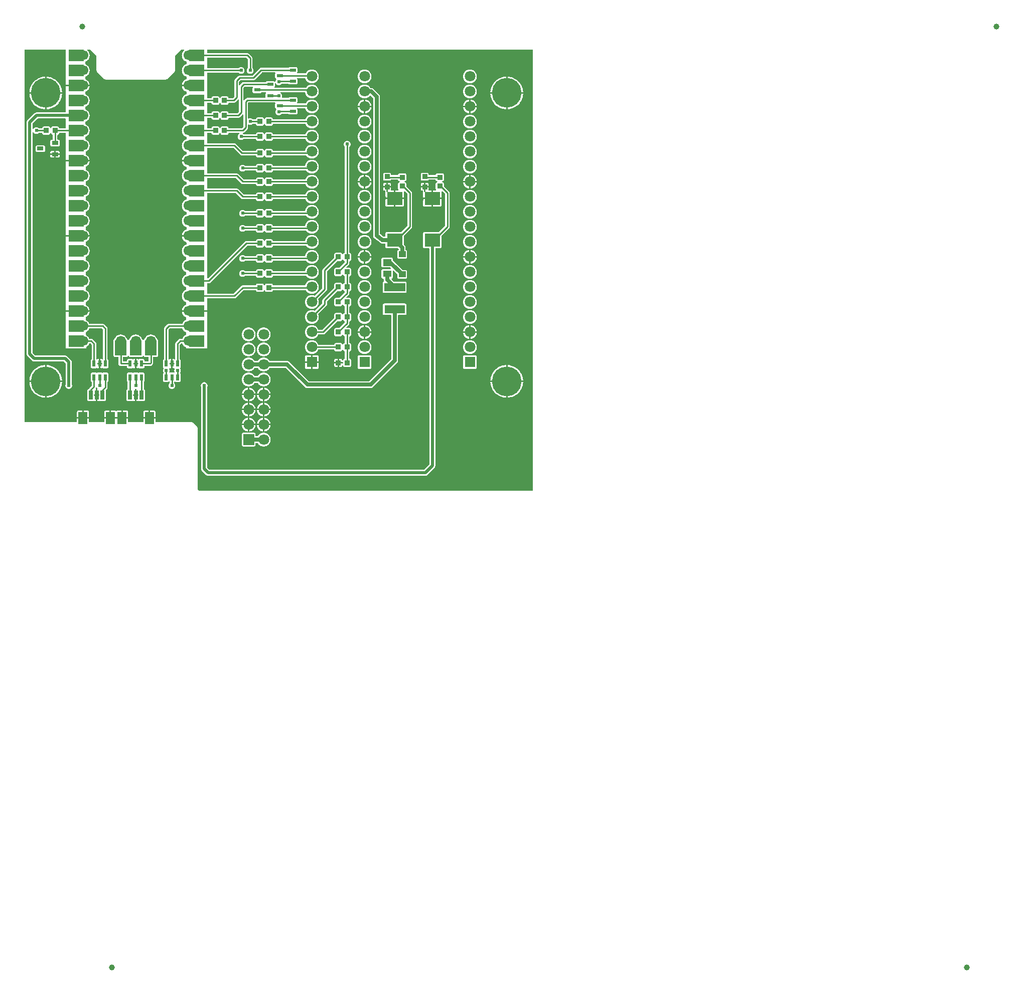
<source format=gbl>
G04 Layer: BottomLayer*
G04 EasyEDA v6.5.29, 2023-07-18 10:02:35*
G04 8a87558a6270435d8ad66e31a1dfd8bf,5a6b42c53f6a479593ecc07194224c93,10*
G04 Gerber Generator version 0.2*
G04 Scale: 100 percent, Rotated: No, Reflected: No *
G04 Dimensions in millimeters *
G04 leading zeros omitted , absolute positions ,4 integer and 5 decimal *
%FSLAX45Y45*%
%MOMM*%

%AMMACRO1*21,1,$1,$2,0,0,$3*%
%ADD10C,0.2540*%
%ADD11C,0.6350*%
%ADD12C,0.5000*%
%ADD13R,0.8640X0.8065*%
%ADD14MACRO1,0.864X0.8065X0.0000*%
%ADD15MACRO1,0.6X1.55X0.0000*%
%ADD16MACRO1,1.5X2X0.0000*%
%ADD17MACRO1,0.8X0.8X0.0000*%
%ADD18R,3.4992X1.4067*%
%ADD19MACRO1,3.4992X1.4067X0.0000*%
%ADD20MACRO1,0.532X1.072X0.0000*%
%ADD21MACRO1,0.864X0.8065X90.0000*%
%ADD22MACRO1,0.532X1.0375X-90.0000*%
%ADD23R,2.5920X2.2075*%
%ADD24MACRO1,2.592X2.2075X0.0000*%
%ADD25MACRO1,1.07X0.6X0.0000*%
%ADD26MACRO1,0.95X1.15X-90.0000*%
%ADD27MACRO1,1.377X1.1325X0.0000*%
%ADD28R,1.3770X1.1325*%
%ADD29C,1.0000*%
%ADD30MACRO1,1.8X1.8X90.0000*%
%ADD31C,1.8000*%
%ADD32R,1.8000X1.8000*%
%ADD33C,5.0000*%
%ADD34C,1.7000*%
%ADD35C,0.6096*%
%ADD36C,0.0115*%

%LPD*%
G36*
X3655568Y9784994D02*
G01*
X3651656Y9785756D01*
X3648405Y9787940D01*
X3646170Y9791242D01*
X3645408Y9795154D01*
X3645408Y9834981D01*
X3646170Y9838893D01*
X3648405Y9842195D01*
X3670604Y9864394D01*
X3673906Y9866630D01*
X3677818Y9867392D01*
X3885692Y9867392D01*
X3893718Y9868204D01*
X3900932Y9870389D01*
X3907637Y9873945D01*
X3913835Y9879076D01*
X4032300Y9997490D01*
X4035602Y9999726D01*
X4039514Y10000488D01*
X4253026Y10000488D01*
X4257192Y9999573D01*
X4260646Y9997033D01*
X4262729Y9993274D01*
X4263085Y9988956D01*
X4261612Y9984943D01*
X4259732Y9981895D01*
X4257802Y9976459D01*
X4257090Y9970109D01*
X4257090Y9918090D01*
X4257802Y9911740D01*
X4259732Y9906304D01*
X4262780Y9901377D01*
X4266895Y9897313D01*
X4272381Y9893858D01*
X4275328Y9891014D01*
X4276953Y9887254D01*
X4276953Y9883140D01*
X4275328Y9879380D01*
X4269181Y9870694D01*
X4265066Y9861753D01*
X4262526Y9852304D01*
X4262170Y9848189D01*
X4261104Y9844481D01*
X4258767Y9841484D01*
X4255516Y9839502D01*
X4251706Y9838893D01*
X4247997Y9839756D01*
X4244848Y9841890D01*
X4242104Y9844582D01*
X4237228Y9847681D01*
X4231741Y9849612D01*
X4225442Y9850323D01*
X4122826Y9850323D01*
X4116476Y9849612D01*
X4111040Y9847681D01*
X4106164Y9844633D01*
X4101084Y9839452D01*
X4097782Y9837216D01*
X4093870Y9836404D01*
X3727704Y9836404D01*
X3719677Y9835591D01*
X3712464Y9833406D01*
X3705758Y9829850D01*
X3699560Y9824720D01*
X3662730Y9787940D01*
X3659479Y9785756D01*
G37*

%LPD*%
G36*
X3731768Y9530994D02*
G01*
X3727856Y9531756D01*
X3724605Y9533940D01*
X3722370Y9537242D01*
X3721608Y9541154D01*
X3721608Y9733381D01*
X3722370Y9737293D01*
X3724605Y9740595D01*
X3740200Y9756190D01*
X3743502Y9758426D01*
X3747414Y9759188D01*
X3872026Y9759188D01*
X3876192Y9758273D01*
X3879646Y9755733D01*
X3881729Y9751974D01*
X3882085Y9747656D01*
X3880612Y9743643D01*
X3878732Y9740595D01*
X3876801Y9735159D01*
X3876090Y9728809D01*
X3876090Y9676790D01*
X3876801Y9670440D01*
X3878732Y9665004D01*
X3881780Y9660077D01*
X3885895Y9656013D01*
X3890772Y9652914D01*
X3896258Y9650984D01*
X3902557Y9650272D01*
X4005173Y9650272D01*
X4011523Y9650984D01*
X4016959Y9652914D01*
X4021836Y9655962D01*
X4026915Y9661144D01*
X4030218Y9663379D01*
X4034129Y9664192D01*
X4092244Y9664192D01*
X4096461Y9663277D01*
X4099915Y9660737D01*
X4101998Y9656978D01*
X4102303Y9652660D01*
X4100880Y9648647D01*
X4098950Y9645599D01*
X4097070Y9640163D01*
X4096359Y9633813D01*
X4096359Y9581794D01*
X4096004Y9576765D01*
X4093921Y9573107D01*
X4090466Y9570567D01*
X4086351Y9569704D01*
X3791204Y9569704D01*
X3783177Y9568891D01*
X3775964Y9566706D01*
X3769258Y9563150D01*
X3763060Y9558020D01*
X3738930Y9533940D01*
X3735679Y9531756D01*
G37*

%LPD*%
G36*
X3121660Y9309608D02*
G01*
X3117748Y9310370D01*
X3114497Y9312605D01*
X3112262Y9315856D01*
X3111500Y9319768D01*
X3111500Y9476232D01*
X3112262Y9480143D01*
X3114497Y9483394D01*
X3117748Y9485630D01*
X3121660Y9486392D01*
X3176320Y9486392D01*
X3179927Y9485731D01*
X3183077Y9483801D01*
X3185363Y9480905D01*
X3186531Y9476028D01*
X3188462Y9470593D01*
X3191560Y9465665D01*
X3195624Y9461601D01*
X3200552Y9458502D01*
X3205988Y9456623D01*
X3212338Y9455912D01*
X3291840Y9455912D01*
X3298139Y9456623D01*
X3303625Y9458502D01*
X3308502Y9461601D01*
X3312617Y9465665D01*
X3315665Y9470593D01*
X3317798Y9476638D01*
X3319932Y9480194D01*
X3323336Y9482632D01*
X3327400Y9483445D01*
X3331464Y9482632D01*
X3334867Y9480194D01*
X3337001Y9476638D01*
X3339134Y9470593D01*
X3342182Y9465665D01*
X3346297Y9461601D01*
X3351174Y9458502D01*
X3356660Y9456623D01*
X3362960Y9455912D01*
X3442462Y9455912D01*
X3448812Y9456623D01*
X3454247Y9458502D01*
X3459175Y9461601D01*
X3463239Y9465665D01*
X3466337Y9470593D01*
X3468268Y9476028D01*
X3469436Y9480905D01*
X3471722Y9483801D01*
X3474872Y9485731D01*
X3478479Y9486392D01*
X3555492Y9486392D01*
X3563518Y9487204D01*
X3570732Y9489389D01*
X3577437Y9492945D01*
X3583635Y9498076D01*
X3627069Y9541459D01*
X3630320Y9543643D01*
X3634232Y9544405D01*
X3638143Y9543643D01*
X3641394Y9541459D01*
X3643629Y9538157D01*
X3644392Y9534245D01*
X3644392Y9342018D01*
X3643629Y9338106D01*
X3641394Y9334804D01*
X3619195Y9312605D01*
X3615893Y9310370D01*
X3611981Y9309608D01*
X3478479Y9309608D01*
X3474872Y9310268D01*
X3471722Y9312198D01*
X3469436Y9315094D01*
X3468268Y9319971D01*
X3466337Y9325406D01*
X3463239Y9330334D01*
X3459175Y9334398D01*
X3454247Y9337497D01*
X3448812Y9339376D01*
X3442462Y9340088D01*
X3362960Y9340088D01*
X3356660Y9339376D01*
X3351174Y9337497D01*
X3346297Y9334398D01*
X3342182Y9330334D01*
X3339134Y9325406D01*
X3337001Y9319361D01*
X3334867Y9315805D01*
X3331464Y9313367D01*
X3327400Y9312554D01*
X3323336Y9313367D01*
X3319932Y9315805D01*
X3317798Y9319361D01*
X3315665Y9325406D01*
X3312617Y9330334D01*
X3308502Y9334398D01*
X3303625Y9337497D01*
X3298139Y9339376D01*
X3291840Y9340088D01*
X3212338Y9340088D01*
X3205988Y9339376D01*
X3200552Y9337497D01*
X3195624Y9334398D01*
X3191560Y9330334D01*
X3188462Y9325406D01*
X3186531Y9319971D01*
X3185363Y9315094D01*
X3183077Y9312198D01*
X3179927Y9310268D01*
X3176320Y9309608D01*
G37*

%LPD*%
G36*
X3121660Y9055608D02*
G01*
X3117748Y9056370D01*
X3114497Y9058605D01*
X3112262Y9061856D01*
X3111500Y9065768D01*
X3111500Y9222232D01*
X3112262Y9226143D01*
X3114497Y9229394D01*
X3117748Y9231630D01*
X3121660Y9232392D01*
X3176320Y9232392D01*
X3179927Y9231731D01*
X3183077Y9229801D01*
X3185363Y9226905D01*
X3186531Y9222028D01*
X3188462Y9216593D01*
X3191560Y9211665D01*
X3195624Y9207601D01*
X3200552Y9204502D01*
X3205988Y9202623D01*
X3212338Y9201912D01*
X3291840Y9201912D01*
X3298139Y9202623D01*
X3303625Y9204502D01*
X3308502Y9207601D01*
X3312617Y9211665D01*
X3315665Y9216593D01*
X3317798Y9222638D01*
X3319932Y9226194D01*
X3323336Y9228632D01*
X3327400Y9229445D01*
X3331464Y9228632D01*
X3334867Y9226194D01*
X3337001Y9222638D01*
X3339134Y9216593D01*
X3342182Y9211665D01*
X3346297Y9207601D01*
X3351174Y9204502D01*
X3356660Y9202623D01*
X3362960Y9201912D01*
X3442462Y9201912D01*
X3448812Y9202623D01*
X3454247Y9204502D01*
X3459175Y9207601D01*
X3463239Y9211665D01*
X3466337Y9216593D01*
X3468268Y9222028D01*
X3469436Y9226905D01*
X3471722Y9229801D01*
X3474872Y9231731D01*
X3478479Y9232392D01*
X3631692Y9232392D01*
X3639718Y9233204D01*
X3646932Y9235389D01*
X3653637Y9238945D01*
X3659835Y9244076D01*
X3703269Y9287459D01*
X3706520Y9289643D01*
X3710432Y9290405D01*
X3714343Y9289643D01*
X3717594Y9287459D01*
X3719829Y9284157D01*
X3720592Y9280245D01*
X3720592Y9088018D01*
X3719829Y9084106D01*
X3717594Y9080804D01*
X3695395Y9058605D01*
X3692093Y9056370D01*
X3688181Y9055608D01*
X3478479Y9055608D01*
X3474872Y9056268D01*
X3471722Y9058198D01*
X3469436Y9061094D01*
X3468268Y9065971D01*
X3466337Y9071406D01*
X3463239Y9076334D01*
X3459175Y9080398D01*
X3454247Y9083497D01*
X3448812Y9085376D01*
X3442462Y9086088D01*
X3362960Y9086088D01*
X3356660Y9085376D01*
X3351174Y9083497D01*
X3346297Y9080398D01*
X3342182Y9076334D01*
X3339134Y9071406D01*
X3337001Y9065361D01*
X3334867Y9061805D01*
X3331464Y9059367D01*
X3327400Y9058554D01*
X3323336Y9059367D01*
X3319932Y9061805D01*
X3317798Y9065361D01*
X3315665Y9071406D01*
X3312617Y9076334D01*
X3308502Y9080398D01*
X3303625Y9083497D01*
X3298139Y9085376D01*
X3291840Y9086088D01*
X3212338Y9086088D01*
X3205988Y9085376D01*
X3200552Y9083497D01*
X3195624Y9080398D01*
X3191560Y9076334D01*
X3188462Y9071406D01*
X3186531Y9065971D01*
X3185363Y9061094D01*
X3183077Y9058198D01*
X3179927Y9056268D01*
X3176320Y9055608D01*
G37*

%LPD*%
G36*
X176530Y9046464D02*
G01*
X172313Y9046870D01*
X168605Y9048953D01*
X166116Y9052407D01*
X165201Y9056573D01*
X165201Y9131401D01*
X165963Y9135313D01*
X168198Y9138564D01*
X246735Y9217101D01*
X249986Y9219336D01*
X253898Y9220098D01*
X713740Y9220098D01*
X717651Y9219336D01*
X720902Y9217101D01*
X723138Y9213799D01*
X723900Y9209938D01*
X723900Y9065768D01*
X723138Y9061856D01*
X720902Y9058605D01*
X717651Y9056370D01*
X713740Y9055608D01*
X620979Y9055608D01*
X617372Y9056268D01*
X614222Y9058198D01*
X611936Y9061094D01*
X610768Y9065971D01*
X608838Y9071406D01*
X605739Y9076334D01*
X601675Y9080398D01*
X596747Y9083497D01*
X591312Y9085376D01*
X584962Y9086088D01*
X505459Y9086088D01*
X499160Y9085376D01*
X493674Y9083497D01*
X488797Y9080398D01*
X484682Y9076334D01*
X481634Y9071406D01*
X479501Y9065361D01*
X477367Y9061805D01*
X473964Y9059367D01*
X469900Y9058554D01*
X465835Y9059367D01*
X462432Y9061805D01*
X460298Y9065361D01*
X458165Y9071406D01*
X455117Y9076334D01*
X451002Y9080398D01*
X446125Y9083497D01*
X440639Y9085376D01*
X434340Y9086088D01*
X354838Y9086088D01*
X348488Y9085376D01*
X343052Y9083497D01*
X338124Y9080398D01*
X334060Y9076334D01*
X330962Y9071406D01*
X329031Y9065971D01*
X327863Y9061094D01*
X325577Y9058198D01*
X322427Y9056268D01*
X318820Y9055608D01*
X273608Y9055608D01*
X269697Y9056370D01*
X266395Y9058605D01*
X264820Y9060180D01*
X256794Y9065818D01*
X247853Y9069933D01*
X238404Y9072473D01*
X228600Y9073337D01*
X218795Y9072473D01*
X209346Y9069933D01*
X200406Y9065818D01*
X192379Y9060180D01*
X185420Y9053220D01*
X183692Y9050731D01*
X180594Y9047835D01*
G37*

%LPD*%
G36*
X2481732Y4929530D02*
G01*
X2477465Y4929987D01*
X2473756Y4932121D01*
X2471267Y4935575D01*
X2470454Y4939741D01*
X2471369Y4943906D01*
X2472537Y4946446D01*
X2475077Y4955895D01*
X2475941Y4965700D01*
X2475077Y4975504D01*
X2472537Y4984953D01*
X2471369Y4987493D01*
X2470454Y4991658D01*
X2471267Y4995824D01*
X2473756Y4999278D01*
X2477465Y5001412D01*
X2481732Y5001869D01*
X2488590Y5001107D01*
X2501900Y5001107D01*
X2501900Y5067909D01*
X2482291Y5067909D01*
X2478379Y5068671D01*
X2475077Y5070856D01*
X2472893Y5074158D01*
X2472131Y5078069D01*
X2472131Y5083149D01*
X2472893Y5087010D01*
X2475077Y5090312D01*
X2478379Y5092547D01*
X2482291Y5093309D01*
X2501900Y5093309D01*
X2501900Y5160111D01*
X2488590Y5160111D01*
X2482240Y5159400D01*
X2476804Y5157470D01*
X2473756Y5155590D01*
X2469743Y5154117D01*
X2465425Y5154472D01*
X2461666Y5156555D01*
X2459126Y5160010D01*
X2458212Y5164175D01*
X2458212Y5650585D01*
X2458974Y5654497D01*
X2461209Y5657799D01*
X2476804Y5673394D01*
X2480106Y5675630D01*
X2484018Y5676392D01*
X2683408Y5676392D01*
X2687116Y5675680D01*
X2690317Y5673699D01*
X2692552Y5670651D01*
X2697378Y5660593D01*
X2705150Y5648655D01*
X2714345Y5637834D01*
X2724861Y5628284D01*
X2736494Y5620156D01*
X2749092Y5613603D01*
X2753410Y5611114D01*
X2755747Y5607761D01*
X2756560Y5603748D01*
X2756509Y5572150D01*
X2755646Y5568188D01*
X2753309Y5564835D01*
X2749092Y5562396D01*
X2736494Y5555843D01*
X2724861Y5547715D01*
X2714345Y5538165D01*
X2705150Y5527344D01*
X2697378Y5515406D01*
X2692552Y5505348D01*
X2690317Y5502300D01*
X2687116Y5500319D01*
X2683408Y5499608D01*
X2654808Y5499608D01*
X2646781Y5498795D01*
X2639568Y5496610D01*
X2632862Y5493054D01*
X2626664Y5487924D01*
X2582672Y5443931D01*
X2577541Y5437733D01*
X2573985Y5431028D01*
X2571800Y5423814D01*
X2570988Y5415788D01*
X2570988Y5164175D01*
X2570073Y5160010D01*
X2567533Y5156555D01*
X2563774Y5154472D01*
X2559456Y5154117D01*
X2555443Y5155590D01*
X2552395Y5157470D01*
X2546959Y5159400D01*
X2540609Y5160111D01*
X2527300Y5160111D01*
X2527300Y5093309D01*
X2546908Y5093309D01*
X2550820Y5092547D01*
X2554122Y5090312D01*
X2556306Y5087010D01*
X2557068Y5083149D01*
X2557068Y5078069D01*
X2556306Y5074158D01*
X2554122Y5070856D01*
X2550820Y5068671D01*
X2546908Y5067909D01*
X2527300Y5067909D01*
X2527300Y5001107D01*
X2540609Y5001107D01*
X2547467Y5001869D01*
X2551734Y5001412D01*
X2555443Y4999278D01*
X2557932Y4995824D01*
X2558745Y4991658D01*
X2557830Y4987493D01*
X2556662Y4984953D01*
X2554122Y4975504D01*
X2553258Y4965700D01*
X2554122Y4955895D01*
X2556662Y4946446D01*
X2557830Y4943906D01*
X2558745Y4939741D01*
X2557932Y4935575D01*
X2555443Y4932121D01*
X2551734Y4929987D01*
X2547467Y4929530D01*
X2540609Y4930292D01*
X2488590Y4930292D01*
G37*

%LPD*%
G36*
X2975711Y2934208D02*
G01*
X2971444Y2935122D01*
X2967990Y2937764D01*
X2949346Y2959455D01*
X2947517Y2962554D01*
X2946908Y2966110D01*
X2946908Y4000093D01*
X2946603Y4003903D01*
X2944571Y4010964D01*
X2941828Y4015841D01*
X2939034Y4019092D01*
X2876092Y4082034D01*
X2873197Y4084523D01*
X2866745Y4088079D01*
X2861360Y4089603D01*
X2857093Y4089908D01*
X2246071Y4089908D01*
X2242210Y4090670D01*
X2238908Y4092905D01*
X2236673Y4096156D01*
X2235911Y4100068D01*
X2235911Y4149648D01*
X2147722Y4149648D01*
X2147722Y4100068D01*
X2146960Y4096156D01*
X2144725Y4092905D01*
X2141423Y4090670D01*
X2137562Y4089908D01*
X2132482Y4089908D01*
X2128570Y4090670D01*
X2125268Y4092905D01*
X2123084Y4096156D01*
X2122322Y4100068D01*
X2122322Y4149648D01*
X2034082Y4149648D01*
X2034082Y4100068D01*
X2033320Y4096156D01*
X2031136Y4092905D01*
X2027834Y4090670D01*
X2023922Y4089908D01*
X1786077Y4089908D01*
X1782165Y4090670D01*
X1778863Y4092905D01*
X1776679Y4096156D01*
X1775917Y4100068D01*
X1775917Y4149648D01*
X1687677Y4149648D01*
X1687677Y4100068D01*
X1686915Y4096156D01*
X1684731Y4092905D01*
X1681429Y4090670D01*
X1677517Y4089908D01*
X1672437Y4089908D01*
X1668576Y4090670D01*
X1665274Y4092905D01*
X1663039Y4096156D01*
X1662277Y4100068D01*
X1662277Y4149648D01*
X1487322Y4149648D01*
X1487322Y4100068D01*
X1486560Y4096156D01*
X1484325Y4092905D01*
X1481023Y4090670D01*
X1477162Y4089908D01*
X1472082Y4089908D01*
X1468170Y4090670D01*
X1464868Y4092905D01*
X1462684Y4096156D01*
X1461922Y4100068D01*
X1461922Y4149648D01*
X1373682Y4149648D01*
X1373682Y4100068D01*
X1372920Y4096156D01*
X1370736Y4092905D01*
X1367434Y4090670D01*
X1363522Y4089908D01*
X1125677Y4089908D01*
X1121765Y4090670D01*
X1118463Y4092905D01*
X1116279Y4096156D01*
X1115517Y4100068D01*
X1115517Y4149648D01*
X1027277Y4149648D01*
X1027277Y4100068D01*
X1026515Y4096156D01*
X1024331Y4092905D01*
X1021029Y4090670D01*
X1017117Y4089908D01*
X1012037Y4089908D01*
X1008176Y4090670D01*
X1004874Y4092905D01*
X1002639Y4096156D01*
X1001877Y4100068D01*
X1001877Y4149648D01*
X913688Y4149648D01*
X913688Y4100068D01*
X912926Y4096156D01*
X910691Y4092905D01*
X907389Y4090670D01*
X903528Y4089908D01*
X36068Y4089908D01*
X32156Y4090670D01*
X28905Y4092905D01*
X26670Y4096156D01*
X25908Y4100068D01*
X25908Y10377932D01*
X26670Y10381843D01*
X28905Y10385094D01*
X32156Y10387330D01*
X36068Y10388092D01*
X713740Y10388092D01*
X717651Y10387330D01*
X720902Y10385094D01*
X723138Y10381843D01*
X723900Y10377932D01*
X723900Y9332061D01*
X723138Y9328200D01*
X720902Y9324898D01*
X717651Y9322663D01*
X713740Y9321901D01*
X228803Y9321901D01*
X224180Y9321698D01*
X219760Y9321139D01*
X215442Y9320174D01*
X211175Y9318853D01*
X207111Y9317126D01*
X203149Y9315094D01*
X199390Y9312706D01*
X195884Y9310014D01*
X192430Y9306864D01*
X78435Y9192869D01*
X75285Y9189415D01*
X72593Y9185910D01*
X70205Y9182150D01*
X68173Y9178188D01*
X66446Y9174124D01*
X65125Y9169857D01*
X64160Y9165539D01*
X63601Y9161119D01*
X63398Y9156496D01*
X63398Y5245303D01*
X63601Y5240680D01*
X64160Y5236260D01*
X65125Y5231942D01*
X66446Y5227675D01*
X68173Y5223611D01*
X70205Y5219649D01*
X72593Y5215890D01*
X75285Y5212384D01*
X78435Y5208930D01*
X156616Y5130749D01*
X160070Y5127599D01*
X163576Y5124907D01*
X167335Y5122519D01*
X171297Y5120487D01*
X175361Y5118760D01*
X179628Y5117439D01*
X183946Y5116474D01*
X188366Y5115915D01*
X192989Y5115712D01*
X688187Y5115712D01*
X692099Y5114950D01*
X695350Y5112715D01*
X720801Y5087264D01*
X723036Y5084013D01*
X723798Y5080101D01*
X723798Y4737608D01*
X722833Y4733290D01*
X721766Y4730953D01*
X719226Y4721504D01*
X718362Y4711700D01*
X719226Y4701895D01*
X721766Y4692446D01*
X725881Y4683506D01*
X731520Y4675479D01*
X738479Y4668520D01*
X746506Y4662881D01*
X755446Y4658766D01*
X764895Y4656226D01*
X774700Y4655362D01*
X784504Y4656226D01*
X793953Y4658766D01*
X802894Y4662881D01*
X810920Y4668520D01*
X817880Y4675479D01*
X823518Y4683506D01*
X827633Y4692446D01*
X830173Y4701895D01*
X831037Y4711700D01*
X830173Y4721504D01*
X827633Y4730953D01*
X826566Y4733290D01*
X825601Y4737608D01*
X825601Y5105196D01*
X825398Y5109819D01*
X824839Y5114239D01*
X823874Y5118557D01*
X822553Y5122824D01*
X820826Y5126888D01*
X818794Y5130850D01*
X816406Y5134610D01*
X813714Y5138115D01*
X810564Y5141569D01*
X749655Y5202478D01*
X746201Y5205628D01*
X742696Y5208320D01*
X738936Y5210708D01*
X734974Y5212740D01*
X730910Y5214467D01*
X726643Y5215788D01*
X722325Y5216753D01*
X717905Y5217312D01*
X713282Y5217515D01*
X218084Y5217515D01*
X214172Y5218277D01*
X210921Y5220512D01*
X168198Y5263235D01*
X165963Y5266486D01*
X165201Y5270398D01*
X165201Y8977426D01*
X166116Y8981592D01*
X168605Y8985046D01*
X172313Y8987129D01*
X176530Y8987536D01*
X180594Y8986164D01*
X183692Y8983268D01*
X185420Y8980779D01*
X192379Y8973820D01*
X200406Y8968181D01*
X209346Y8964066D01*
X218795Y8961526D01*
X228600Y8960662D01*
X238404Y8961526D01*
X247853Y8964066D01*
X256794Y8968181D01*
X264820Y8973820D01*
X266395Y8975394D01*
X269697Y8977630D01*
X273608Y8978392D01*
X318820Y8978392D01*
X322427Y8977731D01*
X325577Y8975801D01*
X327863Y8972905D01*
X329031Y8968028D01*
X330962Y8962593D01*
X334060Y8957665D01*
X338124Y8953601D01*
X343052Y8950502D01*
X348488Y8948623D01*
X354838Y8947912D01*
X434340Y8947912D01*
X440639Y8948623D01*
X446125Y8950502D01*
X451002Y8953601D01*
X455117Y8957665D01*
X458165Y8962593D01*
X460298Y8968638D01*
X462432Y8972194D01*
X465835Y8974632D01*
X469900Y8975445D01*
X473964Y8974632D01*
X477367Y8972194D01*
X479501Y8968638D01*
X481634Y8962593D01*
X484682Y8957665D01*
X488797Y8953601D01*
X493674Y8950502D01*
X499109Y8948623D01*
X502666Y8946489D01*
X505053Y8943086D01*
X505917Y8939022D01*
X505917Y8873286D01*
X505104Y8869375D01*
X502920Y8866073D01*
X499618Y8863888D01*
X495757Y8863126D01*
X489661Y8863126D01*
X483311Y8862415D01*
X477875Y8860485D01*
X472998Y8857386D01*
X468884Y8853322D01*
X465785Y8848394D01*
X463905Y8842959D01*
X463194Y8836609D01*
X463194Y8777782D01*
X463905Y8771432D01*
X465785Y8765997D01*
X468884Y8761069D01*
X472998Y8757005D01*
X477875Y8753906D01*
X483311Y8752027D01*
X489661Y8751316D01*
X595528Y8751316D01*
X601827Y8752027D01*
X607314Y8753906D01*
X612190Y8757005D01*
X616305Y8761069D01*
X619353Y8765997D01*
X621284Y8771432D01*
X621995Y8777782D01*
X621995Y8836609D01*
X621284Y8842959D01*
X619353Y8848394D01*
X616305Y8853322D01*
X612190Y8857386D01*
X607314Y8860485D01*
X601827Y8862415D01*
X595528Y8863126D01*
X593293Y8863126D01*
X589381Y8863888D01*
X586079Y8866073D01*
X583895Y8869375D01*
X583133Y8873286D01*
X583133Y8938615D01*
X583946Y8942679D01*
X586384Y8946083D01*
X589991Y8948216D01*
X596798Y8950553D01*
X601675Y8953601D01*
X605739Y8957665D01*
X608838Y8962593D01*
X610768Y8968028D01*
X611936Y8972905D01*
X614222Y8975801D01*
X617372Y8977731D01*
X620979Y8978392D01*
X713740Y8978392D01*
X717651Y8977630D01*
X720902Y8975394D01*
X723138Y8972143D01*
X723900Y8968232D01*
X723900Y5335016D01*
X724916Y5334000D01*
X1065834Y5334000D01*
X1066800Y5335016D01*
X1066749Y5356606D01*
X1067308Y5360009D01*
X1069035Y5363057D01*
X1071626Y5365343D01*
X1079449Y5370068D01*
X1090574Y5378907D01*
X1100429Y5389118D01*
X1108913Y5400497D01*
X1115923Y5412892D01*
X1117193Y5416042D01*
X1119378Y5419394D01*
X1122680Y5421630D01*
X1126591Y5422392D01*
X1135481Y5422392D01*
X1139393Y5421630D01*
X1142695Y5419394D01*
X1158798Y5403291D01*
X1161034Y5399989D01*
X1161796Y5396077D01*
X1161796Y5162600D01*
X1160983Y5158689D01*
X1158748Y5155336D01*
X1153566Y5150256D01*
X1150518Y5145430D01*
X1148588Y5139944D01*
X1147876Y5133644D01*
X1147876Y5027574D01*
X1148588Y5021224D01*
X1150518Y5015788D01*
X1153617Y5010861D01*
X1157681Y5006797D01*
X1162608Y5003698D01*
X1168044Y5001818D01*
X1174394Y5001107D01*
X1226413Y5001107D01*
X1232763Y5001818D01*
X1238199Y5003698D01*
X1242517Y5006390D01*
X1246022Y5007762D01*
X1249781Y5007762D01*
X1253286Y5006390D01*
X1257604Y5003698D01*
X1263040Y5001818D01*
X1269390Y5001107D01*
X1282700Y5001107D01*
X1282700Y5067909D01*
X1263091Y5067909D01*
X1259179Y5068671D01*
X1255877Y5070856D01*
X1253693Y5074158D01*
X1252931Y5078069D01*
X1252931Y5083149D01*
X1253693Y5087010D01*
X1255877Y5090312D01*
X1259179Y5092547D01*
X1263091Y5093309D01*
X1282700Y5093309D01*
X1282700Y5160111D01*
X1269390Y5160111D01*
X1263040Y5159400D01*
X1257604Y5157470D01*
X1254556Y5155590D01*
X1250543Y5154117D01*
X1246225Y5154472D01*
X1242466Y5156555D01*
X1239926Y5160010D01*
X1239012Y5164175D01*
X1239012Y5415788D01*
X1238199Y5423814D01*
X1236014Y5431028D01*
X1232458Y5437733D01*
X1227328Y5443931D01*
X1183335Y5487924D01*
X1177137Y5493054D01*
X1170432Y5496610D01*
X1163218Y5498795D01*
X1155192Y5499608D01*
X1126591Y5499608D01*
X1122680Y5500370D01*
X1119378Y5502605D01*
X1117193Y5505958D01*
X1115923Y5509107D01*
X1108913Y5521502D01*
X1100429Y5532882D01*
X1090574Y5543092D01*
X1079449Y5551932D01*
X1071118Y5557012D01*
X1068527Y5559247D01*
X1066800Y5562244D01*
X1066241Y5565648D01*
X1066088Y5610199D01*
X1066698Y5613654D01*
X1068374Y5616651D01*
X1071016Y5618937D01*
X1079449Y5624068D01*
X1090574Y5632907D01*
X1100429Y5643118D01*
X1108913Y5654497D01*
X1115923Y5666892D01*
X1117193Y5670042D01*
X1119378Y5673394D01*
X1122680Y5675630D01*
X1126591Y5676392D01*
X1325981Y5676392D01*
X1329893Y5675630D01*
X1333195Y5673394D01*
X1348790Y5657799D01*
X1351026Y5654497D01*
X1351788Y5650585D01*
X1351788Y5164175D01*
X1350873Y5160010D01*
X1348333Y5156555D01*
X1344574Y5154472D01*
X1340256Y5154117D01*
X1336243Y5155590D01*
X1333195Y5157470D01*
X1327759Y5159400D01*
X1321409Y5160111D01*
X1308100Y5160111D01*
X1308100Y5093309D01*
X1327708Y5093309D01*
X1331620Y5092547D01*
X1334922Y5090312D01*
X1337106Y5087010D01*
X1337868Y5083149D01*
X1337868Y5078069D01*
X1337106Y5074158D01*
X1334922Y5070856D01*
X1331620Y5068671D01*
X1327708Y5067909D01*
X1308100Y5067909D01*
X1308100Y5001107D01*
X1321409Y5001107D01*
X1327759Y5001818D01*
X1333195Y5003698D01*
X1337513Y5006390D01*
X1341018Y5007762D01*
X1344777Y5007762D01*
X1348282Y5006390D01*
X1352600Y5003698D01*
X1358036Y5001818D01*
X1364386Y5001107D01*
X1416405Y5001107D01*
X1422755Y5001818D01*
X1428191Y5003698D01*
X1433118Y5006797D01*
X1437182Y5010861D01*
X1440281Y5015788D01*
X1442212Y5021224D01*
X1442923Y5027574D01*
X1442923Y5133644D01*
X1442212Y5139944D01*
X1440281Y5145430D01*
X1437233Y5150256D01*
X1432052Y5155336D01*
X1429816Y5158689D01*
X1429004Y5162600D01*
X1429004Y5670296D01*
X1428191Y5678322D01*
X1426006Y5685536D01*
X1422450Y5692241D01*
X1417320Y5698439D01*
X1373835Y5741924D01*
X1367637Y5747054D01*
X1360932Y5750610D01*
X1353718Y5752795D01*
X1345692Y5753608D01*
X1126591Y5753608D01*
X1122680Y5754370D01*
X1119378Y5756605D01*
X1117193Y5759958D01*
X1115923Y5763107D01*
X1108913Y5775502D01*
X1100429Y5786882D01*
X1090574Y5797092D01*
X1079449Y5805932D01*
X1070457Y5811367D01*
X1067866Y5813653D01*
X1066190Y5816650D01*
X1065580Y5820054D01*
X1065479Y5863844D01*
X1066038Y5867247D01*
X1067765Y5870295D01*
X1070356Y5872530D01*
X1079449Y5878068D01*
X1090574Y5886907D01*
X1100429Y5897118D01*
X1108913Y5908497D01*
X1115923Y5920892D01*
X1121257Y5934049D01*
X1124864Y5947816D01*
X1125931Y5956300D01*
X1075385Y5956300D01*
X1071473Y5957062D01*
X1068222Y5959246D01*
X1065987Y5962548D01*
X1065225Y5966409D01*
X1065225Y5971489D01*
X1065987Y5975400D01*
X1068171Y5978702D01*
X1071473Y5980938D01*
X1075385Y5981700D01*
X1125931Y5981700D01*
X1124864Y5990183D01*
X1121257Y6003950D01*
X1115923Y6017107D01*
X1108913Y6029502D01*
X1100429Y6040882D01*
X1090574Y6051092D01*
X1079449Y6059932D01*
X1069848Y6065774D01*
X1067257Y6068009D01*
X1065530Y6071006D01*
X1064971Y6074410D01*
X1064818Y6117437D01*
X1065428Y6120892D01*
X1067104Y6123889D01*
X1069746Y6126175D01*
X1079449Y6132068D01*
X1090574Y6140907D01*
X1100429Y6151118D01*
X1108913Y6162497D01*
X1115923Y6174892D01*
X1121257Y6188049D01*
X1124864Y6201816D01*
X1126642Y6215888D01*
X1126642Y6230112D01*
X1124864Y6244183D01*
X1121257Y6257950D01*
X1115923Y6271107D01*
X1108913Y6283502D01*
X1100429Y6294882D01*
X1090574Y6305092D01*
X1079449Y6313932D01*
X1069187Y6320129D01*
X1066596Y6322415D01*
X1064920Y6325412D01*
X1064310Y6328816D01*
X1064209Y6371082D01*
X1064768Y6374485D01*
X1066495Y6377533D01*
X1069086Y6379768D01*
X1079449Y6386068D01*
X1090574Y6394907D01*
X1100429Y6405118D01*
X1108913Y6416497D01*
X1115923Y6428892D01*
X1121257Y6442049D01*
X1124864Y6455816D01*
X1126642Y6469888D01*
X1126642Y6484112D01*
X1124864Y6498183D01*
X1121257Y6511950D01*
X1115923Y6525107D01*
X1108913Y6537502D01*
X1100429Y6548881D01*
X1090574Y6559092D01*
X1079449Y6567931D01*
X1068578Y6574536D01*
X1065987Y6576822D01*
X1064260Y6579819D01*
X1063701Y6583222D01*
X1063548Y6624675D01*
X1064158Y6628079D01*
X1065834Y6631127D01*
X1068476Y6633413D01*
X1079449Y6640068D01*
X1090574Y6648907D01*
X1100429Y6659118D01*
X1108913Y6670497D01*
X1115923Y6682892D01*
X1121257Y6696049D01*
X1124864Y6709816D01*
X1126642Y6723888D01*
X1126642Y6738112D01*
X1124864Y6752183D01*
X1121257Y6765950D01*
X1115923Y6779107D01*
X1108913Y6791502D01*
X1100429Y6802881D01*
X1090574Y6813092D01*
X1079449Y6821931D01*
X1067917Y6828942D01*
X1065326Y6831177D01*
X1063650Y6834174D01*
X1063040Y6837578D01*
X1062939Y6878320D01*
X1063498Y6881723D01*
X1065225Y6884720D01*
X1067816Y6887006D01*
X1079449Y6894068D01*
X1090574Y6902907D01*
X1100429Y6913118D01*
X1108913Y6924497D01*
X1115923Y6936892D01*
X1121257Y6950049D01*
X1124864Y6963816D01*
X1126642Y6977888D01*
X1126642Y6992112D01*
X1124864Y7006183D01*
X1121257Y7019950D01*
X1115923Y7033107D01*
X1108913Y7045502D01*
X1100429Y7056881D01*
X1090574Y7067092D01*
X1079449Y7075931D01*
X1067308Y7083298D01*
X1064717Y7085584D01*
X1062990Y7088581D01*
X1062380Y7091984D01*
X1062329Y7131913D01*
X1062888Y7135317D01*
X1064564Y7138365D01*
X1067206Y7140651D01*
X1079449Y7148068D01*
X1090574Y7156907D01*
X1100429Y7167118D01*
X1108913Y7178497D01*
X1115923Y7190892D01*
X1121257Y7204049D01*
X1124864Y7217816D01*
X1125931Y7226300D01*
X1072184Y7226300D01*
X1068324Y7227062D01*
X1065022Y7229246D01*
X1062837Y7232548D01*
X1062024Y7236409D01*
X1062024Y7241489D01*
X1062786Y7245400D01*
X1065022Y7248702D01*
X1068273Y7250938D01*
X1072184Y7251700D01*
X1125931Y7251700D01*
X1124864Y7260183D01*
X1121257Y7273950D01*
X1115923Y7287107D01*
X1108913Y7299502D01*
X1100429Y7310881D01*
X1090574Y7321092D01*
X1079449Y7329931D01*
X1066647Y7337653D01*
X1064056Y7339939D01*
X1062380Y7342936D01*
X1061770Y7346340D01*
X1061669Y7385558D01*
X1062278Y7388961D01*
X1063955Y7392009D01*
X1066596Y7394295D01*
X1079449Y7402068D01*
X1090574Y7410907D01*
X1100429Y7421118D01*
X1108913Y7432497D01*
X1115923Y7444892D01*
X1121257Y7458049D01*
X1124864Y7471816D01*
X1126642Y7485888D01*
X1126642Y7500112D01*
X1124864Y7514183D01*
X1121257Y7527950D01*
X1115923Y7541107D01*
X1108913Y7553502D01*
X1100429Y7564881D01*
X1090574Y7575092D01*
X1079449Y7583931D01*
X1067155Y7591348D01*
X1064006Y7593584D01*
X1061872Y7596835D01*
X1061110Y7600645D01*
X1061059Y7639303D01*
X1061770Y7643114D01*
X1063904Y7646365D01*
X1067308Y7648702D01*
X1079449Y7656068D01*
X1090574Y7664907D01*
X1100429Y7675118D01*
X1108913Y7686497D01*
X1115923Y7698892D01*
X1121257Y7712049D01*
X1124864Y7725816D01*
X1126642Y7739888D01*
X1126642Y7754112D01*
X1124864Y7768183D01*
X1121257Y7781950D01*
X1115923Y7795107D01*
X1108913Y7807502D01*
X1100429Y7818881D01*
X1090574Y7829092D01*
X1079449Y7837931D01*
X1063345Y7847838D01*
X1061262Y7851089D01*
X1060500Y7854899D01*
X1060399Y7892999D01*
X1061161Y7896809D01*
X1063244Y7900111D01*
X1079449Y7910068D01*
X1090574Y7918907D01*
X1100429Y7929118D01*
X1108913Y7940497D01*
X1115923Y7952892D01*
X1121257Y7966049D01*
X1124864Y7979816D01*
X1126642Y7993888D01*
X1126642Y8008112D01*
X1124864Y8022183D01*
X1121257Y8035950D01*
X1115923Y8049107D01*
X1108913Y8061502D01*
X1100429Y8072881D01*
X1090574Y8083092D01*
X1079449Y8091931D01*
X1062736Y8102142D01*
X1060602Y8105394D01*
X1059840Y8109203D01*
X1059789Y8146694D01*
X1060500Y8150555D01*
X1062634Y8153806D01*
X1079449Y8164068D01*
X1090574Y8172907D01*
X1100429Y8183118D01*
X1108913Y8194497D01*
X1115923Y8206892D01*
X1121257Y8220049D01*
X1124864Y8233816D01*
X1126642Y8247888D01*
X1126642Y8262112D01*
X1124864Y8276183D01*
X1121257Y8289950D01*
X1115923Y8303107D01*
X1108913Y8315502D01*
X1100429Y8326881D01*
X1090574Y8337092D01*
X1079449Y8345931D01*
X1067308Y8353298D01*
X1065276Y8354212D01*
X1062075Y8356396D01*
X1059992Y8359648D01*
X1059230Y8363458D01*
X1059129Y8400440D01*
X1059891Y8404250D01*
X1061974Y8407501D01*
X1065174Y8409736D01*
X1067308Y8410702D01*
X1079449Y8418068D01*
X1090574Y8426907D01*
X1100429Y8437118D01*
X1108913Y8448497D01*
X1115923Y8460892D01*
X1121257Y8474049D01*
X1124864Y8487816D01*
X1125931Y8496300D01*
X1069035Y8496300D01*
X1065123Y8497062D01*
X1061872Y8499246D01*
X1059637Y8502548D01*
X1058875Y8506409D01*
X1058875Y8511489D01*
X1059637Y8515400D01*
X1061821Y8518702D01*
X1065123Y8520938D01*
X1069035Y8521700D01*
X1125931Y8521700D01*
X1124864Y8530183D01*
X1121257Y8543950D01*
X1115923Y8557107D01*
X1108913Y8569502D01*
X1100429Y8580882D01*
X1090574Y8591092D01*
X1079449Y8599932D01*
X1067308Y8607298D01*
X1064615Y8608466D01*
X1061466Y8610701D01*
X1059332Y8613952D01*
X1058570Y8617762D01*
X1058519Y8654135D01*
X1059230Y8657996D01*
X1061364Y8661247D01*
X1064564Y8663482D01*
X1067308Y8664702D01*
X1079449Y8672068D01*
X1090574Y8680907D01*
X1100429Y8691118D01*
X1108913Y8702497D01*
X1115923Y8714892D01*
X1121257Y8728049D01*
X1124864Y8741816D01*
X1126642Y8755888D01*
X1126642Y8770112D01*
X1124864Y8784183D01*
X1121257Y8797950D01*
X1115923Y8811107D01*
X1108913Y8823502D01*
X1100429Y8834882D01*
X1090574Y8845092D01*
X1079449Y8853932D01*
X1067308Y8861298D01*
X1064006Y8862771D01*
X1060805Y8865006D01*
X1058722Y8868206D01*
X1057960Y8872016D01*
X1057859Y8907881D01*
X1058621Y8911691D01*
X1060704Y8914942D01*
X1063904Y8917178D01*
X1067308Y8918702D01*
X1079449Y8926068D01*
X1090574Y8934907D01*
X1100429Y8945118D01*
X1108913Y8956497D01*
X1115923Y8968892D01*
X1121257Y8982049D01*
X1124864Y8995816D01*
X1126642Y9009888D01*
X1126642Y9024112D01*
X1124864Y9038183D01*
X1121257Y9051950D01*
X1115923Y9065107D01*
X1108913Y9077502D01*
X1100429Y9088882D01*
X1090574Y9099092D01*
X1079449Y9107932D01*
X1067308Y9115298D01*
X1063345Y9117025D01*
X1060196Y9119260D01*
X1058062Y9122511D01*
X1057300Y9126321D01*
X1057249Y9161576D01*
X1057960Y9165437D01*
X1060094Y9168688D01*
X1063294Y9170924D01*
X1067308Y9172702D01*
X1079449Y9180068D01*
X1090574Y9188907D01*
X1100429Y9199118D01*
X1108913Y9210497D01*
X1115923Y9222892D01*
X1121257Y9236049D01*
X1124864Y9249816D01*
X1126642Y9263888D01*
X1126642Y9278112D01*
X1124864Y9292183D01*
X1121257Y9305950D01*
X1115923Y9319107D01*
X1108913Y9331502D01*
X1100429Y9342882D01*
X1090574Y9353092D01*
X1079449Y9361932D01*
X1067308Y9369298D01*
X1062736Y9371330D01*
X1059535Y9373565D01*
X1057452Y9376816D01*
X1056690Y9380575D01*
X1056589Y9415322D01*
X1057351Y9419132D01*
X1059434Y9422384D01*
X1062634Y9424619D01*
X1067308Y9426702D01*
X1079449Y9434068D01*
X1090574Y9442907D01*
X1100429Y9453118D01*
X1108913Y9464497D01*
X1115923Y9476892D01*
X1121257Y9490049D01*
X1124864Y9503816D01*
X1126642Y9517888D01*
X1126642Y9532112D01*
X1124864Y9546183D01*
X1121257Y9559950D01*
X1115923Y9573107D01*
X1108913Y9585502D01*
X1100429Y9596882D01*
X1090574Y9607092D01*
X1079449Y9615932D01*
X1067308Y9623298D01*
X1062075Y9625634D01*
X1058926Y9627819D01*
X1056792Y9631070D01*
X1056030Y9634880D01*
X1055979Y9669018D01*
X1056690Y9672878D01*
X1058824Y9676130D01*
X1062024Y9678365D01*
X1067308Y9680702D01*
X1079449Y9688068D01*
X1090574Y9696907D01*
X1100429Y9707118D01*
X1108913Y9718497D01*
X1115923Y9730892D01*
X1121257Y9744049D01*
X1124864Y9757816D01*
X1125931Y9766300D01*
X1065834Y9766300D01*
X1061974Y9767062D01*
X1058672Y9769246D01*
X1056487Y9772548D01*
X1055674Y9776409D01*
X1055674Y9781489D01*
X1056436Y9785400D01*
X1058672Y9788702D01*
X1061923Y9790938D01*
X1065834Y9791700D01*
X1125931Y9791700D01*
X1124864Y9800183D01*
X1121257Y9813950D01*
X1115923Y9827107D01*
X1108913Y9839502D01*
X1100429Y9850882D01*
X1090574Y9861092D01*
X1079449Y9869932D01*
X1067308Y9877298D01*
X1061466Y9879888D01*
X1058265Y9882124D01*
X1056182Y9885375D01*
X1055420Y9889134D01*
X1055319Y9922764D01*
X1056081Y9926574D01*
X1058164Y9929825D01*
X1061364Y9932060D01*
X1067308Y9934702D01*
X1079449Y9942068D01*
X1090574Y9950907D01*
X1100429Y9961118D01*
X1108913Y9972497D01*
X1115923Y9984892D01*
X1121257Y9998049D01*
X1124864Y10011816D01*
X1126642Y10025888D01*
X1126642Y10040112D01*
X1124864Y10054183D01*
X1121257Y10067950D01*
X1115923Y10081107D01*
X1108913Y10093502D01*
X1100429Y10104882D01*
X1090574Y10115092D01*
X1079449Y10123932D01*
X1067308Y10131298D01*
X1060805Y10134193D01*
X1057656Y10136378D01*
X1055522Y10139629D01*
X1054760Y10143439D01*
X1054709Y10176459D01*
X1055420Y10180320D01*
X1057554Y10183571D01*
X1060754Y10185806D01*
X1067308Y10188702D01*
X1079449Y10196068D01*
X1090574Y10204907D01*
X1100429Y10215118D01*
X1108913Y10226497D01*
X1115923Y10238892D01*
X1121257Y10252049D01*
X1124864Y10265816D01*
X1126642Y10279888D01*
X1126642Y10294112D01*
X1124864Y10308183D01*
X1121257Y10321950D01*
X1115923Y10335107D01*
X1108913Y10347502D01*
X1100429Y10358882D01*
X1086764Y10373207D01*
X1085646Y10377170D01*
X1086154Y10381284D01*
X1088288Y10384840D01*
X1091692Y10387228D01*
X1095756Y10388092D01*
X1128064Y10388092D01*
X1131925Y10387330D01*
X1135227Y10385094D01*
X1241094Y10279227D01*
X1243330Y10275925D01*
X1244092Y10272064D01*
X1244092Y10033406D01*
X1244396Y10029596D01*
X1246428Y10022535D01*
X1249172Y10017658D01*
X1251966Y10014407D01*
X1378407Y9887966D01*
X1381302Y9885476D01*
X1387754Y9881920D01*
X1393139Y9880396D01*
X1397406Y9880092D01*
X2412593Y9880092D01*
X2416403Y9880396D01*
X2423464Y9882428D01*
X2428341Y9885172D01*
X2431592Y9887966D01*
X2558034Y10014407D01*
X2560523Y10017302D01*
X2564079Y10023754D01*
X2565603Y10029139D01*
X2565908Y10033406D01*
X2565908Y10272064D01*
X2566670Y10275925D01*
X2568905Y10279227D01*
X2674772Y10385094D01*
X2678074Y10387330D01*
X2681935Y10388092D01*
X2714396Y10388092D01*
X2718358Y10387279D01*
X2721711Y10384993D01*
X2723896Y10381589D01*
X2724556Y10377627D01*
X2723642Y10373664D01*
X2721254Y10370413D01*
X2714345Y10364165D01*
X2705150Y10353344D01*
X2697378Y10341406D01*
X2691231Y10328605D01*
X2686761Y10315143D01*
X2684018Y10301173D01*
X2683103Y10287000D01*
X2684018Y10272826D01*
X2686761Y10258856D01*
X2691231Y10245394D01*
X2697378Y10232593D01*
X2705150Y10220655D01*
X2714345Y10209834D01*
X2724861Y10200284D01*
X2736494Y10192156D01*
X2749092Y10185603D01*
X2761335Y10181082D01*
X2764840Y10178948D01*
X2767177Y10175544D01*
X2767990Y10171531D01*
X2767939Y10148366D01*
X2767126Y10144404D01*
X2764739Y10141051D01*
X2761284Y10138867D01*
X2749092Y10134396D01*
X2736494Y10127843D01*
X2724861Y10119715D01*
X2714345Y10110165D01*
X2705150Y10099344D01*
X2697378Y10087406D01*
X2691231Y10074605D01*
X2686761Y10061143D01*
X2684018Y10047173D01*
X2683103Y10033000D01*
X2684018Y10018826D01*
X2686761Y10004856D01*
X2691231Y9991394D01*
X2697378Y9978593D01*
X2705150Y9966655D01*
X2714345Y9955834D01*
X2724861Y9946284D01*
X2736494Y9938156D01*
X2749092Y9931603D01*
X2760726Y9927336D01*
X2764180Y9925151D01*
X2766517Y9921798D01*
X2767380Y9917785D01*
X2767279Y9894163D01*
X2766466Y9890150D01*
X2764129Y9886797D01*
X2760624Y9884664D01*
X2749092Y9880396D01*
X2736494Y9873843D01*
X2724861Y9865715D01*
X2714345Y9856165D01*
X2705150Y9845344D01*
X2697378Y9833406D01*
X2691231Y9820605D01*
X2686761Y9807143D01*
X2684018Y9793173D01*
X2683916Y9791700D01*
X2756865Y9791700D01*
X2760776Y9790938D01*
X2764028Y9788702D01*
X2766263Y9785400D01*
X2767025Y9781489D01*
X2767025Y9776409D01*
X2766212Y9772548D01*
X2764028Y9769246D01*
X2760726Y9767062D01*
X2756865Y9766300D01*
X2683916Y9766300D01*
X2684018Y9764826D01*
X2686761Y9750856D01*
X2691231Y9737394D01*
X2697378Y9724593D01*
X2705150Y9712655D01*
X2714345Y9701834D01*
X2724861Y9692284D01*
X2736494Y9684156D01*
X2749092Y9677603D01*
X2760065Y9673590D01*
X2763570Y9671405D01*
X2765907Y9668052D01*
X2766720Y9663988D01*
X2766669Y9639909D01*
X2765856Y9635896D01*
X2763469Y9632543D01*
X2760014Y9630410D01*
X2749092Y9626396D01*
X2736494Y9619843D01*
X2724861Y9611715D01*
X2714345Y9602165D01*
X2705150Y9591344D01*
X2697378Y9579406D01*
X2691231Y9566605D01*
X2686761Y9553143D01*
X2684018Y9539173D01*
X2683103Y9525000D01*
X2684018Y9510826D01*
X2686761Y9496856D01*
X2691231Y9483394D01*
X2697378Y9470593D01*
X2705150Y9458655D01*
X2714345Y9447834D01*
X2724861Y9438284D01*
X2736494Y9430156D01*
X2749092Y9423603D01*
X2759456Y9419793D01*
X2762910Y9417659D01*
X2765247Y9414256D01*
X2766110Y9410242D01*
X2766009Y9385706D01*
X2765196Y9381693D01*
X2762859Y9378340D01*
X2759354Y9376156D01*
X2749092Y9372396D01*
X2736494Y9365843D01*
X2724861Y9357715D01*
X2714345Y9348165D01*
X2705150Y9337344D01*
X2697378Y9325406D01*
X2691231Y9312605D01*
X2686761Y9299143D01*
X2684018Y9285173D01*
X2683103Y9271000D01*
X2684018Y9256826D01*
X2686761Y9242856D01*
X2691231Y9229394D01*
X2697378Y9216593D01*
X2705150Y9204655D01*
X2714345Y9193834D01*
X2724861Y9184284D01*
X2736494Y9176156D01*
X2749092Y9169603D01*
X2758795Y9166047D01*
X2762300Y9163862D01*
X2764637Y9160510D01*
X2765450Y9156496D01*
X2765399Y9131452D01*
X2764536Y9127439D01*
X2762199Y9124086D01*
X2758744Y9121952D01*
X2749092Y9118396D01*
X2736494Y9111843D01*
X2724861Y9103715D01*
X2714345Y9094165D01*
X2705150Y9083344D01*
X2697378Y9071406D01*
X2691231Y9058605D01*
X2686761Y9045143D01*
X2684018Y9031173D01*
X2683103Y9017000D01*
X2684018Y9002826D01*
X2686761Y8988856D01*
X2691231Y8975394D01*
X2697378Y8962593D01*
X2705150Y8950655D01*
X2714345Y8939834D01*
X2724861Y8930284D01*
X2736494Y8922156D01*
X2749092Y8915603D01*
X2758186Y8912250D01*
X2761640Y8910116D01*
X2763977Y8906713D01*
X2764840Y8902700D01*
X2764739Y8877198D01*
X2763926Y8873236D01*
X2761589Y8869883D01*
X2758084Y8867698D01*
X2749092Y8864396D01*
X2736494Y8857843D01*
X2724861Y8849715D01*
X2714345Y8840165D01*
X2705150Y8829344D01*
X2697378Y8817406D01*
X2691231Y8804605D01*
X2686761Y8791143D01*
X2684018Y8777173D01*
X2683103Y8763000D01*
X2684018Y8748826D01*
X2686761Y8734856D01*
X2691231Y8721394D01*
X2697378Y8708593D01*
X2705150Y8696655D01*
X2714345Y8685834D01*
X2724861Y8676284D01*
X2736494Y8668156D01*
X2749092Y8661603D01*
X2757525Y8658504D01*
X2761030Y8656320D01*
X2763367Y8652967D01*
X2764180Y8648954D01*
X2764129Y8622995D01*
X2763266Y8618982D01*
X2760929Y8615629D01*
X2757474Y8613495D01*
X2749092Y8610396D01*
X2736494Y8603843D01*
X2724861Y8595715D01*
X2714345Y8586165D01*
X2705150Y8575344D01*
X2697378Y8563406D01*
X2691231Y8550605D01*
X2686761Y8537143D01*
X2684018Y8523173D01*
X2683916Y8521700D01*
X2753664Y8521700D01*
X2757576Y8520938D01*
X2760878Y8518702D01*
X2763062Y8515400D01*
X2763824Y8511489D01*
X2763824Y8506409D01*
X2763062Y8502548D01*
X2760827Y8499246D01*
X2757576Y8497062D01*
X2753664Y8496300D01*
X2683916Y8496300D01*
X2684018Y8494826D01*
X2686761Y8480856D01*
X2691231Y8467394D01*
X2697378Y8454593D01*
X2705150Y8442655D01*
X2714345Y8431834D01*
X2724861Y8422284D01*
X2736494Y8414156D01*
X2749092Y8407603D01*
X2756916Y8404758D01*
X2760370Y8402574D01*
X2762758Y8399221D01*
X2763570Y8395157D01*
X2763469Y8368741D01*
X2762656Y8364728D01*
X2760319Y8361375D01*
X2756814Y8359241D01*
X2749092Y8356396D01*
X2736494Y8349843D01*
X2724861Y8341715D01*
X2714345Y8332165D01*
X2705150Y8321344D01*
X2697378Y8309406D01*
X2691231Y8296605D01*
X2686761Y8283143D01*
X2684018Y8269173D01*
X2683103Y8255000D01*
X2684018Y8240826D01*
X2686761Y8226856D01*
X2691231Y8213394D01*
X2697378Y8200593D01*
X2705150Y8188655D01*
X2714345Y8177834D01*
X2724861Y8168284D01*
X2736494Y8160156D01*
X2749092Y8153603D01*
X2756255Y8150961D01*
X2759760Y8148828D01*
X2762097Y8145424D01*
X2762910Y8141411D01*
X2762859Y8114538D01*
X2761996Y8110524D01*
X2759659Y8107172D01*
X2756204Y8104987D01*
X2749092Y8102396D01*
X2736494Y8095843D01*
X2724861Y8087715D01*
X2714345Y8078165D01*
X2705150Y8067344D01*
X2697378Y8055406D01*
X2691231Y8042605D01*
X2686761Y8029143D01*
X2684018Y8015173D01*
X2683103Y8001000D01*
X2684018Y7986826D01*
X2686761Y7972856D01*
X2691231Y7959394D01*
X2697378Y7946593D01*
X2705150Y7934655D01*
X2714345Y7923834D01*
X2724861Y7914284D01*
X2736494Y7906156D01*
X2749092Y7899603D01*
X2755646Y7897215D01*
X2759100Y7895031D01*
X2761488Y7891678D01*
X2762300Y7887665D01*
X2762199Y7860284D01*
X2761386Y7856270D01*
X2759049Y7852918D01*
X2755544Y7850784D01*
X2749092Y7848396D01*
X2736494Y7841843D01*
X2724861Y7833715D01*
X2714345Y7824165D01*
X2705150Y7813344D01*
X2697378Y7801406D01*
X2691231Y7788605D01*
X2686761Y7775143D01*
X2684018Y7761173D01*
X2683103Y7747000D01*
X2684018Y7732826D01*
X2686761Y7718856D01*
X2691231Y7705394D01*
X2697378Y7692593D01*
X2705150Y7680655D01*
X2714345Y7669834D01*
X2724861Y7660284D01*
X2736494Y7652156D01*
X2749092Y7645603D01*
X2754985Y7643418D01*
X2758490Y7641285D01*
X2760827Y7637881D01*
X2761640Y7633868D01*
X2761589Y7606030D01*
X2760726Y7602016D01*
X2758389Y7598714D01*
X2754934Y7596530D01*
X2749092Y7594396D01*
X2736494Y7587843D01*
X2724861Y7579715D01*
X2714345Y7570165D01*
X2705150Y7559344D01*
X2697378Y7547406D01*
X2691231Y7534605D01*
X2686761Y7521143D01*
X2684018Y7507173D01*
X2683103Y7493000D01*
X2684018Y7478826D01*
X2686761Y7464856D01*
X2691231Y7451394D01*
X2697378Y7438593D01*
X2705150Y7426655D01*
X2714345Y7415834D01*
X2724861Y7406284D01*
X2736494Y7398156D01*
X2749092Y7391603D01*
X2754376Y7389672D01*
X2757830Y7387488D01*
X2760218Y7384135D01*
X2761030Y7380122D01*
X2760929Y7351826D01*
X2760116Y7347813D01*
X2757779Y7344460D01*
X2754274Y7342327D01*
X2749092Y7340396D01*
X2736494Y7333843D01*
X2724861Y7325715D01*
X2714345Y7316165D01*
X2705150Y7305344D01*
X2697378Y7293406D01*
X2691231Y7280605D01*
X2686761Y7267143D01*
X2684018Y7253173D01*
X2683916Y7251700D01*
X2750515Y7251700D01*
X2754426Y7250938D01*
X2757678Y7248702D01*
X2759913Y7245400D01*
X2760675Y7241489D01*
X2760675Y7236409D01*
X2759862Y7232548D01*
X2757678Y7229246D01*
X2754376Y7227062D01*
X2750515Y7226300D01*
X2683916Y7226300D01*
X2684018Y7224826D01*
X2686761Y7210856D01*
X2691231Y7197394D01*
X2697378Y7184593D01*
X2705150Y7172655D01*
X2714345Y7161834D01*
X2724861Y7152284D01*
X2736494Y7144156D01*
X2749092Y7137603D01*
X2753715Y7135926D01*
X2757220Y7133742D01*
X2759557Y7130389D01*
X2760370Y7126325D01*
X2760319Y7097572D01*
X2759456Y7093559D01*
X2757119Y7090206D01*
X2753664Y7088073D01*
X2749092Y7086396D01*
X2736494Y7079843D01*
X2724861Y7071715D01*
X2714345Y7062165D01*
X2705150Y7051344D01*
X2697378Y7039406D01*
X2691231Y7026605D01*
X2686761Y7013143D01*
X2684018Y6999173D01*
X2683103Y6985000D01*
X2684018Y6970826D01*
X2686761Y6956856D01*
X2691231Y6943394D01*
X2697378Y6930593D01*
X2705150Y6918655D01*
X2714345Y6907834D01*
X2724861Y6898284D01*
X2736494Y6890156D01*
X2749092Y6883603D01*
X2753106Y6882130D01*
X2756560Y6879996D01*
X2758948Y6876592D01*
X2759760Y6872579D01*
X2759659Y6843318D01*
X2758846Y6839356D01*
X2756509Y6836003D01*
X2753004Y6833819D01*
X2749092Y6832396D01*
X2736494Y6825843D01*
X2724861Y6817715D01*
X2714345Y6808165D01*
X2705150Y6797344D01*
X2697378Y6785406D01*
X2691231Y6772605D01*
X2686761Y6759143D01*
X2684018Y6745173D01*
X2683103Y6731000D01*
X2684018Y6716826D01*
X2686761Y6702856D01*
X2691231Y6689394D01*
X2697378Y6676593D01*
X2705150Y6664655D01*
X2714345Y6653834D01*
X2724861Y6644284D01*
X2736494Y6636156D01*
X2749092Y6629603D01*
X2752445Y6628384D01*
X2755950Y6626199D01*
X2758287Y6622846D01*
X2759100Y6618833D01*
X2759049Y6589115D01*
X2758186Y6585102D01*
X2755849Y6581749D01*
X2752394Y6579616D01*
X2749092Y6578396D01*
X2736494Y6571843D01*
X2724861Y6563715D01*
X2714345Y6554165D01*
X2705150Y6543344D01*
X2697378Y6531406D01*
X2691231Y6518605D01*
X2686761Y6505143D01*
X2684018Y6491173D01*
X2683103Y6477000D01*
X2684018Y6462826D01*
X2686761Y6448856D01*
X2691231Y6435394D01*
X2697378Y6422593D01*
X2705150Y6410655D01*
X2714345Y6399834D01*
X2724861Y6390284D01*
X2736494Y6382156D01*
X2749092Y6375603D01*
X2751836Y6374587D01*
X2755290Y6372453D01*
X2757678Y6369050D01*
X2758490Y6365036D01*
X2758389Y6334861D01*
X2757576Y6330848D01*
X2755239Y6327546D01*
X2751734Y6325362D01*
X2749092Y6324396D01*
X2736494Y6317843D01*
X2724861Y6309715D01*
X2714345Y6300165D01*
X2705150Y6289344D01*
X2697378Y6277406D01*
X2691231Y6264605D01*
X2686761Y6251143D01*
X2684018Y6237173D01*
X2683103Y6223000D01*
X2684018Y6208826D01*
X2686761Y6194856D01*
X2691231Y6181394D01*
X2697378Y6168593D01*
X2705150Y6156655D01*
X2714345Y6145834D01*
X2724861Y6136284D01*
X2736494Y6128156D01*
X2749092Y6121603D01*
X2751175Y6120841D01*
X2754680Y6118656D01*
X2757017Y6115304D01*
X2757830Y6111290D01*
X2757779Y6080658D01*
X2756916Y6076645D01*
X2754579Y6073292D01*
X2751124Y6071108D01*
X2749092Y6070396D01*
X2736494Y6063843D01*
X2724861Y6055715D01*
X2714345Y6046165D01*
X2705150Y6035344D01*
X2697378Y6023406D01*
X2691231Y6010605D01*
X2686761Y5997143D01*
X2684018Y5983173D01*
X2683916Y5981700D01*
X2747314Y5981700D01*
X2751226Y5980938D01*
X2754528Y5978702D01*
X2756712Y5975400D01*
X2757474Y5971489D01*
X2757474Y5966409D01*
X2756712Y5962548D01*
X2754477Y5959246D01*
X2751226Y5957062D01*
X2747314Y5956300D01*
X2683916Y5956300D01*
X2684018Y5954826D01*
X2686761Y5940856D01*
X2691231Y5927394D01*
X2697378Y5914593D01*
X2705150Y5902655D01*
X2714345Y5891834D01*
X2724861Y5882284D01*
X2736494Y5874156D01*
X2754020Y5864910D01*
X2756408Y5861558D01*
X2757220Y5857494D01*
X2757119Y5826404D01*
X2756306Y5822391D01*
X2753969Y5819038D01*
X2736494Y5809843D01*
X2724861Y5801715D01*
X2714345Y5792165D01*
X2705150Y5781344D01*
X2697378Y5769406D01*
X2692552Y5759348D01*
X2690317Y5756300D01*
X2687116Y5754319D01*
X2683408Y5753608D01*
X2464308Y5753608D01*
X2456281Y5752795D01*
X2449068Y5750610D01*
X2442362Y5747054D01*
X2436164Y5741924D01*
X2392680Y5698439D01*
X2387549Y5692241D01*
X2383993Y5685536D01*
X2381808Y5678322D01*
X2380996Y5670296D01*
X2380996Y5162600D01*
X2380183Y5158689D01*
X2377948Y5155336D01*
X2372766Y5150256D01*
X2369718Y5145430D01*
X2367788Y5139944D01*
X2367076Y5133644D01*
X2367076Y5027574D01*
X2367788Y5021224D01*
X2369718Y5015788D01*
X2374696Y5007965D01*
X2375560Y5004612D01*
X2375204Y5001209D01*
X2373731Y4998059D01*
X2370785Y4993894D01*
X2366670Y4984953D01*
X2364130Y4975504D01*
X2363266Y4965700D01*
X2364130Y4955895D01*
X2366670Y4946446D01*
X2370785Y4937506D01*
X2373731Y4933340D01*
X2375204Y4930190D01*
X2375560Y4926787D01*
X2374696Y4923434D01*
X2369718Y4915611D01*
X2367788Y4910175D01*
X2367076Y4903825D01*
X2367076Y4797755D01*
X2367788Y4791456D01*
X2369718Y4785969D01*
X2372817Y4781092D01*
X2376881Y4776978D01*
X2381808Y4773930D01*
X2387244Y4771999D01*
X2393594Y4771288D01*
X2445613Y4771288D01*
X2451963Y4771999D01*
X2457399Y4773930D01*
X2460447Y4775809D01*
X2464460Y4777282D01*
X2468778Y4776927D01*
X2472537Y4774844D01*
X2475077Y4771390D01*
X2475992Y4767224D01*
X2475992Y4756708D01*
X2475230Y4752797D01*
X2472994Y4749495D01*
X2471420Y4747920D01*
X2465781Y4739894D01*
X2461666Y4730953D01*
X2459126Y4721504D01*
X2458262Y4711700D01*
X2459126Y4701895D01*
X2461666Y4692446D01*
X2465781Y4683506D01*
X2471420Y4675479D01*
X2478379Y4668520D01*
X2486406Y4662881D01*
X2495346Y4658766D01*
X2504795Y4656226D01*
X2514600Y4655362D01*
X2524404Y4656226D01*
X2533853Y4658766D01*
X2542794Y4662881D01*
X2550820Y4668520D01*
X2557780Y4675479D01*
X2563418Y4683506D01*
X2567533Y4692446D01*
X2570073Y4701895D01*
X2570937Y4711700D01*
X2570073Y4721504D01*
X2567533Y4730953D01*
X2563418Y4739894D01*
X2557780Y4747920D01*
X2556205Y4749495D01*
X2553970Y4752797D01*
X2553208Y4756708D01*
X2553208Y4767224D01*
X2554122Y4771390D01*
X2556662Y4774844D01*
X2560421Y4776927D01*
X2564739Y4777282D01*
X2568752Y4775809D01*
X2571800Y4773930D01*
X2577236Y4771999D01*
X2583586Y4771288D01*
X2635605Y4771288D01*
X2641955Y4771999D01*
X2647391Y4773930D01*
X2652318Y4776978D01*
X2656382Y4781092D01*
X2659481Y4785969D01*
X2661412Y4791456D01*
X2662123Y4797755D01*
X2662123Y4903825D01*
X2661412Y4910175D01*
X2659481Y4915611D01*
X2654503Y4923434D01*
X2653639Y4926787D01*
X2653995Y4930190D01*
X2655468Y4933340D01*
X2658414Y4937506D01*
X2662529Y4946446D01*
X2665069Y4955895D01*
X2665933Y4965700D01*
X2665069Y4975504D01*
X2662529Y4984953D01*
X2658414Y4993894D01*
X2655468Y4998059D01*
X2653995Y5001209D01*
X2653639Y5004612D01*
X2654503Y5007965D01*
X2659481Y5015788D01*
X2661412Y5021224D01*
X2662123Y5027574D01*
X2662123Y5133644D01*
X2661412Y5139944D01*
X2659481Y5145430D01*
X2656433Y5150256D01*
X2651252Y5155336D01*
X2649016Y5158689D01*
X2648204Y5162600D01*
X2648204Y5396077D01*
X2648966Y5399989D01*
X2651201Y5403291D01*
X2667304Y5419394D01*
X2670606Y5421630D01*
X2674518Y5422392D01*
X2683408Y5422392D01*
X2687116Y5421680D01*
X2690317Y5419699D01*
X2692552Y5416651D01*
X2697378Y5406593D01*
X2705150Y5394655D01*
X2714345Y5383834D01*
X2724861Y5374284D01*
X2736494Y5366156D01*
X2749296Y5359552D01*
X2752801Y5357368D01*
X2755138Y5354015D01*
X2755950Y5350002D01*
X2755900Y5334965D01*
X2756916Y5334000D01*
X3110484Y5334000D01*
X3111500Y5335016D01*
X3111500Y6174232D01*
X3112262Y6178143D01*
X3114497Y6181394D01*
X3117748Y6183630D01*
X3121660Y6184392D01*
X3568192Y6184392D01*
X3576218Y6185204D01*
X3583432Y6187389D01*
X3590137Y6190945D01*
X3596335Y6196076D01*
X3721404Y6321094D01*
X3724706Y6323330D01*
X3728618Y6324092D01*
X3925620Y6324092D01*
X3929227Y6323431D01*
X3932377Y6321501D01*
X3934663Y6318605D01*
X3935831Y6313728D01*
X3937762Y6308293D01*
X3940860Y6303365D01*
X3944924Y6299301D01*
X3949852Y6296202D01*
X3955287Y6294323D01*
X3961637Y6293612D01*
X4041140Y6293612D01*
X4047439Y6294323D01*
X4052925Y6296202D01*
X4057802Y6299301D01*
X4061917Y6303365D01*
X4064965Y6308293D01*
X4067098Y6314338D01*
X4069232Y6317894D01*
X4072636Y6320332D01*
X4076700Y6321145D01*
X4080764Y6320332D01*
X4084167Y6317894D01*
X4086301Y6314338D01*
X4088434Y6308293D01*
X4091482Y6303365D01*
X4095597Y6299301D01*
X4100474Y6296202D01*
X4105960Y6294323D01*
X4112260Y6293612D01*
X4191762Y6293612D01*
X4198112Y6294323D01*
X4203547Y6296202D01*
X4208475Y6299301D01*
X4212539Y6303365D01*
X4215638Y6308293D01*
X4217568Y6313728D01*
X4218736Y6318605D01*
X4221022Y6321501D01*
X4224172Y6323431D01*
X4227779Y6324092D01*
X4767021Y6324092D01*
X4770577Y6323431D01*
X4773676Y6321602D01*
X4775911Y6318808D01*
X4778959Y6313322D01*
X4787493Y6301536D01*
X4797450Y6290919D01*
X4808677Y6281623D01*
X4820970Y6273850D01*
X4834128Y6267653D01*
X4847996Y6263132D01*
X4862271Y6260439D01*
X4876800Y6259525D01*
X4891328Y6260439D01*
X4905603Y6263132D01*
X4919472Y6267653D01*
X4932629Y6273850D01*
X4944922Y6281623D01*
X4956149Y6290919D01*
X4966106Y6301536D01*
X4974640Y6313322D01*
X4981651Y6326073D01*
X4987036Y6339586D01*
X4990642Y6353708D01*
X4992471Y6368135D01*
X4992471Y6382664D01*
X4990642Y6397091D01*
X4987036Y6411214D01*
X4981651Y6424726D01*
X4974640Y6437477D01*
X4966106Y6449263D01*
X4956149Y6459880D01*
X4944922Y6469176D01*
X4932629Y6476949D01*
X4919472Y6483146D01*
X4905603Y6487668D01*
X4891328Y6490360D01*
X4876800Y6491274D01*
X4862271Y6490360D01*
X4847996Y6487668D01*
X4834128Y6483146D01*
X4820970Y6476949D01*
X4808677Y6469176D01*
X4797450Y6459880D01*
X4787493Y6449263D01*
X4778959Y6437477D01*
X4771948Y6424726D01*
X4766564Y6411214D01*
X4766005Y6408928D01*
X4763973Y6405016D01*
X4760468Y6402273D01*
X4756150Y6401308D01*
X4227779Y6401308D01*
X4224172Y6401968D01*
X4221022Y6403898D01*
X4218736Y6406794D01*
X4217568Y6411671D01*
X4215638Y6417106D01*
X4212539Y6422034D01*
X4208475Y6426098D01*
X4203547Y6429197D01*
X4198112Y6431076D01*
X4191762Y6431788D01*
X4112260Y6431788D01*
X4105960Y6431076D01*
X4100474Y6429197D01*
X4095597Y6426098D01*
X4091482Y6422034D01*
X4088434Y6417106D01*
X4086301Y6411061D01*
X4084167Y6407505D01*
X4080764Y6405067D01*
X4076700Y6404254D01*
X4072636Y6405067D01*
X4069232Y6407505D01*
X4067098Y6411061D01*
X4064965Y6417106D01*
X4061917Y6422034D01*
X4057802Y6426098D01*
X4052925Y6429197D01*
X4047439Y6431076D01*
X4041140Y6431788D01*
X3961637Y6431788D01*
X3955287Y6431076D01*
X3949852Y6429197D01*
X3944924Y6426098D01*
X3940860Y6422034D01*
X3937762Y6417106D01*
X3935831Y6411671D01*
X3934663Y6406794D01*
X3932377Y6403898D01*
X3929227Y6401968D01*
X3925620Y6401308D01*
X3708908Y6401308D01*
X3700881Y6400495D01*
X3693668Y6398310D01*
X3686962Y6394754D01*
X3680764Y6389624D01*
X3555695Y6264605D01*
X3552393Y6262370D01*
X3548481Y6261608D01*
X3121660Y6261608D01*
X3117748Y6262370D01*
X3114497Y6264605D01*
X3112262Y6267856D01*
X3111500Y6271768D01*
X3111500Y6428232D01*
X3112262Y6432143D01*
X3114497Y6435394D01*
X3117748Y6437630D01*
X3121660Y6438392D01*
X3136392Y6438392D01*
X3144418Y6439204D01*
X3151632Y6441389D01*
X3158337Y6444945D01*
X3164535Y6450076D01*
X3784904Y7070394D01*
X3788206Y7072630D01*
X3792118Y7073392D01*
X3925620Y7073392D01*
X3929227Y7072731D01*
X3932377Y7070801D01*
X3934663Y7067905D01*
X3935831Y7063028D01*
X3937762Y7057593D01*
X3940860Y7052665D01*
X3944924Y7048601D01*
X3949852Y7045502D01*
X3955287Y7043623D01*
X3961637Y7042912D01*
X4041140Y7042912D01*
X4047439Y7043623D01*
X4052925Y7045502D01*
X4057802Y7048601D01*
X4061917Y7052665D01*
X4064965Y7057593D01*
X4067098Y7063638D01*
X4069232Y7067194D01*
X4072636Y7069632D01*
X4076700Y7070445D01*
X4080764Y7069632D01*
X4084167Y7067194D01*
X4086301Y7063638D01*
X4088434Y7057593D01*
X4091482Y7052665D01*
X4095597Y7048601D01*
X4100474Y7045502D01*
X4105960Y7043623D01*
X4112260Y7042912D01*
X4191762Y7042912D01*
X4198112Y7043623D01*
X4203547Y7045502D01*
X4208475Y7048601D01*
X4212539Y7052665D01*
X4215638Y7057593D01*
X4217568Y7063028D01*
X4218736Y7067905D01*
X4221022Y7070801D01*
X4224172Y7072731D01*
X4227779Y7073392D01*
X4775149Y7073392D01*
X4778298Y7072884D01*
X4781143Y7071461D01*
X4783378Y7069226D01*
X4787493Y7063536D01*
X4797450Y7052919D01*
X4808677Y7043623D01*
X4820970Y7035850D01*
X4834128Y7029653D01*
X4847996Y7025131D01*
X4862271Y7022439D01*
X4876800Y7021525D01*
X4891328Y7022439D01*
X4905603Y7025131D01*
X4919472Y7029653D01*
X4932629Y7035850D01*
X4944922Y7043623D01*
X4956149Y7052919D01*
X4966106Y7063536D01*
X4974640Y7075322D01*
X4981651Y7088073D01*
X4987036Y7101586D01*
X4990642Y7115708D01*
X4992471Y7130135D01*
X4992471Y7144664D01*
X4990642Y7159091D01*
X4987036Y7173214D01*
X4981651Y7186726D01*
X4974640Y7199477D01*
X4966106Y7211263D01*
X4956149Y7221880D01*
X4944922Y7231176D01*
X4932629Y7238949D01*
X4919472Y7245146D01*
X4905603Y7249668D01*
X4891328Y7252360D01*
X4876800Y7253274D01*
X4862271Y7252360D01*
X4847996Y7249668D01*
X4834128Y7245146D01*
X4820970Y7238949D01*
X4808677Y7231176D01*
X4797450Y7221880D01*
X4787493Y7211263D01*
X4778959Y7199477D01*
X4771948Y7186726D01*
X4766564Y7173214D01*
X4762754Y7158278D01*
X4760772Y7154316D01*
X4757267Y7151573D01*
X4752949Y7150608D01*
X4227779Y7150608D01*
X4224172Y7151268D01*
X4221022Y7153198D01*
X4218736Y7156094D01*
X4217568Y7160971D01*
X4215638Y7166406D01*
X4212539Y7171334D01*
X4208475Y7175398D01*
X4203547Y7178497D01*
X4198112Y7180376D01*
X4191762Y7181088D01*
X4112260Y7181088D01*
X4105960Y7180376D01*
X4100474Y7178497D01*
X4095597Y7175398D01*
X4091482Y7171334D01*
X4088434Y7166406D01*
X4086301Y7160361D01*
X4084167Y7156805D01*
X4080764Y7154367D01*
X4076700Y7153554D01*
X4072636Y7154367D01*
X4069232Y7156805D01*
X4067098Y7160361D01*
X4064965Y7166406D01*
X4061917Y7171334D01*
X4057802Y7175398D01*
X4052925Y7178497D01*
X4047439Y7180376D01*
X4041140Y7181088D01*
X3961637Y7181088D01*
X3955287Y7180376D01*
X3949852Y7178497D01*
X3944924Y7175398D01*
X3940860Y7171334D01*
X3937762Y7166406D01*
X3935831Y7160971D01*
X3934663Y7156094D01*
X3932377Y7153198D01*
X3929227Y7151268D01*
X3925620Y7150608D01*
X3772408Y7150608D01*
X3764381Y7149795D01*
X3757168Y7147610D01*
X3750462Y7144054D01*
X3744264Y7138924D01*
X3128822Y6523532D01*
X3125571Y6521348D01*
X3121660Y6520586D01*
X3117748Y6521348D01*
X3114497Y6523532D01*
X3112262Y6526834D01*
X3111500Y6530746D01*
X3111500Y7952231D01*
X3112262Y7956143D01*
X3114497Y7959394D01*
X3117748Y7961630D01*
X3121660Y7962392D01*
X3586581Y7962392D01*
X3590493Y7961630D01*
X3593795Y7959394D01*
X3680764Y7872475D01*
X3686962Y7867345D01*
X3693668Y7863789D01*
X3700881Y7861604D01*
X3708908Y7860792D01*
X3925620Y7860792D01*
X3929227Y7860131D01*
X3932377Y7858201D01*
X3934663Y7855305D01*
X3935831Y7850428D01*
X3937762Y7844993D01*
X3940860Y7840065D01*
X3944924Y7836001D01*
X3949852Y7832902D01*
X3955287Y7831023D01*
X3961637Y7830312D01*
X4041140Y7830312D01*
X4047439Y7831023D01*
X4052925Y7832902D01*
X4057802Y7836001D01*
X4061917Y7840065D01*
X4064965Y7844993D01*
X4067098Y7851038D01*
X4069232Y7854594D01*
X4072636Y7857032D01*
X4076700Y7857845D01*
X4080764Y7857032D01*
X4084167Y7854594D01*
X4086301Y7851038D01*
X4088434Y7844993D01*
X4091482Y7840065D01*
X4095597Y7836001D01*
X4100474Y7832902D01*
X4105960Y7831023D01*
X4112260Y7830312D01*
X4191762Y7830312D01*
X4198112Y7831023D01*
X4203547Y7832902D01*
X4208475Y7836001D01*
X4212539Y7840065D01*
X4215638Y7844993D01*
X4217568Y7850428D01*
X4218736Y7855305D01*
X4221022Y7858201D01*
X4224172Y7860131D01*
X4227779Y7860792D01*
X4760772Y7860792D01*
X4764735Y7859979D01*
X4768037Y7857744D01*
X4770221Y7854391D01*
X4771948Y7850073D01*
X4778959Y7837322D01*
X4787493Y7825536D01*
X4797450Y7814919D01*
X4808677Y7805623D01*
X4820970Y7797850D01*
X4834128Y7791653D01*
X4847996Y7787131D01*
X4862271Y7784439D01*
X4876800Y7783525D01*
X4891328Y7784439D01*
X4905603Y7787131D01*
X4919472Y7791653D01*
X4932629Y7797850D01*
X4944922Y7805623D01*
X4956149Y7814919D01*
X4966106Y7825536D01*
X4974640Y7837322D01*
X4981651Y7850073D01*
X4987036Y7863586D01*
X4990642Y7877708D01*
X4992471Y7892135D01*
X4992471Y7906664D01*
X4990642Y7921091D01*
X4987036Y7935214D01*
X4981651Y7948726D01*
X4974640Y7961477D01*
X4966106Y7973263D01*
X4956149Y7983880D01*
X4944922Y7993176D01*
X4932629Y8000949D01*
X4919472Y8007146D01*
X4905603Y8011668D01*
X4891328Y8014360D01*
X4876800Y8015274D01*
X4862271Y8014360D01*
X4847996Y8011668D01*
X4834128Y8007146D01*
X4820970Y8000949D01*
X4808677Y7993176D01*
X4797450Y7983880D01*
X4787493Y7973263D01*
X4778959Y7961477D01*
X4771948Y7948726D01*
X4770221Y7944408D01*
X4768037Y7941056D01*
X4764735Y7938820D01*
X4760772Y7938008D01*
X4227779Y7938008D01*
X4224172Y7938668D01*
X4221022Y7940598D01*
X4218736Y7943494D01*
X4217568Y7948371D01*
X4215638Y7953806D01*
X4212539Y7958734D01*
X4208475Y7962798D01*
X4203547Y7965897D01*
X4198112Y7967776D01*
X4191762Y7968488D01*
X4112260Y7968488D01*
X4105960Y7967776D01*
X4100474Y7965897D01*
X4095597Y7962798D01*
X4091482Y7958734D01*
X4088434Y7953806D01*
X4086301Y7947761D01*
X4084167Y7944205D01*
X4080764Y7941767D01*
X4076700Y7940954D01*
X4072636Y7941767D01*
X4069232Y7944205D01*
X4067098Y7947761D01*
X4064965Y7953806D01*
X4061917Y7958734D01*
X4057802Y7962798D01*
X4052925Y7965897D01*
X4047439Y7967776D01*
X4041140Y7968488D01*
X3961637Y7968488D01*
X3955287Y7967776D01*
X3949852Y7965897D01*
X3944924Y7962798D01*
X3940860Y7958734D01*
X3937762Y7953806D01*
X3935831Y7948371D01*
X3934663Y7943494D01*
X3932377Y7940598D01*
X3929227Y7938668D01*
X3925620Y7938008D01*
X3728618Y7938008D01*
X3724706Y7938770D01*
X3721404Y7941005D01*
X3634435Y8027924D01*
X3628237Y8033054D01*
X3621532Y8036610D01*
X3614318Y8038795D01*
X3606292Y8039608D01*
X3121660Y8039608D01*
X3117748Y8040370D01*
X3114497Y8042605D01*
X3112262Y8045856D01*
X3111500Y8049768D01*
X3111500Y8206231D01*
X3112262Y8210143D01*
X3114497Y8213394D01*
X3117748Y8215630D01*
X3121660Y8216392D01*
X3586581Y8216392D01*
X3590493Y8215630D01*
X3593795Y8213394D01*
X3680764Y8126475D01*
X3686962Y8121345D01*
X3693668Y8117789D01*
X3700881Y8115604D01*
X3708908Y8114792D01*
X3925620Y8114792D01*
X3929227Y8114131D01*
X3932377Y8112201D01*
X3934663Y8109305D01*
X3935831Y8104428D01*
X3937762Y8098993D01*
X3940860Y8094065D01*
X3944924Y8090001D01*
X3949852Y8086902D01*
X3955287Y8085023D01*
X3961637Y8084312D01*
X4041140Y8084312D01*
X4047439Y8085023D01*
X4052925Y8086902D01*
X4057802Y8090001D01*
X4061917Y8094065D01*
X4064965Y8098993D01*
X4067098Y8105038D01*
X4069232Y8108594D01*
X4072636Y8111032D01*
X4076700Y8111845D01*
X4080764Y8111032D01*
X4084167Y8108594D01*
X4086301Y8105038D01*
X4088434Y8098993D01*
X4091482Y8094065D01*
X4095597Y8090001D01*
X4100474Y8086902D01*
X4105960Y8085023D01*
X4112260Y8084312D01*
X4191762Y8084312D01*
X4198112Y8085023D01*
X4203547Y8086902D01*
X4208475Y8090001D01*
X4212539Y8094065D01*
X4215638Y8098993D01*
X4217568Y8104428D01*
X4218736Y8109305D01*
X4221022Y8112201D01*
X4224172Y8114131D01*
X4227779Y8114792D01*
X4760772Y8114792D01*
X4764735Y8113979D01*
X4768037Y8111744D01*
X4770221Y8108391D01*
X4771948Y8104073D01*
X4778959Y8091322D01*
X4787493Y8079536D01*
X4797450Y8068919D01*
X4808677Y8059623D01*
X4820970Y8051850D01*
X4834128Y8045653D01*
X4847996Y8041131D01*
X4862271Y8038439D01*
X4876800Y8037525D01*
X4891328Y8038439D01*
X4905603Y8041131D01*
X4919472Y8045653D01*
X4932629Y8051850D01*
X4944922Y8059623D01*
X4956149Y8068919D01*
X4966106Y8079536D01*
X4974640Y8091322D01*
X4981651Y8104073D01*
X4987036Y8117586D01*
X4990642Y8131708D01*
X4992471Y8146135D01*
X4992471Y8160664D01*
X4990642Y8175091D01*
X4987036Y8189214D01*
X4981651Y8202726D01*
X4974640Y8215477D01*
X4966106Y8227263D01*
X4956149Y8237880D01*
X4944922Y8247176D01*
X4932629Y8254949D01*
X4919472Y8261146D01*
X4905603Y8265668D01*
X4891328Y8268360D01*
X4876800Y8269274D01*
X4862271Y8268360D01*
X4847996Y8265668D01*
X4834128Y8261146D01*
X4820970Y8254949D01*
X4808677Y8247176D01*
X4797450Y8237880D01*
X4787493Y8227263D01*
X4778959Y8215477D01*
X4771948Y8202726D01*
X4770221Y8198408D01*
X4768037Y8195056D01*
X4764735Y8192820D01*
X4760772Y8192008D01*
X4227779Y8192008D01*
X4224172Y8192668D01*
X4221022Y8194598D01*
X4218736Y8197494D01*
X4217568Y8202371D01*
X4215638Y8207806D01*
X4212539Y8212734D01*
X4208475Y8216798D01*
X4203547Y8219897D01*
X4198112Y8221776D01*
X4191762Y8222488D01*
X4112260Y8222488D01*
X4105960Y8221776D01*
X4100474Y8219897D01*
X4095597Y8216798D01*
X4091482Y8212734D01*
X4088434Y8207806D01*
X4086301Y8201761D01*
X4084167Y8198205D01*
X4080764Y8195767D01*
X4076700Y8194954D01*
X4072636Y8195767D01*
X4069232Y8198205D01*
X4067098Y8201761D01*
X4064965Y8207806D01*
X4061917Y8212734D01*
X4057802Y8216798D01*
X4052925Y8219897D01*
X4047439Y8221776D01*
X4041140Y8222488D01*
X3961637Y8222488D01*
X3955287Y8221776D01*
X3949852Y8219897D01*
X3944924Y8216798D01*
X3940860Y8212734D01*
X3937762Y8207806D01*
X3935831Y8202371D01*
X3934663Y8197494D01*
X3932377Y8194598D01*
X3929227Y8192668D01*
X3925620Y8192008D01*
X3728618Y8192008D01*
X3724706Y8192770D01*
X3721404Y8195005D01*
X3634435Y8281924D01*
X3628237Y8287054D01*
X3621532Y8290610D01*
X3614318Y8292795D01*
X3606292Y8293608D01*
X3121660Y8293608D01*
X3117748Y8294370D01*
X3114497Y8296605D01*
X3112262Y8299856D01*
X3111500Y8303768D01*
X3111500Y8714232D01*
X3112262Y8718143D01*
X3114497Y8721394D01*
X3117748Y8723630D01*
X3121660Y8724392D01*
X3548481Y8724392D01*
X3552393Y8723630D01*
X3555695Y8721394D01*
X3668064Y8609076D01*
X3674262Y8603945D01*
X3680968Y8600389D01*
X3688181Y8598204D01*
X3696208Y8597392D01*
X3925620Y8597392D01*
X3929227Y8596731D01*
X3932377Y8594801D01*
X3934663Y8591905D01*
X3935831Y8587028D01*
X3937762Y8581593D01*
X3940860Y8576665D01*
X3944924Y8572601D01*
X3949852Y8569502D01*
X3955287Y8567623D01*
X3961637Y8566912D01*
X4041140Y8566912D01*
X4047439Y8567623D01*
X4052925Y8569502D01*
X4057802Y8572601D01*
X4061917Y8576665D01*
X4064965Y8581593D01*
X4067098Y8587638D01*
X4069232Y8591194D01*
X4072636Y8593632D01*
X4076700Y8594445D01*
X4080764Y8593632D01*
X4084167Y8591194D01*
X4086301Y8587638D01*
X4088434Y8581593D01*
X4091482Y8576665D01*
X4095597Y8572601D01*
X4100474Y8569502D01*
X4105960Y8567623D01*
X4112260Y8566912D01*
X4191762Y8566912D01*
X4198112Y8567623D01*
X4203547Y8569502D01*
X4208475Y8572601D01*
X4212539Y8576665D01*
X4215638Y8581593D01*
X4217568Y8587028D01*
X4218736Y8591905D01*
X4221022Y8594801D01*
X4224172Y8596731D01*
X4227779Y8597392D01*
X4775149Y8597392D01*
X4778298Y8596884D01*
X4781143Y8595461D01*
X4783378Y8593226D01*
X4787493Y8587536D01*
X4797450Y8576919D01*
X4808677Y8567623D01*
X4820970Y8559850D01*
X4834128Y8553653D01*
X4847996Y8549132D01*
X4862271Y8546439D01*
X4876800Y8545525D01*
X4891328Y8546439D01*
X4905603Y8549132D01*
X4919472Y8553653D01*
X4932629Y8559850D01*
X4944922Y8567623D01*
X4956149Y8576919D01*
X4966106Y8587536D01*
X4974640Y8599322D01*
X4981651Y8612073D01*
X4987036Y8625586D01*
X4990642Y8639708D01*
X4992471Y8654135D01*
X4992471Y8668664D01*
X4990642Y8683091D01*
X4987036Y8697214D01*
X4981651Y8710726D01*
X4974640Y8723477D01*
X4966106Y8735263D01*
X4956149Y8745880D01*
X4944922Y8755176D01*
X4932629Y8762949D01*
X4919472Y8769146D01*
X4905603Y8773668D01*
X4891328Y8776360D01*
X4876800Y8777274D01*
X4862271Y8776360D01*
X4847996Y8773668D01*
X4834128Y8769146D01*
X4820970Y8762949D01*
X4808677Y8755176D01*
X4797450Y8745880D01*
X4787493Y8735263D01*
X4778959Y8723477D01*
X4771948Y8710726D01*
X4766564Y8697214D01*
X4762754Y8682278D01*
X4760772Y8678316D01*
X4757267Y8675573D01*
X4752949Y8674608D01*
X4227779Y8674608D01*
X4224172Y8675268D01*
X4221022Y8677198D01*
X4218736Y8680094D01*
X4217568Y8684971D01*
X4215638Y8690406D01*
X4212539Y8695334D01*
X4208475Y8699398D01*
X4203547Y8702497D01*
X4198112Y8704376D01*
X4191762Y8705088D01*
X4112260Y8705088D01*
X4105960Y8704376D01*
X4100474Y8702497D01*
X4095597Y8699398D01*
X4091482Y8695334D01*
X4088434Y8690406D01*
X4086301Y8684361D01*
X4084167Y8680805D01*
X4080764Y8678367D01*
X4076700Y8677554D01*
X4072636Y8678367D01*
X4069232Y8680805D01*
X4067098Y8684361D01*
X4064965Y8690406D01*
X4061917Y8695334D01*
X4057802Y8699398D01*
X4052925Y8702497D01*
X4047439Y8704376D01*
X4041140Y8705088D01*
X3961637Y8705088D01*
X3955287Y8704376D01*
X3949852Y8702497D01*
X3944924Y8699398D01*
X3940860Y8695334D01*
X3937762Y8690406D01*
X3935831Y8684971D01*
X3934663Y8680094D01*
X3932377Y8677198D01*
X3929227Y8675268D01*
X3925620Y8674608D01*
X3715918Y8674608D01*
X3712006Y8675370D01*
X3708704Y8677605D01*
X3596335Y8789924D01*
X3590137Y8795054D01*
X3583432Y8798610D01*
X3576218Y8800795D01*
X3568192Y8801608D01*
X3121660Y8801608D01*
X3117748Y8802370D01*
X3114497Y8804605D01*
X3112262Y8807856D01*
X3111500Y8811768D01*
X3111500Y8968232D01*
X3112262Y8972143D01*
X3114497Y8975394D01*
X3117748Y8977630D01*
X3121660Y8978392D01*
X3176320Y8978392D01*
X3179927Y8977731D01*
X3183077Y8975801D01*
X3185363Y8972905D01*
X3186531Y8968028D01*
X3188462Y8962593D01*
X3191560Y8957665D01*
X3195624Y8953601D01*
X3200552Y8950502D01*
X3205988Y8948623D01*
X3212338Y8947912D01*
X3291840Y8947912D01*
X3298139Y8948623D01*
X3303625Y8950502D01*
X3308502Y8953601D01*
X3312617Y8957665D01*
X3315665Y8962593D01*
X3317798Y8968638D01*
X3319932Y8972194D01*
X3323336Y8974632D01*
X3327400Y8975445D01*
X3331464Y8974632D01*
X3334867Y8972194D01*
X3337001Y8968638D01*
X3339134Y8962593D01*
X3342182Y8957665D01*
X3346297Y8953601D01*
X3351174Y8950502D01*
X3356660Y8948623D01*
X3362960Y8947912D01*
X3442462Y8947912D01*
X3448812Y8948623D01*
X3454247Y8950502D01*
X3459175Y8953601D01*
X3463239Y8957665D01*
X3466337Y8962593D01*
X3468268Y8968028D01*
X3469436Y8972905D01*
X3471722Y8975801D01*
X3474872Y8977731D01*
X3478479Y8978392D01*
X3642868Y8978392D01*
X3647033Y8977477D01*
X3650437Y8974988D01*
X3652570Y8971280D01*
X3652977Y8967063D01*
X3651605Y8962999D01*
X3648710Y8959900D01*
X3646779Y8958580D01*
X3639820Y8951620D01*
X3634181Y8943594D01*
X3630066Y8934653D01*
X3627526Y8925204D01*
X3626662Y8915400D01*
X3627526Y8905595D01*
X3630066Y8896146D01*
X3634181Y8887206D01*
X3639820Y8879179D01*
X3646779Y8872220D01*
X3654806Y8866581D01*
X3663746Y8862466D01*
X3673195Y8859926D01*
X3683000Y8859062D01*
X3692804Y8859926D01*
X3702253Y8862466D01*
X3711194Y8866581D01*
X3719220Y8872220D01*
X3720795Y8873794D01*
X3724097Y8876030D01*
X3728008Y8876792D01*
X3925620Y8876792D01*
X3929227Y8876131D01*
X3932377Y8874201D01*
X3934663Y8871305D01*
X3935831Y8866428D01*
X3937762Y8860993D01*
X3940860Y8856065D01*
X3944924Y8852001D01*
X3949852Y8848902D01*
X3955287Y8847023D01*
X3961637Y8846312D01*
X4041140Y8846312D01*
X4047439Y8847023D01*
X4052925Y8848902D01*
X4057802Y8852001D01*
X4061917Y8856065D01*
X4064965Y8860993D01*
X4067098Y8867038D01*
X4069232Y8870594D01*
X4072636Y8873032D01*
X4076700Y8873845D01*
X4080764Y8873032D01*
X4084167Y8870594D01*
X4086301Y8867038D01*
X4088434Y8860993D01*
X4091482Y8856065D01*
X4095597Y8852001D01*
X4100474Y8848902D01*
X4105960Y8847023D01*
X4112260Y8846312D01*
X4191762Y8846312D01*
X4198112Y8847023D01*
X4203547Y8848902D01*
X4208475Y8852001D01*
X4212539Y8856065D01*
X4215638Y8860993D01*
X4217568Y8866428D01*
X4218736Y8871305D01*
X4221022Y8874201D01*
X4224172Y8876131D01*
X4227779Y8876792D01*
X4760772Y8876792D01*
X4764735Y8875979D01*
X4768037Y8873744D01*
X4770221Y8870391D01*
X4771948Y8866073D01*
X4778959Y8853322D01*
X4787493Y8841536D01*
X4797450Y8830919D01*
X4808677Y8821623D01*
X4820970Y8813850D01*
X4834128Y8807653D01*
X4847996Y8803132D01*
X4862271Y8800439D01*
X4876800Y8799525D01*
X4891328Y8800439D01*
X4905603Y8803132D01*
X4919472Y8807653D01*
X4932629Y8813850D01*
X4944922Y8821623D01*
X4956149Y8830919D01*
X4966106Y8841536D01*
X4974640Y8853322D01*
X4981651Y8866073D01*
X4987036Y8879586D01*
X4990642Y8893708D01*
X4992471Y8908135D01*
X4992471Y8922664D01*
X4990642Y8937091D01*
X4987036Y8951214D01*
X4981651Y8964726D01*
X4974640Y8977477D01*
X4966106Y8989263D01*
X4956149Y8999880D01*
X4944922Y9009176D01*
X4932629Y9016949D01*
X4919472Y9023146D01*
X4905603Y9027668D01*
X4891328Y9030360D01*
X4876800Y9031274D01*
X4862271Y9030360D01*
X4847996Y9027668D01*
X4834128Y9023146D01*
X4820970Y9016949D01*
X4808677Y9009176D01*
X4797450Y8999880D01*
X4787493Y8989263D01*
X4778959Y8977477D01*
X4771948Y8964726D01*
X4770221Y8960408D01*
X4768037Y8957056D01*
X4764735Y8954820D01*
X4760772Y8954008D01*
X4227779Y8954008D01*
X4224172Y8954668D01*
X4221022Y8956598D01*
X4218736Y8959494D01*
X4217568Y8964371D01*
X4215638Y8969806D01*
X4212539Y8974734D01*
X4208475Y8978798D01*
X4203547Y8981897D01*
X4198112Y8983776D01*
X4191762Y8984488D01*
X4112260Y8984488D01*
X4105960Y8983776D01*
X4100474Y8981897D01*
X4095597Y8978798D01*
X4091482Y8974734D01*
X4088434Y8969806D01*
X4086301Y8963761D01*
X4084167Y8960205D01*
X4080764Y8957767D01*
X4076700Y8956954D01*
X4072636Y8957767D01*
X4069232Y8960205D01*
X4067098Y8963761D01*
X4064965Y8969806D01*
X4061917Y8974734D01*
X4057802Y8978798D01*
X4052925Y8981897D01*
X4047439Y8983776D01*
X4041140Y8984488D01*
X3961637Y8984488D01*
X3955287Y8983776D01*
X3949852Y8981897D01*
X3944924Y8978798D01*
X3940860Y8974734D01*
X3937762Y8969806D01*
X3935831Y8964371D01*
X3934663Y8959494D01*
X3932377Y8956598D01*
X3929227Y8954668D01*
X3925620Y8954008D01*
X3728008Y8954008D01*
X3724097Y8954770D01*
X3720795Y8957005D01*
X3719220Y8958580D01*
X3714800Y8961678D01*
X3711752Y8964980D01*
X3710482Y8969349D01*
X3711194Y8973769D01*
X3713734Y8977477D01*
X3717645Y8979712D01*
X3723132Y8981389D01*
X3729837Y8984945D01*
X3736035Y8990076D01*
X3786124Y9040164D01*
X3791254Y9046362D01*
X3794810Y9053068D01*
X3796995Y9060281D01*
X3797808Y9068308D01*
X3797808Y9109049D01*
X3798620Y9113012D01*
X3800906Y9116364D01*
X3804310Y9118549D01*
X3808323Y9119209D01*
X3812286Y9118244D01*
X3816146Y9116466D01*
X3825595Y9113926D01*
X3835400Y9113062D01*
X3845204Y9113926D01*
X3854653Y9116466D01*
X3863594Y9120581D01*
X3871620Y9126220D01*
X3873195Y9127794D01*
X3876497Y9130030D01*
X3880408Y9130792D01*
X3925620Y9130792D01*
X3929227Y9130131D01*
X3932377Y9128201D01*
X3934663Y9125305D01*
X3935831Y9120428D01*
X3937762Y9114993D01*
X3940860Y9110065D01*
X3944924Y9106001D01*
X3949852Y9102902D01*
X3955287Y9101023D01*
X3961637Y9100312D01*
X4041140Y9100312D01*
X4047439Y9101023D01*
X4052925Y9102902D01*
X4057802Y9106001D01*
X4061917Y9110065D01*
X4064965Y9114993D01*
X4067098Y9121038D01*
X4069232Y9124594D01*
X4072636Y9127032D01*
X4076700Y9127845D01*
X4080764Y9127032D01*
X4084167Y9124594D01*
X4086301Y9121038D01*
X4088434Y9114993D01*
X4091482Y9110065D01*
X4095597Y9106001D01*
X4100474Y9102902D01*
X4105960Y9101023D01*
X4112260Y9100312D01*
X4191762Y9100312D01*
X4198112Y9101023D01*
X4203547Y9102902D01*
X4208475Y9106001D01*
X4212539Y9110065D01*
X4215638Y9114993D01*
X4217568Y9120428D01*
X4218736Y9125305D01*
X4221022Y9128201D01*
X4224172Y9130131D01*
X4227779Y9130792D01*
X4760772Y9130792D01*
X4764735Y9129979D01*
X4768037Y9127744D01*
X4770221Y9124391D01*
X4771948Y9120073D01*
X4778959Y9107322D01*
X4787493Y9095536D01*
X4797450Y9084919D01*
X4808677Y9075623D01*
X4820970Y9067850D01*
X4834128Y9061653D01*
X4847996Y9057132D01*
X4862271Y9054439D01*
X4876800Y9053525D01*
X4891328Y9054439D01*
X4905603Y9057132D01*
X4919472Y9061653D01*
X4932629Y9067850D01*
X4944922Y9075623D01*
X4956149Y9084919D01*
X4966106Y9095536D01*
X4974640Y9107322D01*
X4981651Y9120073D01*
X4987036Y9133586D01*
X4990642Y9147708D01*
X4992471Y9162135D01*
X4992471Y9176664D01*
X4990642Y9191091D01*
X4987036Y9205214D01*
X4981651Y9218726D01*
X4974640Y9231477D01*
X4966106Y9243263D01*
X4956149Y9253880D01*
X4944922Y9263176D01*
X4932629Y9270949D01*
X4919472Y9277146D01*
X4905603Y9281668D01*
X4891328Y9284360D01*
X4876800Y9285274D01*
X4862271Y9284360D01*
X4847996Y9281668D01*
X4834128Y9277146D01*
X4820970Y9270949D01*
X4808677Y9263176D01*
X4797450Y9253880D01*
X4787493Y9243263D01*
X4778959Y9231477D01*
X4771948Y9218726D01*
X4770221Y9214408D01*
X4768037Y9211056D01*
X4764735Y9208820D01*
X4760772Y9208008D01*
X4227779Y9208008D01*
X4224172Y9208668D01*
X4221022Y9210598D01*
X4218736Y9213494D01*
X4217568Y9218371D01*
X4215638Y9223806D01*
X4212539Y9228734D01*
X4208475Y9232798D01*
X4203547Y9235897D01*
X4198112Y9237776D01*
X4191762Y9238488D01*
X4112260Y9238488D01*
X4105960Y9237776D01*
X4100474Y9235897D01*
X4095597Y9232798D01*
X4091482Y9228734D01*
X4088434Y9223806D01*
X4086301Y9217761D01*
X4084167Y9214205D01*
X4080764Y9211767D01*
X4076700Y9210954D01*
X4072636Y9211767D01*
X4069232Y9214205D01*
X4067098Y9217761D01*
X4064965Y9223806D01*
X4061917Y9228734D01*
X4057802Y9232798D01*
X4052925Y9235897D01*
X4047439Y9237776D01*
X4041140Y9238488D01*
X3961637Y9238488D01*
X3955287Y9237776D01*
X3949852Y9235897D01*
X3944924Y9232798D01*
X3940860Y9228734D01*
X3937762Y9223806D01*
X3935831Y9218371D01*
X3934663Y9213494D01*
X3932377Y9210598D01*
X3929227Y9208668D01*
X3925620Y9208008D01*
X3880408Y9208008D01*
X3876497Y9208770D01*
X3873195Y9211005D01*
X3871620Y9212580D01*
X3863594Y9218218D01*
X3854653Y9222333D01*
X3845204Y9224873D01*
X3835400Y9225737D01*
X3825595Y9224873D01*
X3816146Y9222333D01*
X3812286Y9220555D01*
X3808323Y9219590D01*
X3804310Y9220250D01*
X3800906Y9222435D01*
X3798620Y9225788D01*
X3797808Y9229750D01*
X3797808Y9479381D01*
X3798570Y9483293D01*
X3800805Y9486595D01*
X3803700Y9489490D01*
X3807002Y9491726D01*
X3810914Y9492488D01*
X4253026Y9492488D01*
X4257192Y9491573D01*
X4260646Y9489033D01*
X4262729Y9485274D01*
X4263085Y9480956D01*
X4261612Y9476943D01*
X4259732Y9473895D01*
X4257802Y9468459D01*
X4257090Y9462109D01*
X4257090Y9410090D01*
X4257802Y9403740D01*
X4259732Y9398304D01*
X4262780Y9393377D01*
X4266895Y9389313D01*
X4272381Y9385858D01*
X4275328Y9383014D01*
X4276953Y9379254D01*
X4276953Y9375140D01*
X4275328Y9371380D01*
X4269181Y9362694D01*
X4265066Y9353753D01*
X4262526Y9344304D01*
X4261662Y9334500D01*
X4262526Y9324695D01*
X4265066Y9315246D01*
X4269181Y9306306D01*
X4274820Y9298279D01*
X4281779Y9291320D01*
X4289806Y9285681D01*
X4298746Y9281566D01*
X4308195Y9279026D01*
X4318000Y9278162D01*
X4327804Y9279026D01*
X4337253Y9281566D01*
X4346194Y9285681D01*
X4354220Y9291320D01*
X4363415Y9300565D01*
X4366260Y9301988D01*
X4369409Y9302496D01*
X4474870Y9302496D01*
X4478782Y9301683D01*
X4482084Y9299448D01*
X4487164Y9294266D01*
X4492040Y9291218D01*
X4497476Y9289288D01*
X4503826Y9288576D01*
X4606442Y9288576D01*
X4612741Y9289288D01*
X4618228Y9291218D01*
X4623104Y9294317D01*
X4627219Y9298381D01*
X4630267Y9303308D01*
X4632198Y9308744D01*
X4632909Y9315094D01*
X4632909Y9367113D01*
X4632198Y9373463D01*
X4630267Y9378899D01*
X4628388Y9381947D01*
X4626914Y9385960D01*
X4627270Y9390278D01*
X4629353Y9394037D01*
X4632807Y9396577D01*
X4636973Y9397492D01*
X4756150Y9397492D01*
X4760468Y9396526D01*
X4763973Y9393783D01*
X4766005Y9389872D01*
X4766564Y9387586D01*
X4771948Y9374073D01*
X4778959Y9361322D01*
X4787493Y9349536D01*
X4797450Y9338919D01*
X4808677Y9329623D01*
X4820970Y9321850D01*
X4834128Y9315653D01*
X4847996Y9311132D01*
X4862271Y9308439D01*
X4876800Y9307525D01*
X4891328Y9308439D01*
X4905603Y9311132D01*
X4919472Y9315653D01*
X4932629Y9321850D01*
X4944922Y9329623D01*
X4956149Y9338919D01*
X4966106Y9349536D01*
X4974640Y9361322D01*
X4981651Y9374073D01*
X4987036Y9387586D01*
X4990642Y9401708D01*
X4992471Y9416135D01*
X4992471Y9430664D01*
X4990642Y9445091D01*
X4987036Y9459214D01*
X4981651Y9472726D01*
X4974640Y9485477D01*
X4966106Y9497263D01*
X4956149Y9507880D01*
X4944922Y9517176D01*
X4932629Y9524949D01*
X4919472Y9531146D01*
X4905603Y9535668D01*
X4891328Y9538360D01*
X4876800Y9539274D01*
X4862271Y9538360D01*
X4847996Y9535668D01*
X4834128Y9531146D01*
X4820970Y9524949D01*
X4808677Y9517176D01*
X4797450Y9507880D01*
X4787493Y9497263D01*
X4778959Y9485477D01*
X4775911Y9479991D01*
X4773676Y9477197D01*
X4770577Y9475368D01*
X4767021Y9474708D01*
X4636973Y9474708D01*
X4632807Y9475622D01*
X4629353Y9478162D01*
X4627270Y9481921D01*
X4626914Y9486239D01*
X4628388Y9490252D01*
X4630267Y9493300D01*
X4632198Y9498736D01*
X4632909Y9505086D01*
X4632909Y9557105D01*
X4632198Y9563455D01*
X4630267Y9568891D01*
X4627219Y9573818D01*
X4623104Y9577882D01*
X4618228Y9580981D01*
X4612741Y9582912D01*
X4606442Y9583623D01*
X4503826Y9583623D01*
X4497476Y9582912D01*
X4492040Y9580981D01*
X4487164Y9577933D01*
X4482084Y9572752D01*
X4478782Y9570516D01*
X4474870Y9569704D01*
X4380941Y9569704D01*
X4377283Y9570364D01*
X4374134Y9572294D01*
X4371848Y9575241D01*
X4370832Y9578797D01*
X4371086Y9582505D01*
X4373473Y9591395D01*
X4374337Y9601200D01*
X4373473Y9611004D01*
X4370933Y9620453D01*
X4366818Y9629394D01*
X4361180Y9637420D01*
X4354220Y9644380D01*
X4352290Y9645700D01*
X4349394Y9648799D01*
X4348022Y9652863D01*
X4348429Y9657080D01*
X4350562Y9660788D01*
X4353966Y9663277D01*
X4358132Y9664192D01*
X4752949Y9664192D01*
X4757267Y9663226D01*
X4760772Y9660483D01*
X4762754Y9656521D01*
X4766564Y9641586D01*
X4771948Y9628073D01*
X4778959Y9615322D01*
X4787493Y9603536D01*
X4797450Y9592919D01*
X4808677Y9583623D01*
X4820970Y9575850D01*
X4834128Y9569653D01*
X4847996Y9565132D01*
X4862271Y9562439D01*
X4876800Y9561525D01*
X4891328Y9562439D01*
X4905603Y9565132D01*
X4919472Y9569653D01*
X4932629Y9575850D01*
X4944922Y9583623D01*
X4956149Y9592919D01*
X4966106Y9603536D01*
X4974640Y9615322D01*
X4981651Y9628073D01*
X4987036Y9641586D01*
X4990642Y9655708D01*
X4992471Y9670135D01*
X4992471Y9684664D01*
X4990642Y9699091D01*
X4987036Y9713214D01*
X4981651Y9726726D01*
X4974640Y9739477D01*
X4966106Y9751263D01*
X4956149Y9761880D01*
X4944922Y9771176D01*
X4932629Y9778949D01*
X4919472Y9785146D01*
X4905603Y9789668D01*
X4891328Y9792360D01*
X4876800Y9793274D01*
X4862271Y9792360D01*
X4847996Y9789668D01*
X4834128Y9785146D01*
X4820970Y9778949D01*
X4808677Y9771176D01*
X4797450Y9761880D01*
X4787493Y9751263D01*
X4783378Y9745573D01*
X4781143Y9743338D01*
X4778298Y9741916D01*
X4775149Y9741408D01*
X4255973Y9741408D01*
X4251807Y9742322D01*
X4248353Y9744862D01*
X4246270Y9748621D01*
X4245914Y9752939D01*
X4247388Y9756952D01*
X4249267Y9760000D01*
X4251198Y9765436D01*
X4251909Y9771786D01*
X4251909Y9806787D01*
X4252772Y9810953D01*
X4255312Y9814407D01*
X4259021Y9816490D01*
X4263237Y9816896D01*
X4267250Y9815525D01*
X4270400Y9812629D01*
X4274820Y9806279D01*
X4281779Y9799320D01*
X4289806Y9793681D01*
X4298746Y9789566D01*
X4308195Y9787026D01*
X4318000Y9786162D01*
X4327804Y9787026D01*
X4337253Y9789566D01*
X4346194Y9793681D01*
X4354220Y9799320D01*
X4363415Y9808565D01*
X4366260Y9809988D01*
X4369409Y9810496D01*
X4474870Y9810496D01*
X4478782Y9809683D01*
X4482084Y9807448D01*
X4487164Y9802266D01*
X4492040Y9799218D01*
X4497476Y9797288D01*
X4503826Y9796576D01*
X4606442Y9796576D01*
X4612741Y9797288D01*
X4618228Y9799218D01*
X4623104Y9802317D01*
X4627219Y9806381D01*
X4630267Y9811308D01*
X4632198Y9816744D01*
X4632909Y9823094D01*
X4632909Y9875113D01*
X4632198Y9881463D01*
X4630267Y9886899D01*
X4628388Y9889947D01*
X4626914Y9893960D01*
X4627270Y9898278D01*
X4629353Y9902037D01*
X4632807Y9904577D01*
X4636973Y9905492D01*
X4756150Y9905492D01*
X4760468Y9904526D01*
X4763973Y9901783D01*
X4766005Y9897872D01*
X4766564Y9895586D01*
X4771948Y9882073D01*
X4778959Y9869322D01*
X4787493Y9857536D01*
X4797450Y9846919D01*
X4808677Y9837623D01*
X4820970Y9829850D01*
X4834128Y9823653D01*
X4847996Y9819132D01*
X4862271Y9816439D01*
X4876800Y9815525D01*
X4891328Y9816439D01*
X4905603Y9819132D01*
X4919472Y9823653D01*
X4932629Y9829850D01*
X4944922Y9837623D01*
X4956149Y9846919D01*
X4966106Y9857536D01*
X4974640Y9869322D01*
X4981651Y9882073D01*
X4987036Y9895586D01*
X4990642Y9909708D01*
X4992471Y9924135D01*
X4992471Y9938664D01*
X4990642Y9953091D01*
X4987036Y9967214D01*
X4981651Y9980726D01*
X4974640Y9993477D01*
X4966106Y10005263D01*
X4956149Y10015880D01*
X4944922Y10025176D01*
X4932629Y10032949D01*
X4919472Y10039146D01*
X4905603Y10043668D01*
X4891328Y10046360D01*
X4876800Y10047274D01*
X4862271Y10046360D01*
X4847996Y10043668D01*
X4834128Y10039146D01*
X4820970Y10032949D01*
X4808677Y10025176D01*
X4797450Y10015880D01*
X4787493Y10005263D01*
X4778959Y9993477D01*
X4775911Y9987991D01*
X4773676Y9985197D01*
X4770577Y9983368D01*
X4767021Y9982708D01*
X4636973Y9982708D01*
X4632807Y9983622D01*
X4629353Y9986162D01*
X4627270Y9989921D01*
X4626914Y9994239D01*
X4628388Y9998252D01*
X4630267Y10001300D01*
X4632198Y10006736D01*
X4632909Y10013086D01*
X4632909Y10065105D01*
X4632198Y10071455D01*
X4630267Y10076891D01*
X4627219Y10081818D01*
X4623104Y10085882D01*
X4618228Y10088981D01*
X4612741Y10090912D01*
X4606442Y10091623D01*
X4503826Y10091623D01*
X4497476Y10090912D01*
X4492040Y10088981D01*
X4487164Y10085933D01*
X4482084Y10080752D01*
X4478782Y10078516D01*
X4474870Y10077704D01*
X4019804Y10077704D01*
X4011777Y10076891D01*
X4004564Y10074706D01*
X3997858Y10071150D01*
X3991660Y10066020D01*
X3873195Y9947605D01*
X3869893Y9945370D01*
X3865981Y9944608D01*
X3658108Y9944608D01*
X3650081Y9943795D01*
X3642868Y9941610D01*
X3636162Y9938054D01*
X3629964Y9932924D01*
X3579876Y9882835D01*
X3574745Y9876637D01*
X3571189Y9869932D01*
X3569004Y9862718D01*
X3568192Y9854692D01*
X3568192Y9596018D01*
X3567429Y9592106D01*
X3565194Y9588804D01*
X3542995Y9566605D01*
X3539693Y9564370D01*
X3535781Y9563608D01*
X3478479Y9563608D01*
X3474872Y9564268D01*
X3471722Y9566198D01*
X3469436Y9569094D01*
X3468268Y9573971D01*
X3466337Y9579406D01*
X3463239Y9584334D01*
X3459175Y9588398D01*
X3454247Y9591497D01*
X3448812Y9593376D01*
X3442462Y9594088D01*
X3362960Y9594088D01*
X3356660Y9593376D01*
X3351174Y9591497D01*
X3346297Y9588398D01*
X3342182Y9584334D01*
X3339134Y9579406D01*
X3337001Y9573361D01*
X3334867Y9569805D01*
X3331464Y9567367D01*
X3327400Y9566554D01*
X3323336Y9567367D01*
X3319932Y9569805D01*
X3317798Y9573361D01*
X3315665Y9579406D01*
X3312617Y9584334D01*
X3308502Y9588398D01*
X3303625Y9591497D01*
X3298139Y9593376D01*
X3291840Y9594088D01*
X3212338Y9594088D01*
X3205988Y9593376D01*
X3200552Y9591497D01*
X3195624Y9588398D01*
X3191560Y9584334D01*
X3188462Y9579406D01*
X3186531Y9573971D01*
X3185363Y9569094D01*
X3183077Y9566198D01*
X3179927Y9564268D01*
X3176320Y9563608D01*
X3121660Y9563608D01*
X3117748Y9564370D01*
X3114497Y9566605D01*
X3112262Y9569856D01*
X3111500Y9573768D01*
X3111500Y9984232D01*
X3112262Y9988143D01*
X3114497Y9991394D01*
X3117748Y9993630D01*
X3121660Y9994392D01*
X3637991Y9994392D01*
X3641902Y9993630D01*
X3645204Y9991394D01*
X3646779Y9989820D01*
X3654806Y9984181D01*
X3663746Y9980066D01*
X3673195Y9977526D01*
X3683000Y9976662D01*
X3692804Y9977526D01*
X3702253Y9980066D01*
X3711194Y9984181D01*
X3719220Y9989820D01*
X3726179Y9996779D01*
X3731818Y10004806D01*
X3735933Y10013746D01*
X3738473Y10023195D01*
X3739337Y10033000D01*
X3738473Y10042804D01*
X3735933Y10052253D01*
X3731818Y10061194D01*
X3726179Y10069220D01*
X3719220Y10076180D01*
X3711194Y10081818D01*
X3702253Y10085933D01*
X3692804Y10088473D01*
X3683000Y10089337D01*
X3673195Y10088473D01*
X3663746Y10085933D01*
X3654806Y10081818D01*
X3646779Y10076180D01*
X3645204Y10074605D01*
X3641902Y10072370D01*
X3637991Y10071608D01*
X3121660Y10071608D01*
X3117748Y10072370D01*
X3114497Y10074605D01*
X3112262Y10077856D01*
X3111500Y10081768D01*
X3111500Y10238232D01*
X3112262Y10242143D01*
X3114497Y10245394D01*
X3117748Y10247630D01*
X3121660Y10248392D01*
X3764381Y10248392D01*
X3768293Y10247630D01*
X3771595Y10245394D01*
X3793794Y10223195D01*
X3796029Y10219893D01*
X3796792Y10215981D01*
X3796792Y10078008D01*
X3796029Y10074097D01*
X3793794Y10070795D01*
X3792220Y10069220D01*
X3786581Y10061194D01*
X3782466Y10052253D01*
X3779926Y10042804D01*
X3779062Y10033000D01*
X3779926Y10023195D01*
X3782466Y10013746D01*
X3786581Y10004806D01*
X3792220Y9996779D01*
X3799179Y9989820D01*
X3807206Y9984181D01*
X3816146Y9980066D01*
X3825595Y9977526D01*
X3835400Y9976662D01*
X3845204Y9977526D01*
X3854653Y9980066D01*
X3863594Y9984181D01*
X3871620Y9989820D01*
X3878579Y9996779D01*
X3884218Y10004806D01*
X3888333Y10013746D01*
X3890873Y10023195D01*
X3891737Y10033000D01*
X3890873Y10042804D01*
X3888333Y10052253D01*
X3884218Y10061194D01*
X3878579Y10069220D01*
X3877005Y10070795D01*
X3874770Y10074097D01*
X3874008Y10078008D01*
X3874008Y10235692D01*
X3873195Y10243718D01*
X3871010Y10250932D01*
X3867454Y10257637D01*
X3862324Y10263835D01*
X3812235Y10313924D01*
X3806037Y10319054D01*
X3799332Y10322610D01*
X3792118Y10324795D01*
X3784092Y10325608D01*
X3121660Y10325608D01*
X3117748Y10326370D01*
X3114497Y10328605D01*
X3112262Y10331856D01*
X3111500Y10335768D01*
X3111500Y10377932D01*
X3112262Y10381843D01*
X3114497Y10385094D01*
X3117748Y10387330D01*
X3121660Y10388092D01*
X8599932Y10388092D01*
X8603843Y10387330D01*
X8607094Y10385094D01*
X8609330Y10381843D01*
X8610092Y10377932D01*
X8610092Y2944368D01*
X8609330Y2940456D01*
X8607094Y2937205D01*
X8603843Y2934970D01*
X8599932Y2934208D01*
G37*

%LPC*%
G36*
X5650839Y6896100D02*
G01*
X5753100Y6896100D01*
X5753100Y6998512D01*
X5751271Y6998360D01*
X5736996Y6995668D01*
X5723128Y6991146D01*
X5709970Y6984949D01*
X5697677Y6977176D01*
X5686450Y6967880D01*
X5676493Y6957263D01*
X5667959Y6945477D01*
X5660948Y6932726D01*
X5655564Y6919214D01*
X5651957Y6905091D01*
G37*
G36*
X7543800Y9815525D02*
G01*
X7558328Y9816439D01*
X7572603Y9819132D01*
X7586472Y9823653D01*
X7599629Y9829850D01*
X7611922Y9837623D01*
X7623149Y9846919D01*
X7633106Y9857536D01*
X7641640Y9869322D01*
X7648651Y9882073D01*
X7654036Y9895586D01*
X7657642Y9909708D01*
X7659471Y9924135D01*
X7659471Y9938664D01*
X7657642Y9953091D01*
X7654036Y9967214D01*
X7648651Y9980726D01*
X7641640Y9993477D01*
X7633106Y10005263D01*
X7623149Y10015880D01*
X7611922Y10025176D01*
X7599629Y10032949D01*
X7586472Y10039146D01*
X7572603Y10043668D01*
X7558328Y10046360D01*
X7543800Y10047274D01*
X7529271Y10046360D01*
X7514996Y10043668D01*
X7501128Y10039146D01*
X7487970Y10032949D01*
X7475677Y10025176D01*
X7464450Y10015880D01*
X7454493Y10005263D01*
X7445959Y9993477D01*
X7438948Y9980726D01*
X7433564Y9967214D01*
X7429957Y9953091D01*
X7428128Y9938664D01*
X7428128Y9924135D01*
X7429957Y9909708D01*
X7433564Y9895586D01*
X7438948Y9882073D01*
X7445959Y9869322D01*
X7454493Y9857536D01*
X7464450Y9846919D01*
X7475677Y9837623D01*
X7487970Y9829850D01*
X7501128Y9823653D01*
X7514996Y9819132D01*
X7529271Y9816439D01*
G37*
G36*
X3720541Y3681374D02*
G01*
X3899408Y3681374D01*
X3905758Y3682085D01*
X3911193Y3684015D01*
X3916121Y3687064D01*
X3920185Y3691178D01*
X3923284Y3696055D01*
X3925163Y3701542D01*
X3925925Y3707841D01*
X3925925Y3729482D01*
X3926687Y3733393D01*
X3928872Y3736644D01*
X3932174Y3738879D01*
X3936034Y3739642D01*
X3957726Y3739642D01*
X3960876Y3739134D01*
X3963720Y3737711D01*
X3965956Y3735476D01*
X3974693Y3723436D01*
X3984650Y3712819D01*
X3995877Y3703523D01*
X4008170Y3695750D01*
X4021328Y3689553D01*
X4035196Y3685032D01*
X4049471Y3682339D01*
X4064000Y3681425D01*
X4078528Y3682339D01*
X4092803Y3685032D01*
X4106672Y3689553D01*
X4119829Y3695750D01*
X4132122Y3703523D01*
X4143298Y3712819D01*
X4153306Y3723436D01*
X4161840Y3735171D01*
X4168851Y3747922D01*
X4174185Y3761486D01*
X4177842Y3775557D01*
X4179671Y3790035D01*
X4179671Y3804564D01*
X4177842Y3818991D01*
X4174185Y3833114D01*
X4168851Y3846626D01*
X4161840Y3859377D01*
X4153306Y3871163D01*
X4143298Y3881780D01*
X4132122Y3891026D01*
X4119829Y3898849D01*
X4106672Y3905046D01*
X4092803Y3909517D01*
X4078528Y3912260D01*
X4064000Y3913174D01*
X4049471Y3912260D01*
X4035196Y3909517D01*
X4021328Y3905046D01*
X4008170Y3898849D01*
X3995877Y3891026D01*
X3984650Y3881780D01*
X3974693Y3871163D01*
X3965956Y3859123D01*
X3963720Y3856888D01*
X3960876Y3855465D01*
X3957726Y3854958D01*
X3936034Y3854958D01*
X3932174Y3855720D01*
X3928872Y3857955D01*
X3926687Y3861206D01*
X3925925Y3865118D01*
X3925925Y3886708D01*
X3925163Y3893058D01*
X3923284Y3898493D01*
X3920185Y3903421D01*
X3916121Y3907485D01*
X3911193Y3910584D01*
X3905758Y3912463D01*
X3899408Y3913174D01*
X3720541Y3913174D01*
X3714242Y3912463D01*
X3708755Y3910584D01*
X3703878Y3907485D01*
X3699764Y3903421D01*
X3696715Y3898493D01*
X3694785Y3893058D01*
X3694074Y3886708D01*
X3694074Y3707841D01*
X3694785Y3701542D01*
X3696715Y3696055D01*
X3699764Y3691178D01*
X3703878Y3687064D01*
X3708755Y3684015D01*
X3714242Y3682085D01*
G37*
G36*
X5765800Y9815525D02*
G01*
X5780328Y9816439D01*
X5794603Y9819132D01*
X5808472Y9823653D01*
X5821629Y9829850D01*
X5833922Y9837623D01*
X5845149Y9846919D01*
X5855106Y9857536D01*
X5863640Y9869322D01*
X5870651Y9882073D01*
X5876036Y9895586D01*
X5879642Y9909708D01*
X5881471Y9924135D01*
X5881471Y9938664D01*
X5879642Y9953091D01*
X5876036Y9967214D01*
X5870651Y9980726D01*
X5863640Y9993477D01*
X5855106Y10005263D01*
X5845149Y10015880D01*
X5833922Y10025176D01*
X5821629Y10032949D01*
X5808472Y10039146D01*
X5794603Y10043668D01*
X5780328Y10046360D01*
X5765800Y10047274D01*
X5751271Y10046360D01*
X5736996Y10043668D01*
X5723128Y10039146D01*
X5709970Y10032949D01*
X5697677Y10025176D01*
X5686450Y10015880D01*
X5676493Y10005263D01*
X5667959Y9993477D01*
X5660948Y9980726D01*
X5655564Y9967214D01*
X5651957Y9953091D01*
X5650128Y9938664D01*
X5650128Y9924135D01*
X5651957Y9909708D01*
X5655564Y9895586D01*
X5660948Y9882073D01*
X5667959Y9869322D01*
X5676493Y9857536D01*
X5686450Y9846919D01*
X5697677Y9837623D01*
X5709970Y9829850D01*
X5723128Y9823653D01*
X5736996Y9819132D01*
X5751271Y9816439D01*
G37*
G36*
X110540Y9664700D02*
G01*
X373380Y9664700D01*
X373380Y9927386D01*
X357276Y9926370D01*
X334416Y9923018D01*
X311912Y9917734D01*
X289915Y9910572D01*
X268630Y9901631D01*
X248158Y9890912D01*
X228650Y9878568D01*
X210261Y9864598D01*
X193040Y9849104D01*
X177241Y9832289D01*
X162915Y9814153D01*
X150114Y9794900D01*
X138988Y9774682D01*
X129590Y9753549D01*
X121970Y9731756D01*
X116230Y9709353D01*
X112369Y9686594D01*
G37*
G36*
X4051300Y3936187D02*
G01*
X4051300Y4038600D01*
X3949039Y4038600D01*
X3950157Y4029557D01*
X3953764Y4015486D01*
X3959148Y4001922D01*
X3966159Y3989171D01*
X3974693Y3977436D01*
X3984650Y3966819D01*
X3995877Y3957523D01*
X4008170Y3949750D01*
X4021328Y3943553D01*
X4035196Y3939032D01*
X4049471Y3936339D01*
G37*
G36*
X3822700Y3936187D02*
G01*
X3824528Y3936339D01*
X3838803Y3939032D01*
X3852672Y3943553D01*
X3865829Y3949750D01*
X3878122Y3957523D01*
X3889298Y3966819D01*
X3899306Y3977436D01*
X3907840Y3989171D01*
X3914851Y4001922D01*
X3920185Y4015486D01*
X3923842Y4029557D01*
X3924960Y4038600D01*
X3822700Y4038600D01*
G37*
G36*
X4076700Y3936187D02*
G01*
X4078528Y3936339D01*
X4092803Y3939032D01*
X4106672Y3943553D01*
X4119829Y3949750D01*
X4132122Y3957523D01*
X4143298Y3966819D01*
X4153306Y3977436D01*
X4161840Y3989171D01*
X4168851Y4001922D01*
X4174185Y4015486D01*
X4177842Y4029557D01*
X4178960Y4038600D01*
X4076700Y4038600D01*
G37*
G36*
X3797300Y3936187D02*
G01*
X3797300Y4038600D01*
X3695039Y4038600D01*
X3696157Y4029557D01*
X3699764Y4015486D01*
X3705148Y4001922D01*
X3712159Y3989171D01*
X3720693Y3977436D01*
X3730650Y3966819D01*
X3741877Y3957523D01*
X3754170Y3949750D01*
X3767328Y3943553D01*
X3781196Y3939032D01*
X3795471Y3936339D01*
G37*
G36*
X3949039Y4064000D02*
G01*
X4051300Y4064000D01*
X4051300Y4166362D01*
X4049471Y4166260D01*
X4035196Y4163517D01*
X4021328Y4159046D01*
X4008170Y4152849D01*
X3995877Y4145026D01*
X3984650Y4135780D01*
X3974693Y4125163D01*
X3966159Y4113377D01*
X3959148Y4100626D01*
X3953764Y4087114D01*
X3950157Y4072991D01*
G37*
G36*
X3822700Y4064000D02*
G01*
X3924960Y4064000D01*
X3923842Y4072991D01*
X3920185Y4087114D01*
X3914851Y4100626D01*
X3907840Y4113377D01*
X3899306Y4125163D01*
X3889298Y4135780D01*
X3878122Y4145026D01*
X3865829Y4152849D01*
X3852672Y4159046D01*
X3838803Y4163517D01*
X3824528Y4166260D01*
X3822700Y4166362D01*
G37*
G36*
X4076700Y4064000D02*
G01*
X4178960Y4064000D01*
X4177842Y4072991D01*
X4174185Y4087114D01*
X4168851Y4100626D01*
X4161840Y4113377D01*
X4153306Y4125163D01*
X4143298Y4135780D01*
X4132122Y4145026D01*
X4119829Y4152849D01*
X4106672Y4159046D01*
X4092803Y4163517D01*
X4078528Y4166260D01*
X4076700Y4166362D01*
G37*
G36*
X3695039Y4064000D02*
G01*
X3797300Y4064000D01*
X3797300Y4166362D01*
X3795471Y4166260D01*
X3781196Y4163517D01*
X3767328Y4159046D01*
X3754170Y4152849D01*
X3741877Y4145026D01*
X3730650Y4135780D01*
X3720693Y4125163D01*
X3712159Y4113377D01*
X3705148Y4100626D01*
X3699764Y4087114D01*
X3696157Y4072991D01*
G37*
G36*
X7890560Y9664700D02*
G01*
X8153400Y9664700D01*
X8153400Y9927386D01*
X8137245Y9926370D01*
X8114385Y9923018D01*
X8091881Y9917734D01*
X8069935Y9910572D01*
X8048650Y9901631D01*
X8028127Y9890912D01*
X8008620Y9878568D01*
X7990230Y9864598D01*
X7973059Y9849104D01*
X7957261Y9832289D01*
X7942884Y9814153D01*
X7930083Y9794900D01*
X7918958Y9774682D01*
X7909559Y9753549D01*
X7901990Y9731756D01*
X7896250Y9709353D01*
X7892389Y9686594D01*
G37*
G36*
X8178800Y9664700D02*
G01*
X8441486Y9664700D01*
X8441029Y9675063D01*
X8438134Y9698024D01*
X8433308Y9720630D01*
X8426653Y9742728D01*
X8418169Y9764217D01*
X8407857Y9784892D01*
X8395919Y9804704D01*
X8382304Y9823348D01*
X8367217Y9840874D01*
X8350707Y9857028D01*
X8332927Y9871760D01*
X8313928Y9884968D01*
X8293912Y9896500D01*
X8273034Y9906355D01*
X8251342Y9914382D01*
X8229092Y9920630D01*
X8206384Y9924948D01*
X8183422Y9927336D01*
X8178800Y9927437D01*
G37*
G36*
X398780Y9664700D02*
G01*
X661466Y9664700D01*
X661009Y9675063D01*
X658114Y9698024D01*
X653338Y9720630D01*
X646633Y9742728D01*
X638149Y9764217D01*
X627888Y9784892D01*
X615899Y9804704D01*
X602335Y9823348D01*
X587197Y9840874D01*
X570738Y9857028D01*
X552907Y9871760D01*
X533958Y9884968D01*
X513943Y9896500D01*
X493014Y9906355D01*
X471373Y9914382D01*
X449122Y9920630D01*
X426415Y9924948D01*
X403402Y9927336D01*
X398780Y9927437D01*
G37*
G36*
X7543800Y9561525D02*
G01*
X7558328Y9562439D01*
X7572603Y9565132D01*
X7586472Y9569653D01*
X7599629Y9575850D01*
X7611922Y9583623D01*
X7623149Y9592919D01*
X7633106Y9603536D01*
X7641640Y9615322D01*
X7648651Y9628073D01*
X7654036Y9641586D01*
X7657642Y9655708D01*
X7659471Y9670135D01*
X7659471Y9684664D01*
X7657642Y9699091D01*
X7654036Y9713214D01*
X7648651Y9726726D01*
X7641640Y9739477D01*
X7633106Y9751263D01*
X7623149Y9761880D01*
X7611922Y9771176D01*
X7599629Y9778949D01*
X7586472Y9785146D01*
X7572603Y9789668D01*
X7558328Y9792360D01*
X7543800Y9793274D01*
X7529271Y9792360D01*
X7514996Y9789668D01*
X7501128Y9785146D01*
X7487970Y9778949D01*
X7475677Y9771176D01*
X7464450Y9761880D01*
X7454493Y9751263D01*
X7445959Y9739477D01*
X7438948Y9726726D01*
X7433564Y9713214D01*
X7429957Y9699091D01*
X7428128Y9684664D01*
X7428128Y9670135D01*
X7429957Y9655708D01*
X7433564Y9641586D01*
X7438948Y9628073D01*
X7445959Y9615322D01*
X7454493Y9603536D01*
X7464450Y9592919D01*
X7475677Y9583623D01*
X7487970Y9575850D01*
X7501128Y9569653D01*
X7514996Y9565132D01*
X7529271Y9562439D01*
G37*
G36*
X5650839Y9436100D02*
G01*
X5753100Y9436100D01*
X5753100Y9538512D01*
X5751271Y9538360D01*
X5736996Y9535668D01*
X5723128Y9531146D01*
X5709970Y9524949D01*
X5697677Y9517176D01*
X5686450Y9507880D01*
X5676493Y9497263D01*
X5667959Y9485477D01*
X5660948Y9472726D01*
X5655564Y9459214D01*
X5651957Y9445091D01*
G37*
G36*
X7556500Y9436100D02*
G01*
X7658760Y9436100D01*
X7657642Y9445091D01*
X7654036Y9459214D01*
X7648651Y9472726D01*
X7641640Y9485477D01*
X7633106Y9497263D01*
X7623149Y9507880D01*
X7611922Y9517176D01*
X7599629Y9524949D01*
X7586472Y9531146D01*
X7572603Y9535668D01*
X7558328Y9538360D01*
X7556500Y9538512D01*
G37*
G36*
X5778500Y9436100D02*
G01*
X5880760Y9436100D01*
X5879642Y9445091D01*
X5876036Y9459214D01*
X5870651Y9472726D01*
X5863640Y9485477D01*
X5855106Y9497263D01*
X5845149Y9507880D01*
X5833922Y9517176D01*
X5821629Y9524949D01*
X5808472Y9531146D01*
X5794603Y9535668D01*
X5780328Y9538360D01*
X5778500Y9538512D01*
G37*
G36*
X1373682Y4175048D02*
G01*
X1461922Y4175048D01*
X1461922Y4288231D01*
X1400200Y4288231D01*
X1393850Y4287520D01*
X1388414Y4285640D01*
X1383487Y4282541D01*
X1379423Y4278477D01*
X1376324Y4273550D01*
X1374394Y4268114D01*
X1373682Y4261764D01*
G37*
G36*
X1687677Y4175048D02*
G01*
X1775917Y4175048D01*
X1775917Y4261764D01*
X1775206Y4268114D01*
X1773275Y4273550D01*
X1770176Y4278477D01*
X1766112Y4282541D01*
X1761185Y4285640D01*
X1755749Y4287520D01*
X1749399Y4288231D01*
X1687677Y4288231D01*
G37*
G36*
X1027277Y4175048D02*
G01*
X1115517Y4175048D01*
X1115517Y4261764D01*
X1114806Y4268114D01*
X1112875Y4273550D01*
X1109776Y4278477D01*
X1105712Y4282541D01*
X1100785Y4285640D01*
X1095349Y4287520D01*
X1088999Y4288231D01*
X1027277Y4288231D01*
G37*
G36*
X913688Y4175048D02*
G01*
X1001877Y4175048D01*
X1001877Y4288231D01*
X940155Y4288231D01*
X933856Y4287520D01*
X928369Y4285640D01*
X923493Y4282541D01*
X919378Y4278477D01*
X916330Y4273550D01*
X914400Y4268114D01*
X913688Y4261764D01*
G37*
G36*
X2034082Y4175048D02*
G01*
X2122322Y4175048D01*
X2122322Y4288231D01*
X2060600Y4288231D01*
X2054250Y4287520D01*
X2048814Y4285640D01*
X2043887Y4282541D01*
X2039823Y4278477D01*
X2036724Y4273550D01*
X2034793Y4268114D01*
X2034082Y4261764D01*
G37*
G36*
X2147722Y4175048D02*
G01*
X2235911Y4175048D01*
X2235911Y4261764D01*
X2235200Y4268114D01*
X2233269Y4273550D01*
X2230221Y4278477D01*
X2226106Y4282541D01*
X2221230Y4285640D01*
X2215743Y4287520D01*
X2209444Y4288231D01*
X2147722Y4288231D01*
G37*
G36*
X1487322Y4175048D02*
G01*
X1662277Y4175048D01*
X1662277Y4288231D01*
X1600555Y4288231D01*
X1594256Y4287520D01*
X1588770Y4285640D01*
X1583893Y4282541D01*
X1581962Y4280662D01*
X1578711Y4278477D01*
X1574800Y4277664D01*
X1570888Y4278477D01*
X1567637Y4280662D01*
X1565706Y4282541D01*
X1560830Y4285640D01*
X1555343Y4287520D01*
X1549044Y4288231D01*
X1487322Y4288231D01*
G37*
G36*
X3822700Y4190187D02*
G01*
X3824528Y4190339D01*
X3838803Y4193032D01*
X3852672Y4197553D01*
X3865829Y4203750D01*
X3878122Y4211523D01*
X3889298Y4220819D01*
X3899306Y4231436D01*
X3907840Y4243171D01*
X3914851Y4255922D01*
X3920185Y4269486D01*
X3923842Y4283557D01*
X3924960Y4292600D01*
X3822700Y4292600D01*
G37*
G36*
X4051300Y4190187D02*
G01*
X4051300Y4292600D01*
X3949039Y4292600D01*
X3950157Y4283557D01*
X3953764Y4269486D01*
X3959148Y4255922D01*
X3966159Y4243171D01*
X3974693Y4231436D01*
X3984650Y4220819D01*
X3995877Y4211523D01*
X4008170Y4203750D01*
X4021328Y4197553D01*
X4035196Y4193032D01*
X4049471Y4190339D01*
G37*
G36*
X4076700Y4190187D02*
G01*
X4078528Y4190339D01*
X4092803Y4193032D01*
X4106672Y4197553D01*
X4119829Y4203750D01*
X4132122Y4211523D01*
X4143298Y4220819D01*
X4153306Y4231436D01*
X4161840Y4243171D01*
X4168851Y4255922D01*
X4174185Y4269486D01*
X4177842Y4283557D01*
X4178960Y4292600D01*
X4076700Y4292600D01*
G37*
G36*
X3797300Y4190187D02*
G01*
X3797300Y4292600D01*
X3695039Y4292600D01*
X3696157Y4283557D01*
X3699764Y4269486D01*
X3705148Y4255922D01*
X3712159Y4243171D01*
X3720693Y4231436D01*
X3730650Y4220819D01*
X3741877Y4211523D01*
X3754170Y4203750D01*
X3767328Y4197553D01*
X3781196Y4193032D01*
X3795471Y4190339D01*
G37*
G36*
X7428839Y9436100D02*
G01*
X7531100Y9436100D01*
X7531100Y9538512D01*
X7529271Y9538360D01*
X7514996Y9535668D01*
X7501128Y9531146D01*
X7487970Y9524949D01*
X7475677Y9517176D01*
X7464450Y9507880D01*
X7454493Y9497263D01*
X7445959Y9485477D01*
X7438948Y9472726D01*
X7433564Y9459214D01*
X7429957Y9445091D01*
G37*
G36*
X3949039Y4318000D02*
G01*
X4051300Y4318000D01*
X4051300Y4420362D01*
X4049471Y4420260D01*
X4035196Y4417517D01*
X4021328Y4413046D01*
X4008170Y4406849D01*
X3995877Y4399026D01*
X3984650Y4389780D01*
X3974693Y4379163D01*
X3966159Y4367377D01*
X3959148Y4354626D01*
X3953764Y4341114D01*
X3950157Y4326991D01*
G37*
G36*
X3822700Y4318000D02*
G01*
X3924960Y4318000D01*
X3923842Y4326991D01*
X3920185Y4341114D01*
X3914851Y4354626D01*
X3907840Y4367377D01*
X3899306Y4379163D01*
X3889298Y4389780D01*
X3878122Y4399026D01*
X3865829Y4406849D01*
X3852672Y4413046D01*
X3838803Y4417517D01*
X3824528Y4420260D01*
X3822700Y4420362D01*
G37*
G36*
X3695039Y4318000D02*
G01*
X3797300Y4318000D01*
X3797300Y4420362D01*
X3795471Y4420260D01*
X3781196Y4417517D01*
X3767328Y4413046D01*
X3754170Y4406849D01*
X3741877Y4399026D01*
X3730650Y4389780D01*
X3720693Y4379163D01*
X3712159Y4367377D01*
X3705148Y4354626D01*
X3699764Y4341114D01*
X3696157Y4326991D01*
G37*
G36*
X4076700Y4318000D02*
G01*
X4178960Y4318000D01*
X4177842Y4326991D01*
X4174185Y4341114D01*
X4168851Y4354626D01*
X4161840Y4367377D01*
X4153306Y4379163D01*
X4143298Y4389780D01*
X4132122Y4399026D01*
X4119829Y4406849D01*
X4106672Y4413046D01*
X4092803Y4417517D01*
X4078528Y4420260D01*
X4076700Y4420362D01*
G37*
G36*
X4051300Y4444187D02*
G01*
X4051300Y4546600D01*
X3949039Y4546600D01*
X3950157Y4537557D01*
X3953764Y4523486D01*
X3959148Y4509922D01*
X3966159Y4497171D01*
X3974693Y4485436D01*
X3984650Y4474819D01*
X3995877Y4465523D01*
X4008170Y4457750D01*
X4021328Y4451553D01*
X4035196Y4447032D01*
X4049471Y4444339D01*
G37*
G36*
X3822700Y4444187D02*
G01*
X3824528Y4444339D01*
X3838803Y4447032D01*
X3852672Y4451553D01*
X3865829Y4457750D01*
X3878122Y4465523D01*
X3889298Y4474819D01*
X3899306Y4485436D01*
X3907840Y4497171D01*
X3914851Y4509922D01*
X3920185Y4523486D01*
X3923842Y4537557D01*
X3924960Y4546600D01*
X3822700Y4546600D01*
G37*
G36*
X4076700Y4444187D02*
G01*
X4078528Y4444339D01*
X4092803Y4447032D01*
X4106672Y4451553D01*
X4119829Y4457750D01*
X4132122Y4465523D01*
X4143298Y4474819D01*
X4153306Y4485436D01*
X4161840Y4497171D01*
X4168851Y4509922D01*
X4174185Y4523486D01*
X4177842Y4537557D01*
X4178960Y4546600D01*
X4076700Y4546600D01*
G37*
G36*
X3797300Y4444187D02*
G01*
X3797300Y4546600D01*
X3695039Y4546600D01*
X3696157Y4537557D01*
X3699764Y4523486D01*
X3705148Y4509922D01*
X3712159Y4497171D01*
X3720693Y4485436D01*
X3730650Y4474819D01*
X3741877Y4465523D01*
X3754170Y4457750D01*
X3767328Y4451553D01*
X3781196Y4447032D01*
X3795471Y4444339D01*
G37*
G36*
X1775561Y4446422D02*
G01*
X1834438Y4446422D01*
X1840738Y4447133D01*
X1846224Y4449064D01*
X1849577Y4451197D01*
X1853082Y4452569D01*
X1856892Y4452569D01*
X1860397Y4451197D01*
X1863750Y4449064D01*
X1869236Y4447133D01*
X1875536Y4446422D01*
X1892300Y4446422D01*
X1892300Y4537151D01*
X1871065Y4537151D01*
X1867154Y4537913D01*
X1863852Y4540148D01*
X1861667Y4543399D01*
X1860905Y4547311D01*
X1860905Y4552391D01*
X1861667Y4556302D01*
X1863852Y4559554D01*
X1867154Y4561789D01*
X1871065Y4562551D01*
X1892300Y4562551D01*
X1892300Y4645355D01*
X1893062Y4649266D01*
X1895246Y4652568D01*
X1898548Y4654753D01*
X1902460Y4655515D01*
X1907539Y4655515D01*
X1911400Y4654753D01*
X1914702Y4652568D01*
X1916938Y4649266D01*
X1917700Y4645355D01*
X1917700Y4562551D01*
X1938934Y4562551D01*
X1942846Y4561789D01*
X1946148Y4559554D01*
X1948332Y4556302D01*
X1949094Y4552391D01*
X1949094Y4547311D01*
X1948332Y4543399D01*
X1946148Y4540148D01*
X1942846Y4537913D01*
X1938934Y4537151D01*
X1917700Y4537151D01*
X1917700Y4446422D01*
X1934413Y4446422D01*
X1940763Y4447133D01*
X1946198Y4449064D01*
X1949602Y4451197D01*
X1953107Y4452569D01*
X1956866Y4452569D01*
X1960422Y4451197D01*
X1963775Y4449064D01*
X1969262Y4447133D01*
X1975561Y4446422D01*
X2034438Y4446422D01*
X2040788Y4447133D01*
X2046224Y4449064D01*
X2051100Y4452162D01*
X2055215Y4456226D01*
X2058314Y4461154D01*
X2060193Y4466590D01*
X2060905Y4472940D01*
X2060905Y4626762D01*
X2060193Y4633112D01*
X2058314Y4638548D01*
X2055215Y4643475D01*
X2051100Y4647539D01*
X2048357Y4649317D01*
X2045817Y4651552D01*
X2044192Y4654550D01*
X2043633Y4657902D01*
X2043633Y4773676D01*
X2044395Y4777587D01*
X2049881Y4785969D01*
X2051812Y4791456D01*
X2052523Y4797755D01*
X2052523Y4903825D01*
X2051812Y4910175D01*
X2049881Y4915611D01*
X2046782Y4920538D01*
X2042718Y4924602D01*
X2037791Y4927701D01*
X2032355Y4929581D01*
X2026005Y4930292D01*
X1973986Y4930292D01*
X1967636Y4929581D01*
X1962200Y4927701D01*
X1957882Y4925009D01*
X1954377Y4923637D01*
X1950618Y4923637D01*
X1947113Y4925009D01*
X1942795Y4927701D01*
X1937359Y4929581D01*
X1931009Y4930292D01*
X1878990Y4930292D01*
X1872640Y4929581D01*
X1867204Y4927701D01*
X1862886Y4925009D01*
X1859381Y4923637D01*
X1855622Y4923637D01*
X1852117Y4925009D01*
X1847799Y4927701D01*
X1842363Y4929581D01*
X1836013Y4930292D01*
X1783994Y4930292D01*
X1777644Y4929581D01*
X1772208Y4927701D01*
X1767281Y4924602D01*
X1763217Y4920538D01*
X1760118Y4915611D01*
X1758188Y4910175D01*
X1757476Y4903825D01*
X1757476Y4797755D01*
X1758188Y4791456D01*
X1760118Y4785969D01*
X1765604Y4777587D01*
X1766417Y4773676D01*
X1766417Y4657902D01*
X1765807Y4654550D01*
X1764182Y4651552D01*
X1761642Y4649317D01*
X1758899Y4647539D01*
X1754784Y4643475D01*
X1751685Y4638548D01*
X1749806Y4633112D01*
X1749094Y4626762D01*
X1749094Y4472940D01*
X1749806Y4466590D01*
X1751685Y4461154D01*
X1754784Y4456226D01*
X1758899Y4452162D01*
X1763775Y4449064D01*
X1769211Y4447133D01*
G37*
G36*
X373380Y9376613D02*
G01*
X373380Y9639300D01*
X110540Y9639300D01*
X112369Y9617405D01*
X116230Y9594646D01*
X121970Y9572244D01*
X129590Y9550450D01*
X138988Y9529318D01*
X150114Y9509099D01*
X162915Y9489846D01*
X177241Y9471710D01*
X193040Y9454896D01*
X210261Y9439402D01*
X228650Y9425432D01*
X248158Y9413087D01*
X268630Y9402368D01*
X289915Y9393428D01*
X311912Y9386265D01*
X334416Y9380982D01*
X357276Y9377629D01*
G37*
G36*
X8153400Y9376613D02*
G01*
X8153400Y9639300D01*
X7890560Y9639300D01*
X7892389Y9617405D01*
X7896250Y9594646D01*
X7901990Y9572244D01*
X7909559Y9550450D01*
X7918958Y9529318D01*
X7930083Y9509099D01*
X7942884Y9489846D01*
X7957261Y9471710D01*
X7973059Y9454896D01*
X7990230Y9439402D01*
X8008620Y9425432D01*
X8028127Y9413087D01*
X8048650Y9402368D01*
X8069935Y9393428D01*
X8091881Y9386265D01*
X8114385Y9380982D01*
X8137245Y9377629D01*
G37*
G36*
X398780Y9376562D02*
G01*
X403402Y9376664D01*
X426415Y9379051D01*
X449122Y9383369D01*
X471373Y9389618D01*
X493014Y9397644D01*
X513943Y9407499D01*
X533958Y9419031D01*
X552907Y9432239D01*
X570738Y9446971D01*
X587197Y9463125D01*
X602335Y9480600D01*
X615899Y9499295D01*
X627888Y9519107D01*
X638149Y9539782D01*
X646633Y9561271D01*
X653338Y9583369D01*
X658114Y9605975D01*
X661009Y9628936D01*
X661466Y9639300D01*
X398780Y9639300D01*
G37*
G36*
X1115161Y4446422D02*
G01*
X1174038Y4446422D01*
X1180338Y4447133D01*
X1185824Y4449064D01*
X1189177Y4451197D01*
X1192682Y4452569D01*
X1196492Y4452569D01*
X1199997Y4451197D01*
X1203350Y4449064D01*
X1208836Y4447133D01*
X1215136Y4446422D01*
X1231900Y4446422D01*
X1231900Y4537151D01*
X1210665Y4537151D01*
X1206754Y4537913D01*
X1203452Y4540148D01*
X1201267Y4543399D01*
X1200505Y4547311D01*
X1200505Y4552391D01*
X1201267Y4556302D01*
X1203452Y4559554D01*
X1206754Y4561789D01*
X1210665Y4562551D01*
X1231900Y4562551D01*
X1231900Y4657750D01*
X1230376Y4661154D01*
X1230274Y4664913D01*
X1231493Y4668469D01*
X1235049Y4674717D01*
X1237488Y4677562D01*
X1240790Y4679391D01*
X1244498Y4679848D01*
X1248156Y4678934D01*
X1251204Y4676749D01*
X1257249Y4670450D01*
X1259332Y4667250D01*
X1260094Y4663440D01*
X1259382Y4659680D01*
X1257300Y4656429D01*
X1257300Y4562551D01*
X1278534Y4562551D01*
X1282446Y4561789D01*
X1285748Y4559554D01*
X1287932Y4556302D01*
X1288694Y4552391D01*
X1288694Y4547311D01*
X1287932Y4543399D01*
X1285748Y4540148D01*
X1282446Y4537913D01*
X1278534Y4537151D01*
X1257300Y4537151D01*
X1257300Y4446422D01*
X1274013Y4446422D01*
X1280363Y4447133D01*
X1285798Y4449064D01*
X1289202Y4451197D01*
X1292707Y4452569D01*
X1296466Y4452569D01*
X1300022Y4451197D01*
X1303375Y4449064D01*
X1308862Y4447133D01*
X1315161Y4446422D01*
X1374038Y4446422D01*
X1380388Y4447133D01*
X1385824Y4449064D01*
X1390700Y4452162D01*
X1394815Y4456226D01*
X1397914Y4461154D01*
X1399794Y4466590D01*
X1400505Y4472940D01*
X1400505Y4626762D01*
X1400048Y4630928D01*
X1400149Y4633976D01*
X1401165Y4636820D01*
X1402943Y4639259D01*
X1417320Y4653635D01*
X1422450Y4659884D01*
X1426006Y4666538D01*
X1428191Y4673752D01*
X1429004Y4681778D01*
X1429004Y4768799D01*
X1429816Y4772710D01*
X1432052Y4776063D01*
X1437233Y4781143D01*
X1440281Y4785969D01*
X1442212Y4791456D01*
X1442923Y4797755D01*
X1442923Y4903825D01*
X1442212Y4910175D01*
X1440281Y4915611D01*
X1437182Y4920538D01*
X1433118Y4924602D01*
X1428191Y4927701D01*
X1422755Y4929581D01*
X1416405Y4930292D01*
X1364386Y4930292D01*
X1358036Y4929581D01*
X1352600Y4927701D01*
X1348282Y4925009D01*
X1344777Y4923637D01*
X1341018Y4923637D01*
X1337513Y4925009D01*
X1333195Y4927701D01*
X1327759Y4929581D01*
X1321409Y4930292D01*
X1269390Y4930292D01*
X1263040Y4929581D01*
X1257604Y4927701D01*
X1253286Y4925009D01*
X1249781Y4923637D01*
X1246022Y4923637D01*
X1242517Y4925009D01*
X1238199Y4927701D01*
X1232763Y4929581D01*
X1226413Y4930292D01*
X1174394Y4930292D01*
X1168044Y4929581D01*
X1162608Y4927701D01*
X1157681Y4924602D01*
X1153617Y4920538D01*
X1150518Y4915611D01*
X1148588Y4910175D01*
X1147876Y4903825D01*
X1147876Y4797755D01*
X1148588Y4791456D01*
X1150518Y4785969D01*
X1153566Y4781143D01*
X1158748Y4776063D01*
X1160983Y4772710D01*
X1161796Y4768799D01*
X1161796Y4711496D01*
X1161034Y4707636D01*
X1158798Y4704334D01*
X1117650Y4663135D01*
X1110030Y4653686D01*
X1106779Y4651806D01*
X1103376Y4650638D01*
X1098499Y4647539D01*
X1094384Y4643475D01*
X1091285Y4638548D01*
X1089406Y4633112D01*
X1088694Y4626762D01*
X1088694Y4472940D01*
X1089406Y4466590D01*
X1091285Y4461154D01*
X1094384Y4456226D01*
X1098499Y4452162D01*
X1103376Y4449064D01*
X1108811Y4447133D01*
G37*
G36*
X8178800Y9376562D02*
G01*
X8183422Y9376664D01*
X8206384Y9379051D01*
X8229092Y9383369D01*
X8251342Y9389618D01*
X8273034Y9397644D01*
X8293912Y9407499D01*
X8313928Y9419031D01*
X8332927Y9432239D01*
X8350707Y9446971D01*
X8367217Y9463125D01*
X8382304Y9480600D01*
X8395919Y9499295D01*
X8407857Y9519107D01*
X8418169Y9539782D01*
X8426653Y9561271D01*
X8433308Y9583369D01*
X8438134Y9605975D01*
X8441029Y9628936D01*
X8441486Y9639300D01*
X8178800Y9639300D01*
G37*
G36*
X5753100Y9308287D02*
G01*
X5753100Y9410700D01*
X5650839Y9410700D01*
X5651957Y9401708D01*
X5655564Y9387586D01*
X5660948Y9374073D01*
X5667959Y9361322D01*
X5676493Y9349536D01*
X5686450Y9338919D01*
X5697677Y9329623D01*
X5709970Y9321850D01*
X5723128Y9315653D01*
X5736996Y9311132D01*
X5751271Y9308439D01*
G37*
G36*
X7556500Y9308287D02*
G01*
X7558328Y9308439D01*
X7572603Y9311132D01*
X7586472Y9315653D01*
X7599629Y9321850D01*
X7611922Y9329623D01*
X7623149Y9338919D01*
X7633106Y9349536D01*
X7641640Y9361322D01*
X7648651Y9374073D01*
X7654036Y9387586D01*
X7657642Y9401708D01*
X7658760Y9410700D01*
X7556500Y9410700D01*
G37*
G36*
X8178800Y4506518D02*
G01*
X8183422Y4506620D01*
X8206384Y4509058D01*
X8229092Y4513376D01*
X8251342Y4519574D01*
X8273034Y4527651D01*
X8293912Y4537506D01*
X8313928Y4549038D01*
X8332927Y4562246D01*
X8350707Y4576978D01*
X8367217Y4593132D01*
X8382304Y4610608D01*
X8395919Y4629302D01*
X8407857Y4649063D01*
X8418169Y4669790D01*
X8426653Y4691278D01*
X8433308Y4713376D01*
X8438134Y4735982D01*
X8441029Y4758893D01*
X8441486Y4769307D01*
X8178800Y4769307D01*
G37*
G36*
X398780Y4506518D02*
G01*
X403402Y4506620D01*
X426415Y4509058D01*
X449122Y4513376D01*
X471373Y4519574D01*
X493014Y4527651D01*
X513943Y4537506D01*
X533958Y4549038D01*
X552907Y4562246D01*
X570738Y4576978D01*
X587197Y4593132D01*
X602335Y4610608D01*
X615899Y4629302D01*
X627888Y4649063D01*
X638149Y4669790D01*
X646633Y4691278D01*
X653338Y4713376D01*
X658114Y4735982D01*
X661009Y4758893D01*
X661466Y4769307D01*
X398780Y4769307D01*
G37*
G36*
X8153400Y4506569D02*
G01*
X8153400Y4769307D01*
X7890560Y4769307D01*
X7892389Y4747412D01*
X7896250Y4724603D01*
X7901990Y4702251D01*
X7909559Y4680407D01*
X7918958Y4659325D01*
X7930083Y4639056D01*
X7942884Y4619802D01*
X7957261Y4601718D01*
X7973059Y4584852D01*
X7990230Y4569409D01*
X8008620Y4555439D01*
X8028127Y4543044D01*
X8048650Y4532325D01*
X8069935Y4523384D01*
X8091881Y4516272D01*
X8114385Y4510989D01*
X8137245Y4507585D01*
G37*
G36*
X373380Y4506569D02*
G01*
X373380Y4769307D01*
X110540Y4769307D01*
X112369Y4747412D01*
X116230Y4724603D01*
X121970Y4702251D01*
X129590Y4680407D01*
X138988Y4659325D01*
X150114Y4639056D01*
X162915Y4619802D01*
X177241Y4601718D01*
X193040Y4584852D01*
X210261Y4569409D01*
X228650Y4555439D01*
X248158Y4543044D01*
X268630Y4532325D01*
X289915Y4523384D01*
X311912Y4516272D01*
X334416Y4510989D01*
X357276Y4507585D01*
G37*
G36*
X3949039Y4572000D02*
G01*
X4051300Y4572000D01*
X4051300Y4674362D01*
X4049471Y4674260D01*
X4035196Y4671517D01*
X4021328Y4667046D01*
X4008170Y4660849D01*
X3995877Y4653026D01*
X3984650Y4643780D01*
X3974693Y4633163D01*
X3966159Y4621377D01*
X3959148Y4608626D01*
X3953764Y4595114D01*
X3950157Y4580991D01*
G37*
G36*
X3822700Y4572000D02*
G01*
X3924960Y4572000D01*
X3923842Y4580991D01*
X3920185Y4595114D01*
X3914851Y4608626D01*
X3907840Y4621377D01*
X3899306Y4633163D01*
X3889298Y4643780D01*
X3878122Y4653026D01*
X3865829Y4660849D01*
X3852672Y4667046D01*
X3838803Y4671517D01*
X3824528Y4674260D01*
X3822700Y4674362D01*
G37*
G36*
X3695039Y4572000D02*
G01*
X3797300Y4572000D01*
X3797300Y4674362D01*
X3795471Y4674260D01*
X3781196Y4671517D01*
X3767328Y4667046D01*
X3754170Y4660849D01*
X3741877Y4653026D01*
X3730650Y4643780D01*
X3720693Y4633163D01*
X3712159Y4621377D01*
X3705148Y4608626D01*
X3699764Y4595114D01*
X3696157Y4580991D01*
G37*
G36*
X4076700Y4572000D02*
G01*
X4178960Y4572000D01*
X4177842Y4580991D01*
X4174185Y4595114D01*
X4168851Y4608626D01*
X4161840Y4621377D01*
X4153306Y4633163D01*
X4143298Y4643780D01*
X4132122Y4653026D01*
X4119829Y4660849D01*
X4106672Y4667046D01*
X4092803Y4671517D01*
X4078528Y4674260D01*
X4076700Y4674362D01*
G37*
G36*
X5778500Y9308287D02*
G01*
X5780328Y9308439D01*
X5794603Y9311132D01*
X5808472Y9315653D01*
X5821629Y9321850D01*
X5833922Y9329623D01*
X5845149Y9338919D01*
X5855106Y9349536D01*
X5863640Y9361322D01*
X5870651Y9374073D01*
X5876036Y9387586D01*
X5879642Y9401708D01*
X5880760Y9410700D01*
X5778500Y9410700D01*
G37*
G36*
X7531100Y9308287D02*
G01*
X7531100Y9410700D01*
X7428839Y9410700D01*
X7429957Y9401708D01*
X7433564Y9387586D01*
X7438948Y9374073D01*
X7445959Y9361322D01*
X7454493Y9349536D01*
X7464450Y9338919D01*
X7475677Y9329623D01*
X7487970Y9321850D01*
X7501128Y9315653D01*
X7514996Y9311132D01*
X7529271Y9308439D01*
G37*
G36*
X4800904Y4666742D02*
G01*
X5866993Y4666742D01*
X5876899Y4667554D01*
X5886094Y4669891D01*
X5894832Y4673701D01*
X5902858Y4678984D01*
X5908395Y4683861D01*
X6314287Y5089753D01*
X6320688Y5097322D01*
X6325565Y5105501D01*
X6329019Y5114340D01*
X6331000Y5123789D01*
X6331458Y5131104D01*
X6331458Y5893155D01*
X6332220Y5897067D01*
X6334455Y5900369D01*
X6337706Y5902553D01*
X6341618Y5903315D01*
X6448196Y5903315D01*
X6454495Y5904026D01*
X6459982Y5905957D01*
X6464858Y5909005D01*
X6468973Y5913120D01*
X6472021Y5917996D01*
X6473952Y5923483D01*
X6474663Y5929782D01*
X6474663Y6069330D01*
X6473952Y6075629D01*
X6472021Y6081115D01*
X6468973Y6085992D01*
X6464858Y6090107D01*
X6459982Y6093206D01*
X6454495Y6095085D01*
X6448196Y6095796D01*
X6099403Y6095796D01*
X6093104Y6095085D01*
X6087618Y6093206D01*
X6082741Y6090107D01*
X6078626Y6085992D01*
X6075578Y6081115D01*
X6073648Y6075629D01*
X6072936Y6069330D01*
X6072936Y5929782D01*
X6073648Y5923483D01*
X6075578Y5917996D01*
X6078626Y5913120D01*
X6082741Y5909005D01*
X6087618Y5905957D01*
X6093104Y5904026D01*
X6099403Y5903315D01*
X6205982Y5903315D01*
X6209893Y5902553D01*
X6213144Y5900369D01*
X6215380Y5897067D01*
X6216142Y5893155D01*
X6216142Y5158892D01*
X6215380Y5154980D01*
X6213144Y5151729D01*
X5846470Y4785055D01*
X5843219Y4782820D01*
X5839307Y4782058D01*
X4828692Y4782058D01*
X4824780Y4782820D01*
X4821529Y4785055D01*
X4498746Y5107787D01*
X4491177Y5114188D01*
X4482998Y5119065D01*
X4474159Y5122519D01*
X4464710Y5124500D01*
X4457395Y5124958D01*
X4170222Y5124958D01*
X4167073Y5125466D01*
X4164279Y5126888D01*
X4161993Y5129123D01*
X4153306Y5141163D01*
X4143298Y5151780D01*
X4132122Y5161026D01*
X4119829Y5168849D01*
X4106672Y5175046D01*
X4092803Y5179517D01*
X4078528Y5182260D01*
X4064000Y5183174D01*
X4049471Y5182260D01*
X4035196Y5179517D01*
X4021328Y5175046D01*
X4008170Y5168849D01*
X3995877Y5161026D01*
X3984650Y5151780D01*
X3974693Y5141163D01*
X3965956Y5129123D01*
X3963720Y5126888D01*
X3960876Y5125466D01*
X3957726Y5124958D01*
X3916222Y5124958D01*
X3913073Y5125466D01*
X3910279Y5126888D01*
X3907993Y5129123D01*
X3899306Y5141163D01*
X3889298Y5151780D01*
X3878122Y5161026D01*
X3865829Y5168849D01*
X3852672Y5175046D01*
X3838803Y5179517D01*
X3824528Y5182260D01*
X3810000Y5183174D01*
X3795471Y5182260D01*
X3781196Y5179517D01*
X3767328Y5175046D01*
X3754170Y5168849D01*
X3741877Y5161026D01*
X3730650Y5151780D01*
X3720693Y5141163D01*
X3712159Y5129377D01*
X3705148Y5116626D01*
X3699764Y5103114D01*
X3696157Y5088991D01*
X3694328Y5074564D01*
X3694328Y5060035D01*
X3696157Y5045557D01*
X3699764Y5031486D01*
X3705148Y5017922D01*
X3712159Y5005171D01*
X3720693Y4993436D01*
X3730650Y4982819D01*
X3741877Y4973523D01*
X3754170Y4965750D01*
X3767328Y4959553D01*
X3781196Y4955032D01*
X3795471Y4952339D01*
X3810000Y4951425D01*
X3824528Y4952339D01*
X3838803Y4955032D01*
X3852672Y4959553D01*
X3865829Y4965750D01*
X3878122Y4973523D01*
X3889298Y4982819D01*
X3899306Y4993436D01*
X3908044Y5005476D01*
X3910279Y5007711D01*
X3913124Y5009134D01*
X3916222Y5009642D01*
X3957726Y5009642D01*
X3960876Y5009134D01*
X3963720Y5007711D01*
X3965956Y5005476D01*
X3974693Y4993436D01*
X3984650Y4982819D01*
X3995877Y4973523D01*
X4008170Y4965750D01*
X4021328Y4959553D01*
X4035196Y4955032D01*
X4049471Y4952339D01*
X4064000Y4951425D01*
X4078528Y4952339D01*
X4092803Y4955032D01*
X4106672Y4959553D01*
X4119829Y4965750D01*
X4132122Y4973523D01*
X4143298Y4982819D01*
X4153306Y4993436D01*
X4162044Y5005476D01*
X4164279Y5007711D01*
X4167124Y5009134D01*
X4170222Y5009642D01*
X4429607Y5009642D01*
X4433519Y5008880D01*
X4436770Y5006644D01*
X4759553Y4683912D01*
X4767122Y4677511D01*
X4775301Y4672634D01*
X4784140Y4669180D01*
X4793589Y4667199D01*
G37*
G36*
X3810000Y4697425D02*
G01*
X3824528Y4698339D01*
X3838803Y4701032D01*
X3852672Y4705553D01*
X3865829Y4711750D01*
X3878122Y4719523D01*
X3889298Y4728819D01*
X3899306Y4739436D01*
X3908044Y4751476D01*
X3910279Y4753711D01*
X3913124Y4755134D01*
X3916222Y4755642D01*
X3957726Y4755642D01*
X3960876Y4755134D01*
X3963720Y4753711D01*
X3965956Y4751476D01*
X3974693Y4739436D01*
X3984650Y4728819D01*
X3995877Y4719523D01*
X4008170Y4711750D01*
X4021328Y4705553D01*
X4035196Y4701032D01*
X4049471Y4698339D01*
X4064000Y4697425D01*
X4078528Y4698339D01*
X4092803Y4701032D01*
X4106672Y4705553D01*
X4119829Y4711750D01*
X4132122Y4719523D01*
X4143298Y4728819D01*
X4153306Y4739436D01*
X4161840Y4751171D01*
X4168851Y4763922D01*
X4174185Y4777486D01*
X4177842Y4791557D01*
X4179671Y4806035D01*
X4179671Y4820564D01*
X4177842Y4834991D01*
X4174185Y4849114D01*
X4168851Y4862626D01*
X4161840Y4875377D01*
X4153306Y4887163D01*
X4143298Y4897780D01*
X4132122Y4907026D01*
X4119829Y4914849D01*
X4106672Y4921046D01*
X4092803Y4925517D01*
X4078528Y4928260D01*
X4064000Y4929174D01*
X4049471Y4928260D01*
X4035196Y4925517D01*
X4021328Y4921046D01*
X4008170Y4914849D01*
X3995877Y4907026D01*
X3984650Y4897780D01*
X3974693Y4887163D01*
X3965956Y4875123D01*
X3963720Y4872888D01*
X3960876Y4871466D01*
X3957726Y4870958D01*
X3916222Y4870958D01*
X3913073Y4871466D01*
X3910279Y4872888D01*
X3907993Y4875123D01*
X3899306Y4887163D01*
X3889298Y4897780D01*
X3878122Y4907026D01*
X3865829Y4914849D01*
X3852672Y4921046D01*
X3838803Y4925517D01*
X3824528Y4928260D01*
X3810000Y4929174D01*
X3795471Y4928260D01*
X3781196Y4925517D01*
X3767328Y4921046D01*
X3754170Y4914849D01*
X3741877Y4907026D01*
X3730650Y4897780D01*
X3720693Y4887163D01*
X3712159Y4875377D01*
X3705148Y4862626D01*
X3699764Y4849114D01*
X3696157Y4834991D01*
X3694328Y4820564D01*
X3694328Y4806035D01*
X3696157Y4791557D01*
X3699764Y4777486D01*
X3705148Y4763922D01*
X3712159Y4751171D01*
X3720693Y4739436D01*
X3730650Y4728819D01*
X3741877Y4719523D01*
X3754170Y4711750D01*
X3767328Y4705553D01*
X3781196Y4701032D01*
X3795471Y4698339D01*
G37*
G36*
X5765800Y9053525D02*
G01*
X5780328Y9054439D01*
X5794603Y9057132D01*
X5808472Y9061653D01*
X5821629Y9067850D01*
X5833922Y9075623D01*
X5845149Y9084919D01*
X5855106Y9095536D01*
X5863640Y9107322D01*
X5870651Y9120073D01*
X5876036Y9133586D01*
X5879642Y9147708D01*
X5881471Y9162135D01*
X5881471Y9176664D01*
X5879642Y9191091D01*
X5876036Y9205214D01*
X5870651Y9218726D01*
X5863640Y9231477D01*
X5855106Y9243263D01*
X5845149Y9253880D01*
X5833922Y9263176D01*
X5821629Y9270949D01*
X5808472Y9277146D01*
X5794603Y9281668D01*
X5780328Y9284360D01*
X5765800Y9285274D01*
X5751271Y9284360D01*
X5736996Y9281668D01*
X5723128Y9277146D01*
X5709970Y9270949D01*
X5697677Y9263176D01*
X5686450Y9253880D01*
X5676493Y9243263D01*
X5667959Y9231477D01*
X5660948Y9218726D01*
X5655564Y9205214D01*
X5651957Y9191091D01*
X5650128Y9176664D01*
X5650128Y9162135D01*
X5651957Y9147708D01*
X5655564Y9133586D01*
X5660948Y9120073D01*
X5667959Y9107322D01*
X5676493Y9095536D01*
X5686450Y9084919D01*
X5697677Y9075623D01*
X5709970Y9067850D01*
X5723128Y9061653D01*
X5736996Y9057132D01*
X5751271Y9054439D01*
G37*
G36*
X7543800Y9053525D02*
G01*
X7558328Y9054439D01*
X7572603Y9057132D01*
X7586472Y9061653D01*
X7599629Y9067850D01*
X7611922Y9075623D01*
X7623149Y9084919D01*
X7633106Y9095536D01*
X7641640Y9107322D01*
X7648651Y9120073D01*
X7654036Y9133586D01*
X7657642Y9147708D01*
X7659471Y9162135D01*
X7659471Y9176664D01*
X7657642Y9191091D01*
X7654036Y9205214D01*
X7648651Y9218726D01*
X7641640Y9231477D01*
X7633106Y9243263D01*
X7623149Y9253880D01*
X7611922Y9263176D01*
X7599629Y9270949D01*
X7586472Y9277146D01*
X7572603Y9281668D01*
X7558328Y9284360D01*
X7543800Y9285274D01*
X7529271Y9284360D01*
X7514996Y9281668D01*
X7501128Y9277146D01*
X7487970Y9270949D01*
X7475677Y9263176D01*
X7464450Y9253880D01*
X7454493Y9243263D01*
X7445959Y9231477D01*
X7438948Y9218726D01*
X7433564Y9205214D01*
X7429957Y9191091D01*
X7428128Y9176664D01*
X7428128Y9162135D01*
X7429957Y9147708D01*
X7433564Y9133586D01*
X7438948Y9120073D01*
X7445959Y9107322D01*
X7454493Y9095536D01*
X7464450Y9084919D01*
X7475677Y9075623D01*
X7487970Y9067850D01*
X7501128Y9061653D01*
X7514996Y9057132D01*
X7529271Y9054439D01*
G37*
G36*
X5765800Y8799525D02*
G01*
X5780328Y8800439D01*
X5794603Y8803132D01*
X5808472Y8807653D01*
X5821629Y8813850D01*
X5833922Y8821623D01*
X5845149Y8830919D01*
X5855106Y8841536D01*
X5863640Y8853322D01*
X5870651Y8866073D01*
X5876036Y8879586D01*
X5879642Y8893708D01*
X5881471Y8908135D01*
X5881471Y8922664D01*
X5879642Y8937091D01*
X5876036Y8951214D01*
X5870651Y8964726D01*
X5863640Y8977477D01*
X5855106Y8989263D01*
X5845149Y8999880D01*
X5833922Y9009176D01*
X5821629Y9016949D01*
X5808472Y9023146D01*
X5794603Y9027668D01*
X5780328Y9030360D01*
X5765800Y9031274D01*
X5751271Y9030360D01*
X5736996Y9027668D01*
X5723128Y9023146D01*
X5709970Y9016949D01*
X5697677Y9009176D01*
X5686450Y8999880D01*
X5676493Y8989263D01*
X5667959Y8977477D01*
X5660948Y8964726D01*
X5655564Y8951214D01*
X5651957Y8937091D01*
X5650128Y8922664D01*
X5650128Y8908135D01*
X5651957Y8893708D01*
X5655564Y8879586D01*
X5660948Y8866073D01*
X5667959Y8853322D01*
X5676493Y8841536D01*
X5686450Y8830919D01*
X5697677Y8821623D01*
X5709970Y8813850D01*
X5723128Y8807653D01*
X5736996Y8803132D01*
X5751271Y8800439D01*
G37*
G36*
X7543800Y8799525D02*
G01*
X7558328Y8800439D01*
X7572603Y8803132D01*
X7586472Y8807653D01*
X7599629Y8813850D01*
X7611922Y8821623D01*
X7623149Y8830919D01*
X7633106Y8841536D01*
X7641640Y8853322D01*
X7648651Y8866073D01*
X7654036Y8879586D01*
X7657642Y8893708D01*
X7659471Y8908135D01*
X7659471Y8922664D01*
X7657642Y8937091D01*
X7654036Y8951214D01*
X7648651Y8964726D01*
X7641640Y8977477D01*
X7633106Y8989263D01*
X7623149Y8999880D01*
X7611922Y9009176D01*
X7599629Y9016949D01*
X7586472Y9023146D01*
X7572603Y9027668D01*
X7558328Y9030360D01*
X7543800Y9031274D01*
X7529271Y9030360D01*
X7514996Y9027668D01*
X7501128Y9023146D01*
X7487970Y9016949D01*
X7475677Y9009176D01*
X7464450Y8999880D01*
X7454493Y8989263D01*
X7445959Y8977477D01*
X7438948Y8964726D01*
X7433564Y8951214D01*
X7429957Y8937091D01*
X7428128Y8922664D01*
X7428128Y8908135D01*
X7429957Y8893708D01*
X7433564Y8879586D01*
X7438948Y8866073D01*
X7445959Y8853322D01*
X7454493Y8841536D01*
X7464450Y8830919D01*
X7475677Y8821623D01*
X7487970Y8813850D01*
X7501128Y8807653D01*
X7514996Y8803132D01*
X7529271Y8800439D01*
G37*
G36*
X8178800Y4794707D02*
G01*
X8441486Y4794707D01*
X8441029Y4805070D01*
X8438134Y4827981D01*
X8433308Y4850587D01*
X8426653Y4872736D01*
X8418169Y4894224D01*
X8407857Y4914900D01*
X8395919Y4934661D01*
X8382304Y4953355D01*
X8367217Y4970830D01*
X8350707Y4987036D01*
X8332927Y5001768D01*
X8313928Y5014925D01*
X8293912Y5026507D01*
X8273034Y5036312D01*
X8251342Y5044389D01*
X8229092Y5050586D01*
X8206384Y5054904D01*
X8183422Y5057343D01*
X8178800Y5057444D01*
G37*
G36*
X398780Y4794707D02*
G01*
X661466Y4794707D01*
X661009Y4805070D01*
X658114Y4827981D01*
X653338Y4850587D01*
X646633Y4872736D01*
X638149Y4894224D01*
X627888Y4914900D01*
X615899Y4934661D01*
X602335Y4953355D01*
X587197Y4970830D01*
X570738Y4987036D01*
X552907Y5001768D01*
X533958Y5014925D01*
X513943Y5026507D01*
X493014Y5036312D01*
X471373Y5044389D01*
X449122Y5050586D01*
X426415Y5054904D01*
X403402Y5057343D01*
X398780Y5057444D01*
G37*
G36*
X7890560Y4794707D02*
G01*
X8153400Y4794707D01*
X8153400Y5057394D01*
X8137245Y5056378D01*
X8114385Y5053025D01*
X8091881Y5047742D01*
X8069935Y5040579D01*
X8048650Y5031638D01*
X8028127Y5020919D01*
X8008620Y5008524D01*
X7990230Y4994554D01*
X7973059Y4979111D01*
X7957261Y4962245D01*
X7942884Y4944160D01*
X7930083Y4924907D01*
X7918958Y4904638D01*
X7909559Y4883556D01*
X7901990Y4861712D01*
X7896250Y4839360D01*
X7892389Y4816551D01*
G37*
G36*
X110540Y4794707D02*
G01*
X373380Y4794707D01*
X373380Y5057394D01*
X357276Y5056378D01*
X334416Y5053025D01*
X311912Y5047742D01*
X289915Y5040579D01*
X268630Y5031638D01*
X248158Y5020919D01*
X228650Y5008524D01*
X210261Y4994554D01*
X193040Y4979111D01*
X177241Y4962245D01*
X162915Y4944160D01*
X150114Y4924907D01*
X138988Y4904638D01*
X129590Y4883556D01*
X121970Y4861712D01*
X116230Y4839360D01*
X112369Y4816551D01*
G37*
G36*
X242671Y8656269D02*
G01*
X348538Y8656269D01*
X354838Y8656980D01*
X360324Y8658910D01*
X365201Y8662009D01*
X369316Y8666073D01*
X372364Y8671001D01*
X374294Y8676436D01*
X375005Y8682786D01*
X375005Y8741613D01*
X374294Y8747963D01*
X372364Y8753398D01*
X369316Y8758326D01*
X365201Y8762390D01*
X360324Y8765489D01*
X354838Y8767419D01*
X348538Y8768130D01*
X242671Y8768130D01*
X236321Y8767419D01*
X230886Y8765489D01*
X225958Y8762390D01*
X221894Y8758326D01*
X218795Y8753398D01*
X216916Y8747963D01*
X216204Y8741613D01*
X216204Y8682786D01*
X216916Y8676436D01*
X218795Y8671001D01*
X221894Y8666073D01*
X225958Y8662009D01*
X230886Y8658910D01*
X236321Y8656980D01*
G37*
G36*
X463194Y8629904D02*
G01*
X529894Y8629904D01*
X529894Y8673084D01*
X489661Y8673084D01*
X483311Y8672372D01*
X477875Y8670493D01*
X472998Y8667394D01*
X468884Y8663330D01*
X465785Y8658402D01*
X463905Y8652967D01*
X463194Y8646617D01*
G37*
G36*
X555294Y8629904D02*
G01*
X621995Y8629904D01*
X621995Y8646617D01*
X621284Y8652967D01*
X619353Y8658402D01*
X616305Y8663330D01*
X612190Y8667394D01*
X607314Y8670493D01*
X601827Y8672372D01*
X595528Y8673084D01*
X555294Y8673084D01*
G37*
G36*
X555294Y8561273D02*
G01*
X595528Y8561273D01*
X601827Y8561984D01*
X607314Y8563914D01*
X612190Y8567013D01*
X616305Y8571077D01*
X619353Y8576005D01*
X621284Y8581440D01*
X621995Y8587790D01*
X621995Y8604504D01*
X555294Y8604504D01*
G37*
G36*
X489661Y8561273D02*
G01*
X529894Y8561273D01*
X529894Y8604504D01*
X463194Y8604504D01*
X463194Y8587790D01*
X463905Y8581440D01*
X465785Y8576005D01*
X468884Y8571077D01*
X472998Y8567013D01*
X477875Y8563914D01*
X483311Y8561984D01*
G37*
G36*
X5765800Y8545525D02*
G01*
X5780328Y8546439D01*
X5794603Y8549132D01*
X5808472Y8553653D01*
X5821629Y8559850D01*
X5833922Y8567623D01*
X5845149Y8576919D01*
X5855106Y8587536D01*
X5863640Y8599322D01*
X5870651Y8612073D01*
X5876036Y8625586D01*
X5879642Y8639708D01*
X5881471Y8654135D01*
X5881471Y8668664D01*
X5879642Y8683091D01*
X5876036Y8697214D01*
X5870651Y8710726D01*
X5863640Y8723477D01*
X5855106Y8735263D01*
X5845149Y8745880D01*
X5833922Y8755176D01*
X5821629Y8762949D01*
X5808472Y8769146D01*
X5794603Y8773668D01*
X5780328Y8776360D01*
X5765800Y8777274D01*
X5751271Y8776360D01*
X5736996Y8773668D01*
X5723128Y8769146D01*
X5709970Y8762949D01*
X5697677Y8755176D01*
X5686450Y8745880D01*
X5676493Y8735263D01*
X5667959Y8723477D01*
X5660948Y8710726D01*
X5655564Y8697214D01*
X5651957Y8683091D01*
X5650128Y8668664D01*
X5650128Y8654135D01*
X5651957Y8639708D01*
X5655564Y8625586D01*
X5660948Y8612073D01*
X5667959Y8599322D01*
X5676493Y8587536D01*
X5686450Y8576919D01*
X5697677Y8567623D01*
X5709970Y8559850D01*
X5723128Y8553653D01*
X5736996Y8549132D01*
X5751271Y8546439D01*
G37*
G36*
X7543800Y8545525D02*
G01*
X7558328Y8546439D01*
X7572603Y8549132D01*
X7586472Y8553653D01*
X7599629Y8559850D01*
X7611922Y8567623D01*
X7623149Y8576919D01*
X7633106Y8587536D01*
X7641640Y8599322D01*
X7648651Y8612073D01*
X7654036Y8625586D01*
X7657642Y8639708D01*
X7659471Y8654135D01*
X7659471Y8668664D01*
X7657642Y8683091D01*
X7654036Y8697214D01*
X7648651Y8710726D01*
X7641640Y8723477D01*
X7633106Y8735263D01*
X7623149Y8745880D01*
X7611922Y8755176D01*
X7599629Y8762949D01*
X7586472Y8769146D01*
X7572603Y8773668D01*
X7558328Y8776360D01*
X7543800Y8777274D01*
X7529271Y8776360D01*
X7514996Y8773668D01*
X7501128Y8769146D01*
X7487970Y8762949D01*
X7475677Y8755176D01*
X7464450Y8745880D01*
X7454493Y8735263D01*
X7445959Y8723477D01*
X7438948Y8710726D01*
X7433564Y8697214D01*
X7429957Y8683091D01*
X7428128Y8668664D01*
X7428128Y8654135D01*
X7429957Y8639708D01*
X7433564Y8625586D01*
X7438948Y8612073D01*
X7445959Y8599322D01*
X7454493Y8587536D01*
X7464450Y8576919D01*
X7475677Y8567623D01*
X7487970Y8559850D01*
X7501128Y8553653D01*
X7514996Y8549132D01*
X7529271Y8546439D01*
G37*
G36*
X4876800Y8291525D02*
G01*
X4891328Y8292439D01*
X4905603Y8295131D01*
X4919472Y8299653D01*
X4932629Y8305850D01*
X4944922Y8313623D01*
X4956149Y8322919D01*
X4966106Y8333536D01*
X4974640Y8345322D01*
X4981651Y8358073D01*
X4987036Y8371586D01*
X4990642Y8385708D01*
X4992471Y8400135D01*
X4992471Y8414664D01*
X4990642Y8429091D01*
X4987036Y8443214D01*
X4981651Y8456726D01*
X4974640Y8469477D01*
X4966106Y8481263D01*
X4956149Y8491880D01*
X4944922Y8501176D01*
X4932629Y8508949D01*
X4919472Y8515146D01*
X4905603Y8519668D01*
X4891328Y8522360D01*
X4876800Y8523274D01*
X4862271Y8522360D01*
X4847996Y8519668D01*
X4834128Y8515146D01*
X4820970Y8508949D01*
X4808677Y8501176D01*
X4797450Y8491880D01*
X4787493Y8481263D01*
X4778959Y8469477D01*
X4771948Y8456726D01*
X4766564Y8443214D01*
X4762754Y8428278D01*
X4760772Y8424316D01*
X4757267Y8421573D01*
X4752949Y8420608D01*
X4227779Y8420608D01*
X4224172Y8421268D01*
X4221022Y8423198D01*
X4218736Y8426094D01*
X4217568Y8430971D01*
X4215638Y8436406D01*
X4212539Y8441334D01*
X4208475Y8445398D01*
X4203547Y8448497D01*
X4198112Y8450376D01*
X4191762Y8451088D01*
X4112260Y8451088D01*
X4105960Y8450376D01*
X4100474Y8448497D01*
X4095597Y8445398D01*
X4091482Y8441334D01*
X4088434Y8436406D01*
X4086301Y8430361D01*
X4084167Y8426805D01*
X4080764Y8424367D01*
X4076700Y8423554D01*
X4072636Y8424367D01*
X4069232Y8426805D01*
X4067098Y8430361D01*
X4064965Y8436406D01*
X4061917Y8441334D01*
X4057802Y8445398D01*
X4052925Y8448497D01*
X4047439Y8450376D01*
X4041140Y8451088D01*
X3961637Y8451088D01*
X3955287Y8450376D01*
X3949852Y8448497D01*
X3944924Y8445398D01*
X3940860Y8441334D01*
X3937762Y8436406D01*
X3935831Y8430971D01*
X3934663Y8426094D01*
X3932377Y8423198D01*
X3929227Y8421268D01*
X3925620Y8420608D01*
X3753408Y8420608D01*
X3749497Y8421370D01*
X3746195Y8423605D01*
X3744620Y8425180D01*
X3736594Y8430818D01*
X3727653Y8434933D01*
X3718204Y8437473D01*
X3708400Y8438337D01*
X3698595Y8437473D01*
X3689146Y8434933D01*
X3680206Y8430818D01*
X3672179Y8425180D01*
X3665220Y8418220D01*
X3659581Y8410194D01*
X3655466Y8401253D01*
X3652926Y8391804D01*
X3652062Y8382000D01*
X3652926Y8372195D01*
X3655466Y8362746D01*
X3659581Y8353806D01*
X3665220Y8345779D01*
X3672179Y8338820D01*
X3680206Y8333181D01*
X3689146Y8329066D01*
X3698595Y8326526D01*
X3708400Y8325662D01*
X3718204Y8326526D01*
X3727653Y8329066D01*
X3736594Y8333181D01*
X3744620Y8338820D01*
X3746195Y8340394D01*
X3749497Y8342630D01*
X3753408Y8343392D01*
X3925620Y8343392D01*
X3929227Y8342731D01*
X3932377Y8340801D01*
X3934663Y8337905D01*
X3935831Y8333028D01*
X3937762Y8327593D01*
X3940860Y8322665D01*
X3944924Y8318601D01*
X3949852Y8315502D01*
X3955287Y8313623D01*
X3961637Y8312912D01*
X4041140Y8312912D01*
X4047439Y8313623D01*
X4052925Y8315502D01*
X4057802Y8318601D01*
X4061917Y8322665D01*
X4064965Y8327593D01*
X4067098Y8333638D01*
X4069232Y8337194D01*
X4072636Y8339632D01*
X4076700Y8340445D01*
X4080764Y8339632D01*
X4084167Y8337194D01*
X4086301Y8333638D01*
X4088434Y8327593D01*
X4091482Y8322665D01*
X4095597Y8318601D01*
X4100474Y8315502D01*
X4105960Y8313623D01*
X4112260Y8312912D01*
X4191762Y8312912D01*
X4198112Y8313623D01*
X4203547Y8315502D01*
X4208475Y8318601D01*
X4212539Y8322665D01*
X4215638Y8327593D01*
X4217568Y8333028D01*
X4218736Y8337905D01*
X4221022Y8340801D01*
X4224172Y8342731D01*
X4227779Y8343392D01*
X4775149Y8343392D01*
X4778298Y8342884D01*
X4781143Y8341461D01*
X4783378Y8339226D01*
X4787493Y8333536D01*
X4797450Y8322919D01*
X4808677Y8313623D01*
X4820970Y8305850D01*
X4834128Y8299653D01*
X4847996Y8295131D01*
X4862271Y8292439D01*
G37*
G36*
X5765800Y8291525D02*
G01*
X5780328Y8292439D01*
X5794603Y8295131D01*
X5808472Y8299653D01*
X5821629Y8305850D01*
X5833922Y8313623D01*
X5845149Y8322919D01*
X5855106Y8333536D01*
X5863640Y8345322D01*
X5870651Y8358073D01*
X5876036Y8371586D01*
X5879642Y8385708D01*
X5881471Y8400135D01*
X5881471Y8414664D01*
X5879642Y8429091D01*
X5876036Y8443214D01*
X5870651Y8456726D01*
X5863640Y8469477D01*
X5855106Y8481263D01*
X5845149Y8491880D01*
X5833922Y8501176D01*
X5821629Y8508949D01*
X5808472Y8515146D01*
X5794603Y8519668D01*
X5780328Y8522360D01*
X5765800Y8523274D01*
X5751271Y8522360D01*
X5736996Y8519668D01*
X5723128Y8515146D01*
X5709970Y8508949D01*
X5697677Y8501176D01*
X5686450Y8491880D01*
X5676493Y8481263D01*
X5667959Y8469477D01*
X5660948Y8456726D01*
X5655564Y8443214D01*
X5651957Y8429091D01*
X5650128Y8414664D01*
X5650128Y8400135D01*
X5651957Y8385708D01*
X5655564Y8371586D01*
X5660948Y8358073D01*
X5667959Y8345322D01*
X5676493Y8333536D01*
X5686450Y8322919D01*
X5697677Y8313623D01*
X5709970Y8305850D01*
X5723128Y8299653D01*
X5736996Y8295131D01*
X5751271Y8292439D01*
G37*
G36*
X4787392Y4989474D02*
G01*
X4864100Y4989474D01*
X4864100Y5092700D01*
X4760874Y5092700D01*
X4760874Y5015992D01*
X4761585Y5009642D01*
X4763516Y5004206D01*
X4766614Y4999278D01*
X4770678Y4995214D01*
X4775606Y4992116D01*
X4781042Y4990185D01*
G37*
G36*
X4889500Y4989474D02*
G01*
X4966208Y4989474D01*
X4972558Y4990185D01*
X4977993Y4992116D01*
X4982921Y4995214D01*
X4986985Y4999278D01*
X4990084Y5004206D01*
X4992014Y5009642D01*
X4992725Y5015992D01*
X4992725Y5092700D01*
X4889500Y5092700D01*
G37*
G36*
X5676392Y4989474D02*
G01*
X5855208Y4989474D01*
X5861558Y4990185D01*
X5866993Y4992116D01*
X5871921Y4995214D01*
X5875985Y4999278D01*
X5879084Y5004206D01*
X5881014Y5009642D01*
X5881725Y5015992D01*
X5881725Y5194808D01*
X5881014Y5201158D01*
X5879084Y5206593D01*
X5875985Y5211521D01*
X5871921Y5215585D01*
X5866993Y5218684D01*
X5861558Y5220614D01*
X5855208Y5221325D01*
X5676392Y5221325D01*
X5670042Y5220614D01*
X5664606Y5218684D01*
X5659678Y5215585D01*
X5655614Y5211521D01*
X5652516Y5206593D01*
X5650585Y5201158D01*
X5649874Y5194808D01*
X5649874Y5015992D01*
X5650585Y5009642D01*
X5652516Y5004206D01*
X5655614Y4999278D01*
X5659678Y4995214D01*
X5664606Y4992116D01*
X5670042Y4990185D01*
G37*
G36*
X7454392Y4989474D02*
G01*
X7633208Y4989474D01*
X7639558Y4990185D01*
X7644993Y4992116D01*
X7649921Y4995214D01*
X7653985Y4999278D01*
X7657084Y5004206D01*
X7659014Y5009642D01*
X7659725Y5015992D01*
X7659725Y5194808D01*
X7659014Y5201158D01*
X7657084Y5206593D01*
X7653985Y5211521D01*
X7649921Y5215585D01*
X7644993Y5218684D01*
X7639558Y5220614D01*
X7633208Y5221325D01*
X7454392Y5221325D01*
X7448042Y5220614D01*
X7442606Y5218684D01*
X7437678Y5215585D01*
X7433614Y5211521D01*
X7430516Y5206593D01*
X7428585Y5201158D01*
X7427874Y5194808D01*
X7427874Y5015992D01*
X7428585Y5009642D01*
X7430516Y5004206D01*
X7433614Y4999278D01*
X7437678Y4995214D01*
X7442606Y4992116D01*
X7448042Y4990185D01*
G37*
G36*
X1783994Y5001107D02*
G01*
X1836013Y5001107D01*
X1842363Y5001818D01*
X1847799Y5003698D01*
X1852117Y5006390D01*
X1855622Y5007762D01*
X1859381Y5007762D01*
X1862886Y5006390D01*
X1867204Y5003698D01*
X1872640Y5001818D01*
X1878990Y5001107D01*
X1892300Y5001107D01*
X1892300Y5067909D01*
X1872691Y5067909D01*
X1868779Y5068671D01*
X1865477Y5070856D01*
X1863293Y5074158D01*
X1862531Y5078069D01*
X1862531Y5083149D01*
X1863293Y5087010D01*
X1865477Y5090312D01*
X1868779Y5092547D01*
X1872691Y5093309D01*
X1892300Y5093309D01*
X1892300Y5160111D01*
X1878990Y5160111D01*
X1872640Y5159400D01*
X1867204Y5157470D01*
X1862886Y5154777D01*
X1859381Y5153406D01*
X1855622Y5153406D01*
X1852117Y5154777D01*
X1847799Y5157470D01*
X1842363Y5159400D01*
X1836013Y5160111D01*
X1783994Y5160111D01*
X1777644Y5159400D01*
X1772208Y5157470D01*
X1767281Y5154422D01*
X1763217Y5150307D01*
X1760118Y5145430D01*
X1758188Y5139944D01*
X1757476Y5133644D01*
X1757476Y5129072D01*
X1756714Y5125161D01*
X1754530Y5121910D01*
X1751228Y5119674D01*
X1747316Y5118912D01*
X1699768Y5118912D01*
X1695856Y5119674D01*
X1692605Y5121910D01*
X1690370Y5125161D01*
X1689607Y5129072D01*
X1689607Y5183632D01*
X1690370Y5187543D01*
X1692605Y5190794D01*
X1695856Y5193030D01*
X1699768Y5193792D01*
X1746402Y5193792D01*
X1752752Y5194503D01*
X1758188Y5196433D01*
X1763115Y5199481D01*
X1767179Y5203596D01*
X1770125Y5208270D01*
X1772970Y5211216D01*
X1776679Y5212791D01*
X1780793Y5212791D01*
X1784502Y5211216D01*
X1787347Y5208270D01*
X1790293Y5203596D01*
X1794357Y5199481D01*
X1799285Y5196433D01*
X1804720Y5194503D01*
X1811070Y5193792D01*
X2000402Y5193792D01*
X2006752Y5194503D01*
X2012188Y5196433D01*
X2017115Y5199481D01*
X2021179Y5203596D01*
X2024125Y5208270D01*
X2026970Y5211216D01*
X2030679Y5212791D01*
X2034793Y5212791D01*
X2038502Y5211216D01*
X2041347Y5208270D01*
X2044293Y5203596D01*
X2048357Y5199481D01*
X2053285Y5196433D01*
X2058720Y5194503D01*
X2065070Y5193792D01*
X2110232Y5193792D01*
X2114143Y5193030D01*
X2117394Y5190794D01*
X2119630Y5187543D01*
X2120392Y5183632D01*
X2120392Y5129072D01*
X2119630Y5125161D01*
X2117394Y5121910D01*
X2114143Y5119674D01*
X2110232Y5118912D01*
X2062683Y5118912D01*
X2058771Y5119674D01*
X2055469Y5121910D01*
X2053285Y5125161D01*
X2052523Y5129072D01*
X2052523Y5133644D01*
X2051812Y5139944D01*
X2049881Y5145430D01*
X2046782Y5150307D01*
X2042718Y5154422D01*
X2037791Y5157470D01*
X2032355Y5159400D01*
X2026005Y5160111D01*
X1973986Y5160111D01*
X1967636Y5159400D01*
X1962200Y5157470D01*
X1957882Y5154777D01*
X1954377Y5153406D01*
X1950618Y5153406D01*
X1947113Y5154777D01*
X1942795Y5157470D01*
X1937359Y5159400D01*
X1931009Y5160111D01*
X1917700Y5160111D01*
X1917700Y5093309D01*
X1937308Y5093309D01*
X1941220Y5092547D01*
X1944522Y5090312D01*
X1946706Y5087010D01*
X1947468Y5083149D01*
X1947468Y5078069D01*
X1946706Y5074158D01*
X1944522Y5070856D01*
X1941220Y5068671D01*
X1937308Y5067909D01*
X1917700Y5067909D01*
X1917700Y5001107D01*
X1931009Y5001107D01*
X1937359Y5001818D01*
X1942795Y5003698D01*
X1947113Y5006390D01*
X1950618Y5007762D01*
X1954377Y5007762D01*
X1957882Y5006390D01*
X1962200Y5003698D01*
X1967636Y5001818D01*
X1973986Y5001107D01*
X2026005Y5001107D01*
X2032355Y5001818D01*
X2037791Y5003698D01*
X2042718Y5006797D01*
X2046782Y5010861D01*
X2049881Y5015788D01*
X2051812Y5021224D01*
X2052523Y5027574D01*
X2052523Y5031536D01*
X2053285Y5035448D01*
X2055469Y5038699D01*
X2058771Y5040934D01*
X2062683Y5041696D01*
X2146096Y5041696D01*
X2154123Y5042509D01*
X2161336Y5044694D01*
X2168042Y5048250D01*
X2174240Y5053380D01*
X2185924Y5065064D01*
X2191054Y5071262D01*
X2194610Y5077968D01*
X2196795Y5085181D01*
X2197608Y5093208D01*
X2197608Y5183632D01*
X2198370Y5187543D01*
X2200605Y5190794D01*
X2203856Y5193030D01*
X2207768Y5193792D01*
X2254402Y5193792D01*
X2260752Y5194503D01*
X2266188Y5196433D01*
X2271115Y5199481D01*
X2275179Y5203596D01*
X2278278Y5208473D01*
X2280158Y5213959D01*
X2280920Y5220258D01*
X2280920Y5473141D01*
X2280158Y5479440D01*
X2278278Y5484926D01*
X2275179Y5489803D01*
X2271115Y5493918D01*
X2265883Y5497169D01*
X2263648Y5499150D01*
X2262022Y5501640D01*
X2257298Y5512308D01*
X2249932Y5524449D01*
X2241092Y5535574D01*
X2230882Y5545429D01*
X2219502Y5553913D01*
X2207107Y5560923D01*
X2193950Y5566257D01*
X2180183Y5569864D01*
X2166112Y5571642D01*
X2151888Y5571642D01*
X2137816Y5569864D01*
X2124049Y5566257D01*
X2110892Y5560923D01*
X2098497Y5553913D01*
X2087118Y5545429D01*
X2076907Y5535574D01*
X2068068Y5524449D01*
X2060702Y5512308D01*
X2055418Y5500370D01*
X2053793Y5497830D01*
X2051507Y5495899D01*
X2048357Y5493918D01*
X2044293Y5489803D01*
X2041347Y5485130D01*
X2038502Y5482183D01*
X2034793Y5480558D01*
X2030679Y5480558D01*
X2026970Y5482183D01*
X2024125Y5485130D01*
X2021179Y5489803D01*
X2017115Y5493918D01*
X2011781Y5497271D01*
X2009393Y5499303D01*
X2007768Y5502046D01*
X2004923Y5509107D01*
X1997913Y5521502D01*
X1989429Y5532882D01*
X1979574Y5543092D01*
X1968449Y5551932D01*
X1956307Y5559298D01*
X1943303Y5565038D01*
X1929688Y5569102D01*
X1915668Y5571388D01*
X1901443Y5571845D01*
X1887321Y5570474D01*
X1873453Y5567324D01*
X1860092Y5562396D01*
X1847494Y5555843D01*
X1835861Y5547715D01*
X1825345Y5538165D01*
X1816150Y5527344D01*
X1808378Y5515406D01*
X1800148Y5498236D01*
X1797557Y5495899D01*
X1794357Y5493918D01*
X1790293Y5489803D01*
X1787347Y5485130D01*
X1784502Y5482183D01*
X1780793Y5480558D01*
X1776679Y5480558D01*
X1772970Y5482183D01*
X1770125Y5485130D01*
X1767179Y5489803D01*
X1763115Y5493918D01*
X1757883Y5497169D01*
X1755648Y5499150D01*
X1754022Y5501640D01*
X1749298Y5512308D01*
X1741932Y5524449D01*
X1733092Y5535574D01*
X1722882Y5545429D01*
X1711502Y5553913D01*
X1699107Y5560923D01*
X1685950Y5566257D01*
X1672183Y5569864D01*
X1658112Y5571642D01*
X1643888Y5571642D01*
X1629816Y5569864D01*
X1616049Y5566257D01*
X1602892Y5560923D01*
X1590497Y5553913D01*
X1579118Y5545429D01*
X1568907Y5535574D01*
X1560068Y5524449D01*
X1552702Y5512308D01*
X1547418Y5500370D01*
X1545793Y5497830D01*
X1543507Y5495899D01*
X1540357Y5493918D01*
X1536293Y5489803D01*
X1533194Y5484926D01*
X1531315Y5479440D01*
X1530604Y5473141D01*
X1530604Y5220258D01*
X1531315Y5213959D01*
X1533194Y5208473D01*
X1536293Y5203596D01*
X1540357Y5199481D01*
X1545285Y5196433D01*
X1550720Y5194503D01*
X1557070Y5193792D01*
X1602232Y5193792D01*
X1606143Y5193030D01*
X1609394Y5190794D01*
X1611630Y5187543D01*
X1612392Y5183632D01*
X1612392Y5080508D01*
X1613204Y5072481D01*
X1615389Y5065268D01*
X1618945Y5058562D01*
X1623720Y5052720D01*
X1629562Y5047945D01*
X1636268Y5044389D01*
X1643481Y5042204D01*
X1651000Y5041442D01*
X1654098Y5041696D01*
X1747316Y5041696D01*
X1751228Y5040934D01*
X1754530Y5038699D01*
X1756714Y5035448D01*
X1757476Y5031536D01*
X1757476Y5027574D01*
X1758188Y5021224D01*
X1760118Y5015788D01*
X1763217Y5010861D01*
X1767281Y5006797D01*
X1772208Y5003698D01*
X1777644Y5001818D01*
G37*
G36*
X7543800Y8291525D02*
G01*
X7558328Y8292439D01*
X7572603Y8295131D01*
X7586472Y8299653D01*
X7599629Y8305850D01*
X7611922Y8313623D01*
X7623149Y8322919D01*
X7633106Y8333536D01*
X7641640Y8345322D01*
X7648651Y8358073D01*
X7654036Y8371586D01*
X7657642Y8385708D01*
X7659471Y8400135D01*
X7659471Y8414664D01*
X7657642Y8429091D01*
X7654036Y8443214D01*
X7648651Y8456726D01*
X7641640Y8469477D01*
X7633106Y8481263D01*
X7623149Y8491880D01*
X7611922Y8501176D01*
X7599629Y8508949D01*
X7586472Y8515146D01*
X7572603Y8519668D01*
X7558328Y8522360D01*
X7543800Y8523274D01*
X7529271Y8522360D01*
X7514996Y8519668D01*
X7501128Y8515146D01*
X7487970Y8508949D01*
X7475677Y8501176D01*
X7464450Y8491880D01*
X7454493Y8481263D01*
X7445959Y8469477D01*
X7438948Y8456726D01*
X7433564Y8443214D01*
X7429957Y8429091D01*
X7428128Y8414664D01*
X7428128Y8400135D01*
X7429957Y8385708D01*
X7433564Y8371586D01*
X7438948Y8358073D01*
X7445959Y8345322D01*
X7454493Y8333536D01*
X7464450Y8322919D01*
X7475677Y8313623D01*
X7487970Y8305850D01*
X7501128Y8299653D01*
X7514996Y8295131D01*
X7529271Y8292439D01*
G37*
G36*
X5650839Y8166100D02*
G01*
X5753100Y8166100D01*
X5753100Y8268512D01*
X5751271Y8268360D01*
X5736996Y8265668D01*
X5723128Y8261146D01*
X5709970Y8254949D01*
X5697677Y8247176D01*
X5686450Y8237880D01*
X5676493Y8227263D01*
X5667959Y8215477D01*
X5660948Y8202726D01*
X5655564Y8189214D01*
X5651957Y8175091D01*
G37*
G36*
X7556500Y8166100D02*
G01*
X7658760Y8166100D01*
X7657642Y8175091D01*
X7654036Y8189214D01*
X7648651Y8202726D01*
X7641640Y8215477D01*
X7633106Y8227263D01*
X7623149Y8237880D01*
X7611922Y8247176D01*
X7599629Y8254949D01*
X7586472Y8261146D01*
X7572603Y8265668D01*
X7558328Y8268360D01*
X7556500Y8268512D01*
G37*
G36*
X5778500Y8166100D02*
G01*
X5880760Y8166100D01*
X5879642Y8175091D01*
X5876036Y8189214D01*
X5870651Y8202726D01*
X5863640Y8215477D01*
X5855106Y8227263D01*
X5845149Y8237880D01*
X5833922Y8247176D01*
X5821629Y8254949D01*
X5808472Y8261146D01*
X5794603Y8265668D01*
X5780328Y8268360D01*
X5778500Y8268512D01*
G37*
G36*
X7428839Y8166100D02*
G01*
X7531100Y8166100D01*
X7531100Y8268512D01*
X7529271Y8268360D01*
X7514996Y8265668D01*
X7501128Y8261146D01*
X7487970Y8254949D01*
X7475677Y8247176D01*
X7464450Y8237880D01*
X7454493Y8227263D01*
X7445959Y8215477D01*
X7438948Y8202726D01*
X7433564Y8189214D01*
X7429957Y8175091D01*
G37*
G36*
X6794500Y8081009D02*
G01*
X6847687Y8081009D01*
X6847687Y8107730D01*
X6846976Y8114080D01*
X6845096Y8119516D01*
X6841998Y8124444D01*
X6837934Y8128508D01*
X6833006Y8131606D01*
X6827570Y8133486D01*
X6821220Y8134197D01*
X6794500Y8134197D01*
G37*
G36*
X6159500Y8081009D02*
G01*
X6212687Y8081009D01*
X6212687Y8107730D01*
X6211976Y8114080D01*
X6210096Y8119516D01*
X6206998Y8124444D01*
X6202934Y8128508D01*
X6198006Y8131606D01*
X6192570Y8133486D01*
X6186220Y8134197D01*
X6159500Y8134197D01*
G37*
G36*
X6080912Y8081009D02*
G01*
X6134100Y8081009D01*
X6134100Y8134197D01*
X6107379Y8134197D01*
X6101029Y8133486D01*
X6095593Y8131606D01*
X6090666Y8128508D01*
X6086602Y8124444D01*
X6083503Y8119516D01*
X6081623Y8114080D01*
X6080912Y8107730D01*
G37*
G36*
X6715912Y8081009D02*
G01*
X6769100Y8081009D01*
X6769100Y8134197D01*
X6742379Y8134197D01*
X6736029Y8133486D01*
X6730593Y8131606D01*
X6725666Y8128508D01*
X6721602Y8124444D01*
X6718503Y8119516D01*
X6716623Y8114080D01*
X6715912Y8107730D01*
G37*
G36*
X5282438Y5023612D02*
G01*
X5309463Y5023612D01*
X5309463Y5080000D01*
X5255920Y5080000D01*
X5255920Y5050078D01*
X5256631Y5043728D01*
X5258562Y5038293D01*
X5261660Y5033365D01*
X5265724Y5029301D01*
X5270652Y5026202D01*
X5276088Y5024323D01*
G37*
G36*
X5334863Y5023612D02*
G01*
X5361940Y5023612D01*
X5368239Y5024323D01*
X5373725Y5026202D01*
X5378602Y5029301D01*
X5382717Y5033365D01*
X5385765Y5038293D01*
X5387898Y5044338D01*
X5390032Y5047894D01*
X5393436Y5050332D01*
X5397500Y5051145D01*
X5401564Y5050332D01*
X5404967Y5047894D01*
X5407101Y5044338D01*
X5409234Y5038293D01*
X5412282Y5033365D01*
X5416397Y5029301D01*
X5421274Y5026202D01*
X5426760Y5024323D01*
X5433060Y5023612D01*
X5512562Y5023612D01*
X5518912Y5024323D01*
X5524347Y5026202D01*
X5529275Y5029301D01*
X5533339Y5033365D01*
X5536438Y5038293D01*
X5538368Y5043728D01*
X5539079Y5050078D01*
X5539079Y5135321D01*
X5538368Y5141671D01*
X5536438Y5147106D01*
X5533339Y5152034D01*
X5529275Y5156098D01*
X5524347Y5159197D01*
X5518251Y5161330D01*
X5514695Y5163464D01*
X5512308Y5166868D01*
X5511444Y5170932D01*
X5511444Y5281168D01*
X5512308Y5285232D01*
X5514695Y5288635D01*
X5518251Y5290769D01*
X5524347Y5292902D01*
X5529275Y5296001D01*
X5533339Y5300065D01*
X5536438Y5304993D01*
X5538368Y5310428D01*
X5539079Y5316778D01*
X5539079Y5402021D01*
X5538368Y5408371D01*
X5536438Y5413806D01*
X5533339Y5418734D01*
X5529275Y5422798D01*
X5524347Y5425897D01*
X5518251Y5428030D01*
X5514695Y5430164D01*
X5512308Y5433568D01*
X5511444Y5437632D01*
X5511444Y5535168D01*
X5512308Y5539232D01*
X5514695Y5542635D01*
X5518251Y5544769D01*
X5524347Y5546902D01*
X5529275Y5550001D01*
X5533339Y5554065D01*
X5536438Y5558993D01*
X5538368Y5564428D01*
X5539079Y5570778D01*
X5539079Y5656021D01*
X5538368Y5662371D01*
X5536438Y5667806D01*
X5533339Y5672734D01*
X5529275Y5676798D01*
X5524347Y5679897D01*
X5518912Y5681776D01*
X5512562Y5682488D01*
X5470398Y5682488D01*
X5466537Y5683300D01*
X5463235Y5685485D01*
X5461000Y5688787D01*
X5460238Y5692648D01*
X5461000Y5696559D01*
X5463235Y5699861D01*
X5499760Y5736437D01*
X5504891Y5742635D01*
X5508447Y5749340D01*
X5510631Y5756554D01*
X5511444Y5764580D01*
X5511444Y5789168D01*
X5512308Y5793232D01*
X5514695Y5796635D01*
X5518251Y5798769D01*
X5524347Y5800902D01*
X5529275Y5804001D01*
X5533339Y5808065D01*
X5536438Y5812993D01*
X5538368Y5818428D01*
X5539079Y5824778D01*
X5539079Y5910021D01*
X5538368Y5916371D01*
X5536438Y5921806D01*
X5533339Y5926734D01*
X5529275Y5930798D01*
X5524347Y5933897D01*
X5518251Y5936030D01*
X5514695Y5938164D01*
X5512308Y5941568D01*
X5511444Y5945632D01*
X5511444Y6043168D01*
X5512308Y6047232D01*
X5514695Y6050635D01*
X5518251Y6052769D01*
X5524347Y6054902D01*
X5529275Y6058001D01*
X5533339Y6062065D01*
X5536438Y6066993D01*
X5538368Y6072428D01*
X5539079Y6078778D01*
X5539079Y6164021D01*
X5538368Y6170371D01*
X5536438Y6175806D01*
X5533339Y6180734D01*
X5529275Y6184798D01*
X5524347Y6187897D01*
X5518912Y6189776D01*
X5512562Y6190488D01*
X5470398Y6190488D01*
X5466537Y6191300D01*
X5463235Y6193485D01*
X5461000Y6196787D01*
X5460238Y6200648D01*
X5461000Y6204559D01*
X5463235Y6207861D01*
X5499760Y6244437D01*
X5504891Y6250635D01*
X5508447Y6257340D01*
X5510631Y6264554D01*
X5511444Y6272580D01*
X5511444Y6297168D01*
X5512308Y6301232D01*
X5514695Y6304635D01*
X5518251Y6306769D01*
X5524347Y6308902D01*
X5529275Y6312001D01*
X5533339Y6316065D01*
X5536438Y6320993D01*
X5538368Y6326428D01*
X5539079Y6332778D01*
X5539079Y6418021D01*
X5538368Y6424371D01*
X5536438Y6429806D01*
X5533339Y6434734D01*
X5529275Y6438798D01*
X5524347Y6441897D01*
X5518251Y6444030D01*
X5514695Y6446164D01*
X5512308Y6449568D01*
X5511444Y6453632D01*
X5511444Y6551168D01*
X5512308Y6555231D01*
X5514695Y6558635D01*
X5518251Y6560769D01*
X5524347Y6562902D01*
X5529275Y6566001D01*
X5533339Y6570065D01*
X5536438Y6574993D01*
X5538368Y6580428D01*
X5539079Y6586778D01*
X5539079Y6672021D01*
X5538368Y6678371D01*
X5536438Y6683806D01*
X5533339Y6688734D01*
X5529275Y6692798D01*
X5524347Y6695897D01*
X5518912Y6697776D01*
X5512562Y6698488D01*
X5470398Y6698488D01*
X5466537Y6699300D01*
X5463235Y6701485D01*
X5461000Y6704787D01*
X5460238Y6708648D01*
X5461000Y6712559D01*
X5463235Y6715861D01*
X5499760Y6752437D01*
X5504891Y6758635D01*
X5508447Y6765340D01*
X5510631Y6772554D01*
X5511444Y6780580D01*
X5511444Y6805168D01*
X5512308Y6809231D01*
X5514695Y6812635D01*
X5518251Y6814769D01*
X5524347Y6816902D01*
X5529275Y6820001D01*
X5533339Y6824065D01*
X5536438Y6828993D01*
X5538368Y6834428D01*
X5539079Y6840778D01*
X5539079Y6926021D01*
X5538368Y6932371D01*
X5536438Y6937806D01*
X5533339Y6942734D01*
X5529275Y6946798D01*
X5524347Y6949897D01*
X5518251Y6952030D01*
X5514695Y6954164D01*
X5512308Y6957568D01*
X5511444Y6961631D01*
X5511444Y8742527D01*
X5512206Y8746439D01*
X5514390Y8749741D01*
X5516880Y8752179D01*
X5522518Y8760206D01*
X5526633Y8769146D01*
X5529173Y8778595D01*
X5530037Y8788400D01*
X5529173Y8798204D01*
X5526633Y8807653D01*
X5522518Y8816594D01*
X5516880Y8824620D01*
X5509920Y8831580D01*
X5501894Y8837218D01*
X5492953Y8841333D01*
X5483504Y8843873D01*
X5473700Y8844737D01*
X5463895Y8843873D01*
X5454446Y8841333D01*
X5445506Y8837218D01*
X5437479Y8831580D01*
X5430520Y8824620D01*
X5424881Y8816594D01*
X5420766Y8807653D01*
X5418226Y8798204D01*
X5417362Y8788400D01*
X5418226Y8778595D01*
X5420766Y8769146D01*
X5424881Y8760206D01*
X5433466Y8748166D01*
X5434228Y8744305D01*
X5434228Y6961631D01*
X5433364Y6957568D01*
X5430977Y6954164D01*
X5427421Y6952030D01*
X5421274Y6949897D01*
X5416397Y6946798D01*
X5412282Y6942734D01*
X5409234Y6937806D01*
X5407101Y6931761D01*
X5404967Y6928205D01*
X5401564Y6925767D01*
X5397500Y6924954D01*
X5393436Y6925767D01*
X5390032Y6928205D01*
X5387898Y6931761D01*
X5385765Y6937806D01*
X5382717Y6942734D01*
X5378602Y6946798D01*
X5373725Y6949897D01*
X5368239Y6951776D01*
X5361940Y6952488D01*
X5282438Y6952488D01*
X5276088Y6951776D01*
X5270652Y6949897D01*
X5265724Y6946798D01*
X5261660Y6942734D01*
X5258562Y6937806D01*
X5256631Y6932371D01*
X5255920Y6926021D01*
X5255920Y6876237D01*
X5255158Y6872325D01*
X5252974Y6869023D01*
X5065776Y6682486D01*
X5060696Y6676288D01*
X5057089Y6669633D01*
X5054904Y6662369D01*
X5054092Y6654393D01*
X5054092Y6357518D01*
X5053330Y6353606D01*
X5051094Y6350304D01*
X4931664Y6230823D01*
X4928209Y6228588D01*
X4924145Y6227876D01*
X4919472Y6229146D01*
X4905603Y6233668D01*
X4891328Y6236360D01*
X4876800Y6237274D01*
X4862271Y6236360D01*
X4847996Y6233668D01*
X4834128Y6229146D01*
X4820970Y6222949D01*
X4808677Y6215176D01*
X4797450Y6205880D01*
X4787493Y6195263D01*
X4778959Y6183477D01*
X4771948Y6170726D01*
X4766564Y6157214D01*
X4762957Y6143091D01*
X4761128Y6128664D01*
X4761128Y6114135D01*
X4762957Y6099708D01*
X4766564Y6085586D01*
X4771948Y6072073D01*
X4778959Y6059322D01*
X4787493Y6047536D01*
X4797450Y6036919D01*
X4808677Y6027623D01*
X4820970Y6019850D01*
X4834128Y6013653D01*
X4847996Y6009132D01*
X4862271Y6006439D01*
X4876800Y6005525D01*
X4891328Y6006439D01*
X4905603Y6009132D01*
X4919472Y6013653D01*
X4932629Y6019850D01*
X4944922Y6027623D01*
X4956149Y6036919D01*
X4966106Y6047536D01*
X4974640Y6059322D01*
X4981651Y6072073D01*
X4987036Y6085586D01*
X4990642Y6099708D01*
X4992471Y6114135D01*
X4992471Y6128664D01*
X4990642Y6143091D01*
X4987036Y6157214D01*
X4983835Y6165189D01*
X4983124Y6169050D01*
X4983937Y6172860D01*
X4986121Y6176111D01*
X5119624Y6309664D01*
X5124754Y6315862D01*
X5128310Y6322568D01*
X5130495Y6329781D01*
X5131308Y6337808D01*
X5131308Y6634530D01*
X5132070Y6638442D01*
X5134305Y6641744D01*
X5304434Y6811314D01*
X5307736Y6813499D01*
X5311597Y6814312D01*
X5361940Y6814312D01*
X5368239Y6815023D01*
X5373725Y6816902D01*
X5378602Y6820001D01*
X5382717Y6824065D01*
X5385765Y6828993D01*
X5387898Y6835038D01*
X5390032Y6838594D01*
X5393436Y6841032D01*
X5397500Y6841845D01*
X5401564Y6841032D01*
X5404967Y6838594D01*
X5407101Y6835038D01*
X5409234Y6828993D01*
X5412282Y6824065D01*
X5416397Y6820001D01*
X5421274Y6816902D01*
X5427421Y6814769D01*
X5430977Y6812635D01*
X5433364Y6809231D01*
X5434228Y6805168D01*
X5434228Y6800291D01*
X5433466Y6796379D01*
X5431231Y6793077D01*
X5339638Y6701485D01*
X5336336Y6699300D01*
X5332476Y6698488D01*
X5282438Y6698488D01*
X5276088Y6697776D01*
X5270652Y6695897D01*
X5265724Y6692798D01*
X5261660Y6688734D01*
X5258562Y6683806D01*
X5256631Y6678371D01*
X5255920Y6672021D01*
X5255920Y6586778D01*
X5256631Y6580428D01*
X5258562Y6574993D01*
X5261660Y6570065D01*
X5265724Y6566001D01*
X5270652Y6562902D01*
X5276088Y6561023D01*
X5282438Y6560312D01*
X5361940Y6560312D01*
X5368239Y6561023D01*
X5373725Y6562902D01*
X5378602Y6566001D01*
X5382717Y6570065D01*
X5385765Y6574993D01*
X5387898Y6581038D01*
X5390032Y6584594D01*
X5393436Y6587032D01*
X5397500Y6587845D01*
X5401564Y6587032D01*
X5404967Y6584594D01*
X5407101Y6581038D01*
X5409234Y6574993D01*
X5412282Y6570065D01*
X5416397Y6566001D01*
X5421274Y6562902D01*
X5427421Y6560769D01*
X5430977Y6558635D01*
X5433364Y6555231D01*
X5434228Y6551168D01*
X5434228Y6453632D01*
X5433364Y6449568D01*
X5430977Y6446164D01*
X5427421Y6444030D01*
X5421274Y6441897D01*
X5416397Y6438798D01*
X5412282Y6434734D01*
X5409234Y6429806D01*
X5407101Y6423761D01*
X5404967Y6420205D01*
X5401564Y6417767D01*
X5397500Y6416954D01*
X5393436Y6417767D01*
X5390032Y6420205D01*
X5387898Y6423761D01*
X5385765Y6429806D01*
X5382717Y6434734D01*
X5378602Y6438798D01*
X5373725Y6441897D01*
X5368239Y6443776D01*
X5361940Y6444488D01*
X5282438Y6444488D01*
X5276088Y6443776D01*
X5270652Y6441897D01*
X5265724Y6438798D01*
X5261660Y6434734D01*
X5258562Y6429806D01*
X5256631Y6424371D01*
X5255920Y6418021D01*
X5255920Y6368237D01*
X5255158Y6364325D01*
X5252974Y6361023D01*
X5065776Y6174486D01*
X5060696Y6168288D01*
X5057089Y6161633D01*
X5054904Y6154369D01*
X5054092Y6146393D01*
X5054092Y6103518D01*
X5053330Y6099606D01*
X5051094Y6096304D01*
X4931664Y5976823D01*
X4928209Y5974588D01*
X4924145Y5973876D01*
X4919472Y5975146D01*
X4905603Y5979668D01*
X4891328Y5982360D01*
X4876800Y5983274D01*
X4862271Y5982360D01*
X4847996Y5979668D01*
X4834128Y5975146D01*
X4820970Y5968949D01*
X4808677Y5961176D01*
X4797450Y5951880D01*
X4787493Y5941263D01*
X4778959Y5929477D01*
X4771948Y5916726D01*
X4766564Y5903214D01*
X4762957Y5889091D01*
X4761128Y5874664D01*
X4761128Y5860135D01*
X4762957Y5845708D01*
X4766564Y5831586D01*
X4771948Y5818073D01*
X4778959Y5805322D01*
X4787493Y5793536D01*
X4797450Y5782919D01*
X4808677Y5773623D01*
X4820970Y5765850D01*
X4834128Y5759653D01*
X4847996Y5755132D01*
X4862271Y5752439D01*
X4876800Y5751525D01*
X4891328Y5752439D01*
X4905603Y5755132D01*
X4919472Y5759653D01*
X4932629Y5765850D01*
X4944922Y5773623D01*
X4956149Y5782919D01*
X4966106Y5793536D01*
X4974640Y5805322D01*
X4981651Y5818073D01*
X4987036Y5831586D01*
X4990642Y5845708D01*
X4992471Y5860135D01*
X4992471Y5874664D01*
X4990642Y5889091D01*
X4987036Y5903214D01*
X4983835Y5911189D01*
X4983124Y5915050D01*
X4983937Y5918860D01*
X4986121Y5922111D01*
X5119624Y6055664D01*
X5124754Y6061862D01*
X5128310Y6068568D01*
X5130495Y6075781D01*
X5131308Y6083808D01*
X5131308Y6126530D01*
X5132070Y6130442D01*
X5134305Y6133744D01*
X5304434Y6303314D01*
X5307736Y6305499D01*
X5311597Y6306312D01*
X5361940Y6306312D01*
X5368239Y6307023D01*
X5373725Y6308902D01*
X5378602Y6312001D01*
X5382717Y6316065D01*
X5385765Y6320993D01*
X5387898Y6327038D01*
X5390032Y6330594D01*
X5393436Y6333032D01*
X5397500Y6333845D01*
X5401564Y6333032D01*
X5404967Y6330594D01*
X5407101Y6327038D01*
X5409234Y6320993D01*
X5412282Y6316065D01*
X5416397Y6312001D01*
X5421274Y6308902D01*
X5427421Y6306769D01*
X5430977Y6304635D01*
X5433364Y6301232D01*
X5434228Y6297168D01*
X5434228Y6292291D01*
X5433466Y6288379D01*
X5431231Y6285077D01*
X5339638Y6193485D01*
X5336336Y6191300D01*
X5332476Y6190488D01*
X5282438Y6190488D01*
X5276088Y6189776D01*
X5270652Y6187897D01*
X5265724Y6184798D01*
X5261660Y6180734D01*
X5258562Y6175806D01*
X5256631Y6170371D01*
X5255920Y6164021D01*
X5255920Y6078778D01*
X5256631Y6072428D01*
X5258562Y6066993D01*
X5261660Y6062065D01*
X5265724Y6058001D01*
X5270652Y6054902D01*
X5276088Y6053023D01*
X5282438Y6052312D01*
X5361940Y6052312D01*
X5368239Y6053023D01*
X5373725Y6054902D01*
X5378602Y6058001D01*
X5382717Y6062065D01*
X5385765Y6066993D01*
X5387898Y6073038D01*
X5390032Y6076594D01*
X5393436Y6079032D01*
X5397500Y6079845D01*
X5401564Y6079032D01*
X5404967Y6076594D01*
X5407101Y6073038D01*
X5409234Y6066993D01*
X5412282Y6062065D01*
X5416397Y6058001D01*
X5421274Y6054902D01*
X5427421Y6052769D01*
X5430977Y6050635D01*
X5433364Y6047232D01*
X5434228Y6043168D01*
X5434228Y5945632D01*
X5433364Y5941568D01*
X5430977Y5938164D01*
X5427421Y5936030D01*
X5421274Y5933897D01*
X5416397Y5930798D01*
X5412282Y5926734D01*
X5409234Y5921806D01*
X5407101Y5915761D01*
X5404967Y5912205D01*
X5401564Y5909767D01*
X5397500Y5908954D01*
X5393436Y5909767D01*
X5390032Y5912205D01*
X5387898Y5915761D01*
X5385765Y5921806D01*
X5382717Y5926734D01*
X5378602Y5930798D01*
X5373725Y5933897D01*
X5368239Y5935776D01*
X5361940Y5936488D01*
X5282438Y5936488D01*
X5276088Y5935776D01*
X5270652Y5933897D01*
X5265724Y5930798D01*
X5261660Y5926734D01*
X5258562Y5921806D01*
X5256631Y5916371D01*
X5255920Y5910021D01*
X5255920Y5860084D01*
X5255158Y5856224D01*
X5252974Y5852922D01*
X5055057Y5655005D01*
X5051755Y5652770D01*
X5047843Y5652008D01*
X4992827Y5652008D01*
X4988864Y5652820D01*
X4985562Y5655056D01*
X4983378Y5658408D01*
X4981651Y5662726D01*
X4974640Y5675477D01*
X4966106Y5687263D01*
X4956149Y5697880D01*
X4944922Y5707176D01*
X4932629Y5714949D01*
X4919472Y5721146D01*
X4905603Y5725668D01*
X4891328Y5728360D01*
X4876800Y5729274D01*
X4862271Y5728360D01*
X4847996Y5725668D01*
X4834128Y5721146D01*
X4820970Y5714949D01*
X4808677Y5707176D01*
X4797450Y5697880D01*
X4787493Y5687263D01*
X4778959Y5675477D01*
X4771948Y5662726D01*
X4766564Y5649214D01*
X4762957Y5635091D01*
X4761128Y5620664D01*
X4761128Y5606135D01*
X4762957Y5591708D01*
X4766564Y5577586D01*
X4771948Y5564073D01*
X4778959Y5551322D01*
X4787493Y5539536D01*
X4797450Y5528919D01*
X4808677Y5519623D01*
X4820970Y5511850D01*
X4834128Y5505653D01*
X4847996Y5501132D01*
X4862271Y5498439D01*
X4876800Y5497525D01*
X4891328Y5498439D01*
X4905603Y5501132D01*
X4919472Y5505653D01*
X4932629Y5511850D01*
X4944922Y5519623D01*
X4956149Y5528919D01*
X4966106Y5539536D01*
X4974640Y5551322D01*
X4981651Y5564073D01*
X4983378Y5568391D01*
X4985562Y5571744D01*
X4988864Y5573979D01*
X4992827Y5574792D01*
X5067554Y5574792D01*
X5075580Y5575604D01*
X5082794Y5577789D01*
X5089499Y5581345D01*
X5095697Y5586476D01*
X5304586Y5795314D01*
X5307888Y5797499D01*
X5311749Y5798312D01*
X5361940Y5798312D01*
X5368239Y5799023D01*
X5373725Y5800902D01*
X5378602Y5804001D01*
X5382717Y5808065D01*
X5385765Y5812993D01*
X5387898Y5819038D01*
X5390032Y5822594D01*
X5393436Y5825032D01*
X5397500Y5825845D01*
X5401564Y5825032D01*
X5404967Y5822594D01*
X5407101Y5819038D01*
X5409234Y5812993D01*
X5412282Y5808065D01*
X5416397Y5804001D01*
X5421274Y5800902D01*
X5427421Y5798769D01*
X5430977Y5796635D01*
X5433364Y5793232D01*
X5434228Y5789168D01*
X5434228Y5784291D01*
X5433466Y5780379D01*
X5431231Y5777077D01*
X5339638Y5685485D01*
X5336336Y5683300D01*
X5332476Y5682488D01*
X5282438Y5682488D01*
X5276088Y5681776D01*
X5270652Y5679897D01*
X5265724Y5676798D01*
X5261660Y5672734D01*
X5258562Y5667806D01*
X5256631Y5662371D01*
X5255920Y5656021D01*
X5255920Y5570778D01*
X5256631Y5564428D01*
X5258562Y5558993D01*
X5261660Y5554065D01*
X5265724Y5550001D01*
X5270652Y5546902D01*
X5276088Y5545023D01*
X5282438Y5544312D01*
X5361940Y5544312D01*
X5368239Y5545023D01*
X5373725Y5546902D01*
X5378602Y5550001D01*
X5382717Y5554065D01*
X5385765Y5558993D01*
X5387898Y5565038D01*
X5390032Y5568594D01*
X5393436Y5571032D01*
X5397500Y5571845D01*
X5401564Y5571032D01*
X5404967Y5568594D01*
X5407101Y5565038D01*
X5409234Y5558993D01*
X5412282Y5554065D01*
X5416397Y5550001D01*
X5421274Y5546902D01*
X5427421Y5544769D01*
X5430977Y5542635D01*
X5433364Y5539232D01*
X5434228Y5535168D01*
X5434228Y5437632D01*
X5433364Y5433568D01*
X5430977Y5430164D01*
X5427421Y5428030D01*
X5421274Y5425897D01*
X5416397Y5422798D01*
X5412282Y5418734D01*
X5409234Y5413806D01*
X5407101Y5407761D01*
X5404967Y5404205D01*
X5401564Y5401767D01*
X5397500Y5400954D01*
X5393436Y5401767D01*
X5390032Y5404205D01*
X5387898Y5407761D01*
X5385765Y5413806D01*
X5382717Y5418734D01*
X5378602Y5422798D01*
X5373725Y5425897D01*
X5368239Y5427776D01*
X5361940Y5428488D01*
X5282438Y5428488D01*
X5276088Y5427776D01*
X5270652Y5425897D01*
X5265724Y5422798D01*
X5261660Y5418734D01*
X5258562Y5413806D01*
X5256631Y5408371D01*
X5255463Y5403494D01*
X5253177Y5400598D01*
X5250027Y5398668D01*
X5246420Y5398008D01*
X4992827Y5398008D01*
X4988864Y5398820D01*
X4985562Y5401056D01*
X4983378Y5404408D01*
X4981651Y5408726D01*
X4974640Y5421477D01*
X4966106Y5433263D01*
X4956149Y5443880D01*
X4944922Y5453176D01*
X4932629Y5460949D01*
X4919472Y5467146D01*
X4905603Y5471668D01*
X4891328Y5474360D01*
X4876800Y5475274D01*
X4862271Y5474360D01*
X4847996Y5471668D01*
X4834128Y5467146D01*
X4820970Y5460949D01*
X4808677Y5453176D01*
X4797450Y5443880D01*
X4787493Y5433263D01*
X4778959Y5421477D01*
X4771948Y5408726D01*
X4766564Y5395214D01*
X4762957Y5381091D01*
X4761128Y5366664D01*
X4761128Y5352135D01*
X4762957Y5337708D01*
X4766564Y5323586D01*
X4771948Y5310073D01*
X4778959Y5297322D01*
X4787493Y5285536D01*
X4797450Y5274919D01*
X4808677Y5265623D01*
X4820970Y5257850D01*
X4834128Y5251653D01*
X4847996Y5247132D01*
X4862271Y5244439D01*
X4876800Y5243525D01*
X4891328Y5244439D01*
X4905603Y5247132D01*
X4919472Y5251653D01*
X4932629Y5257850D01*
X4944922Y5265623D01*
X4956149Y5274919D01*
X4966106Y5285536D01*
X4974640Y5297322D01*
X4981651Y5310073D01*
X4983378Y5314391D01*
X4985562Y5317744D01*
X4988864Y5319979D01*
X4992827Y5320792D01*
X5246420Y5320792D01*
X5250027Y5320131D01*
X5253177Y5318201D01*
X5255463Y5315305D01*
X5256631Y5310428D01*
X5258562Y5304993D01*
X5261660Y5300065D01*
X5265724Y5296001D01*
X5270652Y5292902D01*
X5276088Y5291023D01*
X5282438Y5290312D01*
X5361940Y5290312D01*
X5368239Y5291023D01*
X5373725Y5292902D01*
X5378602Y5296001D01*
X5382717Y5300065D01*
X5385765Y5304993D01*
X5387898Y5311038D01*
X5390032Y5314594D01*
X5393436Y5317032D01*
X5397500Y5317845D01*
X5401564Y5317032D01*
X5404967Y5314594D01*
X5407101Y5311038D01*
X5409234Y5304993D01*
X5412282Y5300065D01*
X5416397Y5296001D01*
X5421274Y5292902D01*
X5427421Y5290769D01*
X5430977Y5288635D01*
X5433364Y5285232D01*
X5434228Y5281168D01*
X5434228Y5170932D01*
X5433364Y5166868D01*
X5430977Y5163464D01*
X5427421Y5161330D01*
X5421274Y5159197D01*
X5416397Y5156098D01*
X5412282Y5152034D01*
X5409234Y5147106D01*
X5407101Y5141061D01*
X5404967Y5137505D01*
X5401564Y5135067D01*
X5397500Y5134254D01*
X5393436Y5135067D01*
X5390032Y5137505D01*
X5387898Y5141061D01*
X5385765Y5147106D01*
X5382717Y5152034D01*
X5378602Y5156098D01*
X5373725Y5159197D01*
X5368239Y5161076D01*
X5361940Y5161788D01*
X5334863Y5161788D01*
X5334863Y5105400D01*
X5396433Y5105400D01*
X5400344Y5104638D01*
X5403596Y5102402D01*
X5405831Y5099151D01*
X5406593Y5095240D01*
X5406593Y5090160D01*
X5405831Y5086248D01*
X5403596Y5082997D01*
X5400344Y5080762D01*
X5396433Y5080000D01*
X5334863Y5080000D01*
G37*
G36*
X7531100Y8038287D02*
G01*
X7531100Y8140700D01*
X7428839Y8140700D01*
X7429957Y8131708D01*
X7433564Y8117586D01*
X7438948Y8104073D01*
X7445959Y8091322D01*
X7454493Y8079536D01*
X7464450Y8068919D01*
X7475677Y8059623D01*
X7487970Y8051850D01*
X7501128Y8045653D01*
X7514996Y8041131D01*
X7529271Y8038439D01*
G37*
G36*
X5778500Y8038287D02*
G01*
X5780328Y8038439D01*
X5794603Y8041131D01*
X5808472Y8045653D01*
X5821629Y8051850D01*
X5833922Y8059623D01*
X5845149Y8068919D01*
X5855106Y8079536D01*
X5863640Y8091322D01*
X5870651Y8104073D01*
X5876036Y8117586D01*
X5879642Y8131708D01*
X5880760Y8140700D01*
X5778500Y8140700D01*
G37*
G36*
X5255920Y5105400D02*
G01*
X5309463Y5105400D01*
X5309463Y5161788D01*
X5282438Y5161788D01*
X5276088Y5161076D01*
X5270652Y5159197D01*
X5265724Y5156098D01*
X5261660Y5152034D01*
X5258562Y5147106D01*
X5256631Y5141671D01*
X5255920Y5135321D01*
G37*
G36*
X4889500Y5118100D02*
G01*
X4992725Y5118100D01*
X4992725Y5194808D01*
X4992014Y5201158D01*
X4990084Y5206593D01*
X4986985Y5211521D01*
X4982921Y5215585D01*
X4977993Y5218684D01*
X4972558Y5220614D01*
X4966208Y5221325D01*
X4889500Y5221325D01*
G37*
G36*
X4760874Y5118100D02*
G01*
X4864100Y5118100D01*
X4864100Y5221325D01*
X4787392Y5221325D01*
X4781042Y5220614D01*
X4775606Y5218684D01*
X4770678Y5215585D01*
X4766614Y5211521D01*
X4763516Y5206593D01*
X4761585Y5201158D01*
X4760874Y5194808D01*
G37*
G36*
X7556500Y8038287D02*
G01*
X7558328Y8038439D01*
X7572603Y8041131D01*
X7586472Y8045653D01*
X7599629Y8051850D01*
X7611922Y8059623D01*
X7623149Y8068919D01*
X7633106Y8079536D01*
X7641640Y8091322D01*
X7648651Y8104073D01*
X7654036Y8117586D01*
X7657642Y8131708D01*
X7658760Y8140700D01*
X7556500Y8140700D01*
G37*
G36*
X5753100Y8038287D02*
G01*
X5753100Y8140700D01*
X5650839Y8140700D01*
X5651957Y8131708D01*
X5655564Y8117586D01*
X5660948Y8104073D01*
X5667959Y8091322D01*
X5676493Y8079536D01*
X5686450Y8068919D01*
X5697677Y8059623D01*
X5709970Y8051850D01*
X5723128Y8045653D01*
X5736996Y8041131D01*
X5751271Y8038439D01*
G37*
G36*
X6753301Y7882229D02*
G01*
X6896100Y7882229D01*
X6896100Y8005825D01*
X6855459Y8005825D01*
X6851650Y8006537D01*
X6848449Y8008620D01*
X6846214Y8011769D01*
X6845300Y8015528D01*
X6845858Y8019338D01*
X6846976Y8022539D01*
X6847687Y8028889D01*
X6847687Y8055609D01*
X6794500Y8055609D01*
X6794500Y7992262D01*
X6793738Y7988350D01*
X6791502Y7985048D01*
X6788251Y7982864D01*
X6784340Y7982102D01*
X6779259Y7982102D01*
X6775348Y7982864D01*
X6772097Y7985048D01*
X6769862Y7988350D01*
X6769100Y7992262D01*
X6769100Y8055609D01*
X6715912Y8055609D01*
X6715912Y8028889D01*
X6716623Y8022539D01*
X6718503Y8017103D01*
X6721602Y8012175D01*
X6725666Y8008112D01*
X6730593Y8005013D01*
X6736029Y8003133D01*
X6742379Y8002422D01*
X6745528Y8002422D01*
X6749338Y8001660D01*
X6752590Y7999577D01*
X6754774Y7996428D01*
X6755688Y7992719D01*
X6755130Y7988909D01*
X6754012Y7985658D01*
X6753301Y7979308D01*
G37*
G36*
X6118301Y7882229D02*
G01*
X6261100Y7882229D01*
X6261100Y8005825D01*
X6220460Y8005825D01*
X6216650Y8006537D01*
X6213449Y8008620D01*
X6211214Y8011769D01*
X6210300Y8015528D01*
X6210858Y8019338D01*
X6211976Y8022539D01*
X6212687Y8028889D01*
X6212687Y8055609D01*
X6159500Y8055609D01*
X6159500Y7992262D01*
X6158738Y7988350D01*
X6156502Y7985048D01*
X6153251Y7982864D01*
X6149340Y7982102D01*
X6144260Y7982102D01*
X6140348Y7982864D01*
X6137097Y7985048D01*
X6134862Y7988350D01*
X6134100Y7992262D01*
X6134100Y8055609D01*
X6080912Y8055609D01*
X6080912Y8028889D01*
X6081623Y8022539D01*
X6083503Y8017103D01*
X6086602Y8012175D01*
X6090666Y8008112D01*
X6095593Y8005013D01*
X6101029Y8003133D01*
X6107379Y8002422D01*
X6110528Y8002422D01*
X6114338Y8001660D01*
X6117590Y7999577D01*
X6119774Y7996428D01*
X6120688Y7992719D01*
X6120130Y7988909D01*
X6119012Y7985658D01*
X6118301Y7979308D01*
G37*
G36*
X5765800Y7783525D02*
G01*
X5780328Y7784439D01*
X5794603Y7787131D01*
X5808472Y7791653D01*
X5821629Y7797850D01*
X5833922Y7805623D01*
X5845149Y7814919D01*
X5855106Y7825536D01*
X5863640Y7837322D01*
X5870651Y7850073D01*
X5876036Y7863586D01*
X5879642Y7877708D01*
X5881471Y7892135D01*
X5881471Y7906664D01*
X5879642Y7921091D01*
X5876036Y7935214D01*
X5870651Y7948726D01*
X5863640Y7961477D01*
X5855106Y7973263D01*
X5845149Y7983880D01*
X5833922Y7993176D01*
X5821629Y8000949D01*
X5808472Y8007146D01*
X5794603Y8011668D01*
X5780328Y8014360D01*
X5765800Y8015274D01*
X5751271Y8014360D01*
X5736996Y8011668D01*
X5723128Y8007146D01*
X5709970Y8000949D01*
X5697677Y7993176D01*
X5686450Y7983880D01*
X5676493Y7973263D01*
X5667959Y7961477D01*
X5660948Y7948726D01*
X5655564Y7935214D01*
X5651957Y7921091D01*
X5650128Y7906664D01*
X5650128Y7892135D01*
X5651957Y7877708D01*
X5655564Y7863586D01*
X5660948Y7850073D01*
X5667959Y7837322D01*
X5676493Y7825536D01*
X5686450Y7814919D01*
X5697677Y7805623D01*
X5709970Y7797850D01*
X5723128Y7791653D01*
X5736996Y7787131D01*
X5751271Y7784439D01*
G37*
G36*
X7543800Y7783525D02*
G01*
X7558328Y7784439D01*
X7572603Y7787131D01*
X7586472Y7791653D01*
X7599629Y7797850D01*
X7611922Y7805623D01*
X7623149Y7814919D01*
X7633106Y7825536D01*
X7641640Y7837322D01*
X7648651Y7850073D01*
X7654036Y7863586D01*
X7657642Y7877708D01*
X7659471Y7892135D01*
X7659471Y7906664D01*
X7657642Y7921091D01*
X7654036Y7935214D01*
X7648651Y7948726D01*
X7641640Y7961477D01*
X7633106Y7973263D01*
X7623149Y7983880D01*
X7611922Y7993176D01*
X7599629Y8000949D01*
X7586472Y8007146D01*
X7572603Y8011668D01*
X7558328Y8014360D01*
X7543800Y8015274D01*
X7529271Y8014360D01*
X7514996Y8011668D01*
X7501128Y8007146D01*
X7487970Y8000949D01*
X7475677Y7993176D01*
X7464450Y7983880D01*
X7454493Y7973263D01*
X7445959Y7961477D01*
X7438948Y7948726D01*
X7433564Y7935214D01*
X7429957Y7921091D01*
X7428128Y7906664D01*
X7428128Y7892135D01*
X7429957Y7877708D01*
X7433564Y7863586D01*
X7438948Y7850073D01*
X7445959Y7837322D01*
X7454493Y7825536D01*
X7464450Y7814919D01*
X7475677Y7805623D01*
X7487970Y7797850D01*
X7501128Y7791653D01*
X7514996Y7787131D01*
X7529271Y7784439D01*
G37*
G36*
X6921500Y7733233D02*
G01*
X7037831Y7733233D01*
X7044131Y7733944D01*
X7049617Y7735874D01*
X7054494Y7738922D01*
X7058609Y7743037D01*
X7061708Y7747914D01*
X7063587Y7753400D01*
X7064298Y7759700D01*
X7064298Y7856829D01*
X6921500Y7856829D01*
G37*
G36*
X6779768Y7733233D02*
G01*
X6896100Y7733233D01*
X6896100Y7856829D01*
X6753301Y7856829D01*
X6753301Y7759700D01*
X6754012Y7753400D01*
X6755892Y7747914D01*
X6758990Y7743037D01*
X6763105Y7738922D01*
X6767982Y7735874D01*
X6773468Y7733944D01*
G37*
G36*
X6286500Y7733233D02*
G01*
X6402832Y7733233D01*
X6409131Y7733944D01*
X6414617Y7735874D01*
X6419494Y7738922D01*
X6423609Y7743037D01*
X6426708Y7747914D01*
X6428587Y7753400D01*
X6429298Y7759700D01*
X6429298Y7856829D01*
X6286500Y7856829D01*
G37*
G36*
X6144768Y7733233D02*
G01*
X6261100Y7733233D01*
X6261100Y7856829D01*
X6118301Y7856829D01*
X6118301Y7759700D01*
X6119012Y7753400D01*
X6120892Y7747914D01*
X6123990Y7743037D01*
X6128105Y7738922D01*
X6132982Y7735874D01*
X6138468Y7733944D01*
G37*
G36*
X4876800Y7529525D02*
G01*
X4891328Y7530439D01*
X4905603Y7533131D01*
X4919472Y7537653D01*
X4932629Y7543850D01*
X4944922Y7551623D01*
X4956149Y7560919D01*
X4966106Y7571536D01*
X4974640Y7583322D01*
X4981651Y7596073D01*
X4987036Y7609586D01*
X4990642Y7623708D01*
X4992471Y7638135D01*
X4992471Y7652664D01*
X4990642Y7667091D01*
X4987036Y7681214D01*
X4981651Y7694726D01*
X4974640Y7707477D01*
X4966106Y7719263D01*
X4956149Y7729880D01*
X4944922Y7739176D01*
X4932629Y7746949D01*
X4919472Y7753146D01*
X4905603Y7757668D01*
X4891328Y7760360D01*
X4876800Y7761274D01*
X4862271Y7760360D01*
X4847996Y7757668D01*
X4834128Y7753146D01*
X4820970Y7746949D01*
X4808677Y7739176D01*
X4797450Y7729880D01*
X4787493Y7719263D01*
X4778959Y7707477D01*
X4771948Y7694726D01*
X4766564Y7681214D01*
X4762754Y7666278D01*
X4760772Y7662316D01*
X4757267Y7659573D01*
X4752949Y7658608D01*
X4227779Y7658608D01*
X4224172Y7659268D01*
X4221022Y7661198D01*
X4218736Y7664094D01*
X4217568Y7668971D01*
X4215638Y7674406D01*
X4212539Y7679334D01*
X4208475Y7683398D01*
X4203547Y7686497D01*
X4198112Y7688376D01*
X4191762Y7689088D01*
X4112260Y7689088D01*
X4105960Y7688376D01*
X4100474Y7686497D01*
X4095597Y7683398D01*
X4091482Y7679334D01*
X4088434Y7674406D01*
X4086301Y7668361D01*
X4084167Y7664805D01*
X4080764Y7662367D01*
X4076700Y7661554D01*
X4072636Y7662367D01*
X4069232Y7664805D01*
X4067098Y7668361D01*
X4064965Y7674406D01*
X4061917Y7679334D01*
X4057802Y7683398D01*
X4052925Y7686497D01*
X4047439Y7688376D01*
X4041140Y7689088D01*
X3961637Y7689088D01*
X3955287Y7688376D01*
X3949852Y7686497D01*
X3944924Y7683398D01*
X3940860Y7679334D01*
X3937762Y7674406D01*
X3935831Y7668971D01*
X3934663Y7664094D01*
X3932377Y7661198D01*
X3929227Y7659268D01*
X3925620Y7658608D01*
X3753408Y7658608D01*
X3749497Y7659370D01*
X3746195Y7661605D01*
X3744620Y7663180D01*
X3736594Y7668818D01*
X3727653Y7672933D01*
X3718204Y7675473D01*
X3708400Y7676337D01*
X3698595Y7675473D01*
X3689146Y7672933D01*
X3680206Y7668818D01*
X3672179Y7663180D01*
X3665220Y7656220D01*
X3659581Y7648194D01*
X3655466Y7639253D01*
X3652926Y7629804D01*
X3652062Y7620000D01*
X3652926Y7610195D01*
X3655466Y7600746D01*
X3659581Y7591806D01*
X3665220Y7583779D01*
X3672179Y7576820D01*
X3680206Y7571181D01*
X3689146Y7567066D01*
X3698595Y7564526D01*
X3708400Y7563662D01*
X3718204Y7564526D01*
X3727653Y7567066D01*
X3736594Y7571181D01*
X3744620Y7576820D01*
X3746195Y7578394D01*
X3749497Y7580630D01*
X3753408Y7581392D01*
X3925620Y7581392D01*
X3929227Y7580731D01*
X3932377Y7578801D01*
X3934663Y7575905D01*
X3935831Y7571028D01*
X3937762Y7565593D01*
X3940860Y7560665D01*
X3944924Y7556601D01*
X3949852Y7553502D01*
X3955287Y7551623D01*
X3961637Y7550912D01*
X4041140Y7550912D01*
X4047439Y7551623D01*
X4052925Y7553502D01*
X4057802Y7556601D01*
X4061917Y7560665D01*
X4064965Y7565593D01*
X4067098Y7571638D01*
X4069232Y7575194D01*
X4072636Y7577632D01*
X4076700Y7578445D01*
X4080764Y7577632D01*
X4084167Y7575194D01*
X4086301Y7571638D01*
X4088434Y7565593D01*
X4091482Y7560665D01*
X4095597Y7556601D01*
X4100474Y7553502D01*
X4105960Y7551623D01*
X4112260Y7550912D01*
X4191762Y7550912D01*
X4198112Y7551623D01*
X4203547Y7553502D01*
X4208475Y7556601D01*
X4212539Y7560665D01*
X4215638Y7565593D01*
X4217568Y7571028D01*
X4218736Y7575905D01*
X4221022Y7578801D01*
X4224172Y7580731D01*
X4227779Y7581392D01*
X4775149Y7581392D01*
X4778298Y7580884D01*
X4781143Y7579461D01*
X4783378Y7577226D01*
X4787493Y7571536D01*
X4797450Y7560919D01*
X4808677Y7551623D01*
X4820970Y7543850D01*
X4834128Y7537653D01*
X4847996Y7533131D01*
X4862271Y7530439D01*
G37*
G36*
X3810000Y5205425D02*
G01*
X3824528Y5206339D01*
X3838803Y5209032D01*
X3852672Y5213553D01*
X3865829Y5219750D01*
X3878122Y5227523D01*
X3889298Y5236819D01*
X3899306Y5247436D01*
X3907840Y5259171D01*
X3914851Y5271922D01*
X3920185Y5285486D01*
X3923842Y5299557D01*
X3925671Y5314035D01*
X3925671Y5328564D01*
X3923842Y5342991D01*
X3920185Y5357114D01*
X3914851Y5370626D01*
X3907840Y5383377D01*
X3899306Y5395163D01*
X3889298Y5405780D01*
X3878122Y5415026D01*
X3865829Y5422849D01*
X3852672Y5429046D01*
X3838803Y5433517D01*
X3824528Y5436260D01*
X3810000Y5437174D01*
X3795471Y5436260D01*
X3781196Y5433517D01*
X3767328Y5429046D01*
X3754170Y5422849D01*
X3741877Y5415026D01*
X3730650Y5405780D01*
X3720693Y5395163D01*
X3712159Y5383377D01*
X3705148Y5370626D01*
X3699764Y5357114D01*
X3696157Y5342991D01*
X3694328Y5328564D01*
X3694328Y5314035D01*
X3696157Y5299557D01*
X3699764Y5285486D01*
X3705148Y5271922D01*
X3712159Y5259171D01*
X3720693Y5247436D01*
X3730650Y5236819D01*
X3741877Y5227523D01*
X3754170Y5219750D01*
X3767328Y5213553D01*
X3781196Y5209032D01*
X3795471Y5206339D01*
G37*
G36*
X4064000Y5205425D02*
G01*
X4078528Y5206339D01*
X4092803Y5209032D01*
X4106672Y5213553D01*
X4119829Y5219750D01*
X4132122Y5227523D01*
X4143298Y5236819D01*
X4153306Y5247436D01*
X4161840Y5259171D01*
X4168851Y5271922D01*
X4174185Y5285486D01*
X4177842Y5299557D01*
X4179671Y5314035D01*
X4179671Y5328564D01*
X4177842Y5342991D01*
X4174185Y5357114D01*
X4168851Y5370626D01*
X4161840Y5383377D01*
X4153306Y5395163D01*
X4143298Y5405780D01*
X4132122Y5415026D01*
X4119829Y5422849D01*
X4106672Y5429046D01*
X4092803Y5433517D01*
X4078528Y5436260D01*
X4064000Y5437174D01*
X4049471Y5436260D01*
X4035196Y5433517D01*
X4021328Y5429046D01*
X4008170Y5422849D01*
X3995877Y5415026D01*
X3984650Y5405780D01*
X3974693Y5395163D01*
X3966159Y5383377D01*
X3959148Y5370626D01*
X3953764Y5357114D01*
X3950157Y5342991D01*
X3948328Y5328564D01*
X3948328Y5314035D01*
X3950157Y5299557D01*
X3953764Y5285486D01*
X3959148Y5271922D01*
X3966159Y5259171D01*
X3974693Y5247436D01*
X3984650Y5236819D01*
X3995877Y5227523D01*
X4008170Y5219750D01*
X4021328Y5213553D01*
X4035196Y5209032D01*
X4049471Y5206339D01*
G37*
G36*
X5765800Y5243525D02*
G01*
X5780328Y5244439D01*
X5794603Y5247132D01*
X5808472Y5251653D01*
X5821629Y5257850D01*
X5833922Y5265623D01*
X5845149Y5274919D01*
X5855106Y5285536D01*
X5863640Y5297322D01*
X5870651Y5310073D01*
X5876036Y5323586D01*
X5879642Y5337708D01*
X5881471Y5352135D01*
X5881471Y5366664D01*
X5879642Y5381091D01*
X5876036Y5395214D01*
X5870651Y5408726D01*
X5863640Y5421477D01*
X5855106Y5433263D01*
X5845149Y5443880D01*
X5833922Y5453176D01*
X5821629Y5460949D01*
X5808472Y5467146D01*
X5794603Y5471668D01*
X5780328Y5474360D01*
X5765800Y5475274D01*
X5751271Y5474360D01*
X5736996Y5471668D01*
X5723128Y5467146D01*
X5709970Y5460949D01*
X5697677Y5453176D01*
X5686450Y5443880D01*
X5676493Y5433263D01*
X5667959Y5421477D01*
X5660948Y5408726D01*
X5655564Y5395214D01*
X5651957Y5381091D01*
X5650128Y5366664D01*
X5650128Y5352135D01*
X5651957Y5337708D01*
X5655564Y5323586D01*
X5660948Y5310073D01*
X5667959Y5297322D01*
X5676493Y5285536D01*
X5686450Y5274919D01*
X5697677Y5265623D01*
X5709970Y5257850D01*
X5723128Y5251653D01*
X5736996Y5247132D01*
X5751271Y5244439D01*
G37*
G36*
X7543800Y5243525D02*
G01*
X7558328Y5244439D01*
X7572603Y5247132D01*
X7586472Y5251653D01*
X7599629Y5257850D01*
X7611922Y5265623D01*
X7623149Y5274919D01*
X7633106Y5285536D01*
X7641640Y5297322D01*
X7648651Y5310073D01*
X7654036Y5323586D01*
X7657642Y5337708D01*
X7659471Y5352135D01*
X7659471Y5366664D01*
X7657642Y5381091D01*
X7654036Y5395214D01*
X7648651Y5408726D01*
X7641640Y5421477D01*
X7633106Y5433263D01*
X7623149Y5443880D01*
X7611922Y5453176D01*
X7599629Y5460949D01*
X7586472Y5467146D01*
X7572603Y5471668D01*
X7558328Y5474360D01*
X7543800Y5475274D01*
X7529271Y5474360D01*
X7514996Y5471668D01*
X7501128Y5467146D01*
X7487970Y5460949D01*
X7475677Y5453176D01*
X7464450Y5443880D01*
X7454493Y5433263D01*
X7445959Y5421477D01*
X7438948Y5408726D01*
X7433564Y5395214D01*
X7429957Y5381091D01*
X7428128Y5366664D01*
X7428128Y5352135D01*
X7429957Y5337708D01*
X7433564Y5323586D01*
X7438948Y5310073D01*
X7445959Y5297322D01*
X7454493Y5285536D01*
X7464450Y5274919D01*
X7475677Y5265623D01*
X7487970Y5257850D01*
X7501128Y5251653D01*
X7514996Y5247132D01*
X7529271Y5244439D01*
G37*
G36*
X5765800Y7529525D02*
G01*
X5780328Y7530439D01*
X5794603Y7533131D01*
X5808472Y7537653D01*
X5821629Y7543850D01*
X5833922Y7551623D01*
X5845149Y7560919D01*
X5855106Y7571536D01*
X5863640Y7583322D01*
X5870651Y7596073D01*
X5876036Y7609586D01*
X5879642Y7623708D01*
X5881471Y7638135D01*
X5881471Y7652664D01*
X5879642Y7667091D01*
X5876036Y7681214D01*
X5870651Y7694726D01*
X5863640Y7707477D01*
X5855106Y7719263D01*
X5845149Y7729880D01*
X5833922Y7739176D01*
X5821629Y7746949D01*
X5808472Y7753146D01*
X5794603Y7757668D01*
X5780328Y7760360D01*
X5765800Y7761274D01*
X5751271Y7760360D01*
X5736996Y7757668D01*
X5723128Y7753146D01*
X5709970Y7746949D01*
X5697677Y7739176D01*
X5686450Y7729880D01*
X5676493Y7719263D01*
X5667959Y7707477D01*
X5660948Y7694726D01*
X5655564Y7681214D01*
X5651957Y7667091D01*
X5650128Y7652664D01*
X5650128Y7638135D01*
X5651957Y7623708D01*
X5655564Y7609586D01*
X5660948Y7596073D01*
X5667959Y7583322D01*
X5676493Y7571536D01*
X5686450Y7560919D01*
X5697677Y7551623D01*
X5709970Y7543850D01*
X5723128Y7537653D01*
X5736996Y7533131D01*
X5751271Y7530439D01*
G37*
G36*
X7543800Y7529525D02*
G01*
X7558328Y7530439D01*
X7572603Y7533131D01*
X7586472Y7537653D01*
X7599629Y7543850D01*
X7611922Y7551623D01*
X7623149Y7560919D01*
X7633106Y7571536D01*
X7641640Y7583322D01*
X7648651Y7596073D01*
X7654036Y7609586D01*
X7657642Y7623708D01*
X7659471Y7638135D01*
X7659471Y7652664D01*
X7657642Y7667091D01*
X7654036Y7681214D01*
X7648651Y7694726D01*
X7641640Y7707477D01*
X7633106Y7719263D01*
X7623149Y7729880D01*
X7611922Y7739176D01*
X7599629Y7746949D01*
X7586472Y7753146D01*
X7572603Y7757668D01*
X7558328Y7760360D01*
X7543800Y7761274D01*
X7529271Y7760360D01*
X7514996Y7757668D01*
X7501128Y7753146D01*
X7487970Y7746949D01*
X7475677Y7739176D01*
X7464450Y7729880D01*
X7454493Y7719263D01*
X7445959Y7707477D01*
X7438948Y7694726D01*
X7433564Y7681214D01*
X7429957Y7667091D01*
X7428128Y7652664D01*
X7428128Y7638135D01*
X7429957Y7623708D01*
X7433564Y7609586D01*
X7438948Y7596073D01*
X7445959Y7583322D01*
X7454493Y7571536D01*
X7464450Y7560919D01*
X7475677Y7551623D01*
X7487970Y7543850D01*
X7501128Y7537653D01*
X7514996Y7533131D01*
X7529271Y7530439D01*
G37*
G36*
X4876800Y7275525D02*
G01*
X4891328Y7276439D01*
X4905603Y7279131D01*
X4919472Y7283653D01*
X4932629Y7289850D01*
X4944922Y7297623D01*
X4956149Y7306919D01*
X4966106Y7317536D01*
X4974640Y7329322D01*
X4981651Y7342073D01*
X4987036Y7355586D01*
X4990642Y7369708D01*
X4992471Y7384135D01*
X4992471Y7398664D01*
X4990642Y7413091D01*
X4987036Y7427214D01*
X4981651Y7440726D01*
X4974640Y7453477D01*
X4966106Y7465263D01*
X4956149Y7475880D01*
X4944922Y7485176D01*
X4932629Y7492949D01*
X4919472Y7499146D01*
X4905603Y7503668D01*
X4891328Y7506360D01*
X4876800Y7507274D01*
X4862271Y7506360D01*
X4847996Y7503668D01*
X4834128Y7499146D01*
X4820970Y7492949D01*
X4808677Y7485176D01*
X4797450Y7475880D01*
X4787493Y7465263D01*
X4778959Y7453477D01*
X4771948Y7440726D01*
X4766564Y7427214D01*
X4762754Y7412278D01*
X4760772Y7408316D01*
X4757267Y7405573D01*
X4752949Y7404608D01*
X4227779Y7404608D01*
X4224172Y7405268D01*
X4221022Y7407198D01*
X4218736Y7410094D01*
X4217568Y7414971D01*
X4215638Y7420406D01*
X4212539Y7425334D01*
X4208475Y7429398D01*
X4203547Y7432497D01*
X4198112Y7434376D01*
X4191762Y7435088D01*
X4112260Y7435088D01*
X4105960Y7434376D01*
X4100474Y7432497D01*
X4095597Y7429398D01*
X4091482Y7425334D01*
X4088434Y7420406D01*
X4086301Y7414361D01*
X4084167Y7410805D01*
X4080764Y7408367D01*
X4076700Y7407554D01*
X4072636Y7408367D01*
X4069232Y7410805D01*
X4067098Y7414361D01*
X4064965Y7420406D01*
X4061917Y7425334D01*
X4057802Y7429398D01*
X4052925Y7432497D01*
X4047439Y7434376D01*
X4041140Y7435088D01*
X3961637Y7435088D01*
X3955287Y7434376D01*
X3949852Y7432497D01*
X3944924Y7429398D01*
X3940860Y7425334D01*
X3937762Y7420406D01*
X3935831Y7414971D01*
X3934663Y7410094D01*
X3932377Y7407198D01*
X3929227Y7405268D01*
X3925620Y7404608D01*
X3753408Y7404608D01*
X3749497Y7405370D01*
X3746195Y7407605D01*
X3744620Y7409180D01*
X3736594Y7414818D01*
X3727653Y7418933D01*
X3718204Y7421473D01*
X3708400Y7422337D01*
X3698595Y7421473D01*
X3689146Y7418933D01*
X3680206Y7414818D01*
X3672179Y7409180D01*
X3665220Y7402220D01*
X3659581Y7394194D01*
X3655466Y7385253D01*
X3652926Y7375804D01*
X3652062Y7366000D01*
X3652926Y7356195D01*
X3655466Y7346746D01*
X3659581Y7337806D01*
X3665220Y7329779D01*
X3672179Y7322820D01*
X3680206Y7317181D01*
X3689146Y7313066D01*
X3698595Y7310526D01*
X3708400Y7309662D01*
X3718204Y7310526D01*
X3727653Y7313066D01*
X3736594Y7317181D01*
X3744620Y7322820D01*
X3746195Y7324394D01*
X3749497Y7326630D01*
X3753408Y7327392D01*
X3925620Y7327392D01*
X3929227Y7326731D01*
X3932377Y7324801D01*
X3934663Y7321905D01*
X3935831Y7317028D01*
X3937762Y7311593D01*
X3940860Y7306665D01*
X3944924Y7302601D01*
X3949852Y7299502D01*
X3955287Y7297623D01*
X3961637Y7296912D01*
X4041140Y7296912D01*
X4047439Y7297623D01*
X4052925Y7299502D01*
X4057802Y7302601D01*
X4061917Y7306665D01*
X4064965Y7311593D01*
X4067098Y7317638D01*
X4069232Y7321194D01*
X4072636Y7323632D01*
X4076700Y7324445D01*
X4080764Y7323632D01*
X4084167Y7321194D01*
X4086301Y7317638D01*
X4088434Y7311593D01*
X4091482Y7306665D01*
X4095597Y7302601D01*
X4100474Y7299502D01*
X4105960Y7297623D01*
X4112260Y7296912D01*
X4191762Y7296912D01*
X4198112Y7297623D01*
X4203547Y7299502D01*
X4208475Y7302601D01*
X4212539Y7306665D01*
X4215638Y7311593D01*
X4217568Y7317028D01*
X4218736Y7321905D01*
X4221022Y7324801D01*
X4224172Y7326731D01*
X4227779Y7327392D01*
X4775149Y7327392D01*
X4778298Y7326884D01*
X4781143Y7325461D01*
X4783378Y7323226D01*
X4787493Y7317536D01*
X4797450Y7306919D01*
X4808677Y7297623D01*
X4820970Y7289850D01*
X4834128Y7283653D01*
X4847996Y7279131D01*
X4862271Y7276439D01*
G37*
G36*
X5765800Y7275525D02*
G01*
X5780328Y7276439D01*
X5794603Y7279131D01*
X5808472Y7283653D01*
X5821629Y7289850D01*
X5833922Y7297623D01*
X5845149Y7306919D01*
X5855106Y7317536D01*
X5863640Y7329322D01*
X5870651Y7342073D01*
X5876036Y7355586D01*
X5879642Y7369708D01*
X5881471Y7384135D01*
X5881471Y7398664D01*
X5879642Y7413091D01*
X5876036Y7427214D01*
X5870651Y7440726D01*
X5863640Y7453477D01*
X5855106Y7465263D01*
X5845149Y7475880D01*
X5833922Y7485176D01*
X5821629Y7492949D01*
X5808472Y7499146D01*
X5794603Y7503668D01*
X5780328Y7506360D01*
X5765800Y7507274D01*
X5751271Y7506360D01*
X5736996Y7503668D01*
X5723128Y7499146D01*
X5709970Y7492949D01*
X5697677Y7485176D01*
X5686450Y7475880D01*
X5676493Y7465263D01*
X5667959Y7453477D01*
X5660948Y7440726D01*
X5655564Y7427214D01*
X5651957Y7413091D01*
X5650128Y7398664D01*
X5650128Y7384135D01*
X5651957Y7369708D01*
X5655564Y7355586D01*
X5660948Y7342073D01*
X5667959Y7329322D01*
X5676493Y7317536D01*
X5686450Y7306919D01*
X5697677Y7297623D01*
X5709970Y7289850D01*
X5723128Y7283653D01*
X5736996Y7279131D01*
X5751271Y7276439D01*
G37*
G36*
X7543800Y7275525D02*
G01*
X7558328Y7276439D01*
X7572603Y7279131D01*
X7586472Y7283653D01*
X7599629Y7289850D01*
X7611922Y7297623D01*
X7623149Y7306919D01*
X7633106Y7317536D01*
X7641640Y7329322D01*
X7648651Y7342073D01*
X7654036Y7355586D01*
X7657642Y7369708D01*
X7659471Y7384135D01*
X7659471Y7398664D01*
X7657642Y7413091D01*
X7654036Y7427214D01*
X7648651Y7440726D01*
X7641640Y7453477D01*
X7633106Y7465263D01*
X7623149Y7475880D01*
X7611922Y7485176D01*
X7599629Y7492949D01*
X7586472Y7499146D01*
X7572603Y7503668D01*
X7558328Y7506360D01*
X7543800Y7507274D01*
X7529271Y7506360D01*
X7514996Y7503668D01*
X7501128Y7499146D01*
X7487970Y7492949D01*
X7475677Y7485176D01*
X7464450Y7475880D01*
X7454493Y7465263D01*
X7445959Y7453477D01*
X7438948Y7440726D01*
X7433564Y7427214D01*
X7429957Y7413091D01*
X7428128Y7398664D01*
X7428128Y7384135D01*
X7429957Y7369708D01*
X7433564Y7355586D01*
X7438948Y7342073D01*
X7445959Y7329322D01*
X7454493Y7317536D01*
X7464450Y7306919D01*
X7475677Y7297623D01*
X7487970Y7289850D01*
X7501128Y7283653D01*
X7514996Y7279131D01*
X7529271Y7276439D01*
G37*
G36*
X5765800Y7021525D02*
G01*
X5780328Y7022439D01*
X5794603Y7025131D01*
X5808472Y7029653D01*
X5821629Y7035850D01*
X5833922Y7043623D01*
X5845149Y7052919D01*
X5855106Y7063536D01*
X5863640Y7075322D01*
X5870651Y7088073D01*
X5876036Y7101586D01*
X5879642Y7115708D01*
X5881471Y7130135D01*
X5881471Y7144664D01*
X5879642Y7159091D01*
X5876036Y7173214D01*
X5870651Y7186726D01*
X5863640Y7199477D01*
X5855106Y7211263D01*
X5845149Y7221880D01*
X5833922Y7231176D01*
X5821629Y7238949D01*
X5808472Y7245146D01*
X5794603Y7249668D01*
X5780328Y7252360D01*
X5765800Y7253274D01*
X5751271Y7252360D01*
X5736996Y7249668D01*
X5723128Y7245146D01*
X5709970Y7238949D01*
X5697677Y7231176D01*
X5686450Y7221880D01*
X5676493Y7211263D01*
X5667959Y7199477D01*
X5660948Y7186726D01*
X5655564Y7173214D01*
X5651957Y7159091D01*
X5650128Y7144664D01*
X5650128Y7130135D01*
X5651957Y7115708D01*
X5655564Y7101586D01*
X5660948Y7088073D01*
X5667959Y7075322D01*
X5676493Y7063536D01*
X5686450Y7052919D01*
X5697677Y7043623D01*
X5709970Y7035850D01*
X5723128Y7029653D01*
X5736996Y7025131D01*
X5751271Y7022439D01*
G37*
G36*
X4064000Y5459425D02*
G01*
X4078528Y5460339D01*
X4092803Y5463032D01*
X4106672Y5467553D01*
X4119829Y5473750D01*
X4132122Y5481523D01*
X4143298Y5490819D01*
X4153306Y5501436D01*
X4161840Y5513171D01*
X4168851Y5525922D01*
X4174185Y5539486D01*
X4177842Y5553557D01*
X4179671Y5568035D01*
X4179671Y5582564D01*
X4177842Y5596991D01*
X4174185Y5611114D01*
X4168851Y5624626D01*
X4161840Y5637377D01*
X4153306Y5649163D01*
X4143298Y5659780D01*
X4132122Y5669026D01*
X4119829Y5676849D01*
X4106672Y5683046D01*
X4092803Y5687517D01*
X4078528Y5690260D01*
X4064000Y5691174D01*
X4049471Y5690260D01*
X4035196Y5687517D01*
X4021328Y5683046D01*
X4008170Y5676849D01*
X3995877Y5669026D01*
X3984650Y5659780D01*
X3974693Y5649163D01*
X3966159Y5637377D01*
X3959148Y5624626D01*
X3953764Y5611114D01*
X3950157Y5596991D01*
X3948328Y5582564D01*
X3948328Y5568035D01*
X3950157Y5553557D01*
X3953764Y5539486D01*
X3959148Y5525922D01*
X3966159Y5513171D01*
X3974693Y5501436D01*
X3984650Y5490819D01*
X3995877Y5481523D01*
X4008170Y5473750D01*
X4021328Y5467553D01*
X4035196Y5463032D01*
X4049471Y5460339D01*
G37*
G36*
X3810000Y5459425D02*
G01*
X3824528Y5460339D01*
X3838803Y5463032D01*
X3852672Y5467553D01*
X3865829Y5473750D01*
X3878122Y5481523D01*
X3889298Y5490819D01*
X3899306Y5501436D01*
X3907840Y5513171D01*
X3914851Y5525922D01*
X3920185Y5539486D01*
X3923842Y5553557D01*
X3925671Y5568035D01*
X3925671Y5582564D01*
X3923842Y5596991D01*
X3920185Y5611114D01*
X3914851Y5624626D01*
X3907840Y5637377D01*
X3899306Y5649163D01*
X3889298Y5659780D01*
X3878122Y5669026D01*
X3865829Y5676849D01*
X3852672Y5683046D01*
X3838803Y5687517D01*
X3824528Y5690260D01*
X3810000Y5691174D01*
X3795471Y5690260D01*
X3781196Y5687517D01*
X3767328Y5683046D01*
X3754170Y5676849D01*
X3741877Y5669026D01*
X3730650Y5659780D01*
X3720693Y5649163D01*
X3712159Y5637377D01*
X3705148Y5624626D01*
X3699764Y5611114D01*
X3696157Y5596991D01*
X3694328Y5582564D01*
X3694328Y5568035D01*
X3696157Y5553557D01*
X3699764Y5539486D01*
X3705148Y5525922D01*
X3712159Y5513171D01*
X3720693Y5501436D01*
X3730650Y5490819D01*
X3741877Y5481523D01*
X3754170Y5473750D01*
X3767328Y5467553D01*
X3781196Y5463032D01*
X3795471Y5460339D01*
G37*
G36*
X7543800Y7021525D02*
G01*
X7558328Y7022439D01*
X7572603Y7025131D01*
X7586472Y7029653D01*
X7599629Y7035850D01*
X7611922Y7043623D01*
X7623149Y7052919D01*
X7633106Y7063536D01*
X7641640Y7075322D01*
X7648651Y7088073D01*
X7654036Y7101586D01*
X7657642Y7115708D01*
X7659471Y7130135D01*
X7659471Y7144664D01*
X7657642Y7159091D01*
X7654036Y7173214D01*
X7648651Y7186726D01*
X7641640Y7199477D01*
X7633106Y7211263D01*
X7623149Y7221880D01*
X7611922Y7231176D01*
X7599629Y7238949D01*
X7586472Y7245146D01*
X7572603Y7249668D01*
X7558328Y7252360D01*
X7543800Y7253274D01*
X7529271Y7252360D01*
X7514996Y7249668D01*
X7501128Y7245146D01*
X7487970Y7238949D01*
X7475677Y7231176D01*
X7464450Y7221880D01*
X7454493Y7211263D01*
X7445959Y7199477D01*
X7438948Y7186726D01*
X7433564Y7173214D01*
X7429957Y7159091D01*
X7428128Y7144664D01*
X7428128Y7130135D01*
X7429957Y7115708D01*
X7433564Y7101586D01*
X7438948Y7088073D01*
X7445959Y7075322D01*
X7454493Y7063536D01*
X7464450Y7052919D01*
X7475677Y7043623D01*
X7487970Y7035850D01*
X7501128Y7029653D01*
X7514996Y7025131D01*
X7529271Y7022439D01*
G37*
G36*
X5778500Y6896100D02*
G01*
X5880760Y6896100D01*
X5879642Y6905091D01*
X5876036Y6919214D01*
X5870651Y6932726D01*
X5863640Y6945477D01*
X5855106Y6957263D01*
X5845149Y6967880D01*
X5833922Y6977176D01*
X5821629Y6984949D01*
X5808472Y6991146D01*
X5794603Y6995668D01*
X5780328Y6998360D01*
X5778500Y6998512D01*
G37*
G36*
X7556500Y6896100D02*
G01*
X7658760Y6896100D01*
X7657642Y6905091D01*
X7654036Y6919214D01*
X7648651Y6932726D01*
X7641640Y6945477D01*
X7633106Y6957263D01*
X7623149Y6967880D01*
X7611922Y6977176D01*
X7599629Y6984949D01*
X7586472Y6991146D01*
X7572603Y6995668D01*
X7558328Y6998360D01*
X7556500Y6998512D01*
G37*
G36*
X5753100Y5498287D02*
G01*
X5753100Y5600700D01*
X5650839Y5600700D01*
X5651957Y5591708D01*
X5655564Y5577586D01*
X5660948Y5564073D01*
X5667959Y5551322D01*
X5676493Y5539536D01*
X5686450Y5528919D01*
X5697677Y5519623D01*
X5709970Y5511850D01*
X5723128Y5505653D01*
X5736996Y5501132D01*
X5751271Y5498439D01*
G37*
G36*
X7531100Y5498287D02*
G01*
X7531100Y5600700D01*
X7428839Y5600700D01*
X7429957Y5591708D01*
X7433564Y5577586D01*
X7438948Y5564073D01*
X7445959Y5551322D01*
X7454493Y5539536D01*
X7464450Y5528919D01*
X7475677Y5519623D01*
X7487970Y5511850D01*
X7501128Y5505653D01*
X7514996Y5501132D01*
X7529271Y5498439D01*
G37*
G36*
X5778500Y5498287D02*
G01*
X5780328Y5498439D01*
X5794603Y5501132D01*
X5808472Y5505653D01*
X5821629Y5511850D01*
X5833922Y5519623D01*
X5845149Y5528919D01*
X5855106Y5539536D01*
X5863640Y5551322D01*
X5870651Y5564073D01*
X5876036Y5577586D01*
X5879642Y5591708D01*
X5880760Y5600700D01*
X5778500Y5600700D01*
G37*
G36*
X7556500Y5498287D02*
G01*
X7558328Y5498439D01*
X7572603Y5501132D01*
X7586472Y5505653D01*
X7599629Y5511850D01*
X7611922Y5519623D01*
X7623149Y5528919D01*
X7633106Y5539536D01*
X7641640Y5551322D01*
X7648651Y5564073D01*
X7654036Y5577586D01*
X7657642Y5591708D01*
X7658760Y5600700D01*
X7556500Y5600700D01*
G37*
G36*
X7428839Y6896100D02*
G01*
X7531100Y6896100D01*
X7531100Y6998512D01*
X7529271Y6998360D01*
X7514996Y6995668D01*
X7501128Y6991146D01*
X7487970Y6984949D01*
X7475677Y6977176D01*
X7464450Y6967880D01*
X7454493Y6957263D01*
X7445959Y6945477D01*
X7438948Y6932726D01*
X7433564Y6919214D01*
X7429957Y6905091D01*
G37*
G36*
X5650839Y5626100D02*
G01*
X5753100Y5626100D01*
X5753100Y5728512D01*
X5751271Y5728360D01*
X5736996Y5725668D01*
X5723128Y5721146D01*
X5709970Y5714949D01*
X5697677Y5707176D01*
X5686450Y5697880D01*
X5676493Y5687263D01*
X5667959Y5675477D01*
X5660948Y5662726D01*
X5655564Y5649214D01*
X5651957Y5635091D01*
G37*
G36*
X7428839Y5626100D02*
G01*
X7531100Y5626100D01*
X7531100Y5728512D01*
X7529271Y5728360D01*
X7514996Y5725668D01*
X7501128Y5721146D01*
X7487970Y5714949D01*
X7475677Y5707176D01*
X7464450Y5697880D01*
X7454493Y5687263D01*
X7445959Y5675477D01*
X7438948Y5662726D01*
X7433564Y5649214D01*
X7429957Y5635091D01*
G37*
G36*
X5778500Y5626100D02*
G01*
X5880760Y5626100D01*
X5879642Y5635091D01*
X5876036Y5649214D01*
X5870651Y5662726D01*
X5863640Y5675477D01*
X5855106Y5687263D01*
X5845149Y5697880D01*
X5833922Y5707176D01*
X5821629Y5714949D01*
X5808472Y5721146D01*
X5794603Y5725668D01*
X5780328Y5728360D01*
X5778500Y5728512D01*
G37*
G36*
X7556500Y5626100D02*
G01*
X7658760Y5626100D01*
X7657642Y5635091D01*
X7654036Y5649214D01*
X7648651Y5662726D01*
X7641640Y5675477D01*
X7633106Y5687263D01*
X7623149Y5697880D01*
X7611922Y5707176D01*
X7599629Y5714949D01*
X7586472Y5721146D01*
X7572603Y5725668D01*
X7558328Y5728360D01*
X7556500Y5728512D01*
G37*
G36*
X3124403Y3187598D02*
G01*
X6794296Y3187598D01*
X6798919Y3187801D01*
X6803339Y3188360D01*
X6807657Y3189325D01*
X6811924Y3190646D01*
X6815988Y3192373D01*
X6819950Y3194405D01*
X6823709Y3196793D01*
X6827215Y3199485D01*
X6830669Y3202635D01*
X6944664Y3316630D01*
X6947814Y3320084D01*
X6950506Y3323590D01*
X6952894Y3327349D01*
X6954926Y3331311D01*
X6956653Y3335375D01*
X6957974Y3339642D01*
X6958939Y3343960D01*
X6959498Y3348380D01*
X6959701Y3353003D01*
X6959701Y7020814D01*
X6960463Y7024725D01*
X6962698Y7028027D01*
X6966000Y7030212D01*
X6969861Y7030974D01*
X7037831Y7030974D01*
X7044131Y7031685D01*
X7049617Y7033615D01*
X7054494Y7036714D01*
X7058609Y7040778D01*
X7061708Y7045706D01*
X7063587Y7051141D01*
X7064298Y7057491D01*
X7064298Y7234174D01*
X7065060Y7238085D01*
X7067296Y7241387D01*
X7189724Y7363866D01*
X7194854Y7370064D01*
X7198410Y7376718D01*
X7200595Y7383983D01*
X7201408Y7392009D01*
X7201408Y7962493D01*
X7200595Y7970520D01*
X7198410Y7977733D01*
X7194854Y7984439D01*
X7189724Y7990636D01*
X7107885Y8072526D01*
X7105700Y8075828D01*
X7104888Y8079689D01*
X7104888Y8117840D01*
X7104176Y8124139D01*
X7102297Y8129625D01*
X7099198Y8134502D01*
X7095134Y8138617D01*
X7090206Y8141665D01*
X7084161Y8143798D01*
X7080605Y8145932D01*
X7078167Y8149336D01*
X7077354Y8153400D01*
X7078167Y8157464D01*
X7080605Y8160867D01*
X7084161Y8163001D01*
X7090206Y8165134D01*
X7095134Y8168182D01*
X7099198Y8172297D01*
X7102297Y8177174D01*
X7104176Y8182660D01*
X7104888Y8188959D01*
X7104888Y8268462D01*
X7104176Y8274812D01*
X7102297Y8280247D01*
X7099198Y8285175D01*
X7095134Y8289239D01*
X7090206Y8292338D01*
X7084771Y8294268D01*
X7078421Y8294979D01*
X6993178Y8294979D01*
X6986828Y8294268D01*
X6981393Y8292338D01*
X6976465Y8289239D01*
X6972401Y8285175D01*
X6969302Y8280247D01*
X6967169Y8274151D01*
X6965035Y8270595D01*
X6961631Y8268208D01*
X6957568Y8267344D01*
X6857847Y8267344D01*
X6854240Y8268055D01*
X6851040Y8269986D01*
X6848805Y8272932D01*
X6847738Y8276488D01*
X6846976Y8284311D01*
X6845096Y8289696D01*
X6841998Y8294624D01*
X6837934Y8298688D01*
X6833006Y8301786D01*
X6827570Y8303666D01*
X6821220Y8304377D01*
X6742379Y8304377D01*
X6736029Y8303666D01*
X6730593Y8301786D01*
X6725666Y8298688D01*
X6721602Y8294624D01*
X6718503Y8289696D01*
X6716623Y8284260D01*
X6715912Y8277910D01*
X6715912Y8199069D01*
X6716623Y8192719D01*
X6718503Y8187283D01*
X6721602Y8182356D01*
X6725666Y8178292D01*
X6730593Y8175193D01*
X6736029Y8173313D01*
X6742379Y8172602D01*
X6821220Y8172602D01*
X6827570Y8173313D01*
X6833006Y8175193D01*
X6837934Y8178292D01*
X6841998Y8182356D01*
X6843877Y8185403D01*
X6846163Y8187944D01*
X6849160Y8189569D01*
X6852513Y8190128D01*
X6957568Y8190128D01*
X6961631Y8189264D01*
X6965035Y8186877D01*
X6967169Y8183321D01*
X6969302Y8177174D01*
X6972401Y8172297D01*
X6976465Y8168182D01*
X6981393Y8165134D01*
X6987438Y8163001D01*
X6990994Y8160867D01*
X6993432Y8157464D01*
X6994245Y8153400D01*
X6993432Y8149336D01*
X6990994Y8145932D01*
X6987438Y8143798D01*
X6981393Y8141665D01*
X6976465Y8138617D01*
X6972401Y8134502D01*
X6969302Y8129625D01*
X6967423Y8124139D01*
X6966712Y8117840D01*
X6966712Y8038338D01*
X6967423Y8031988D01*
X6969302Y8026552D01*
X6972553Y8021370D01*
X6974027Y8017306D01*
X6973671Y8013039D01*
X6971588Y8009280D01*
X6968185Y8006740D01*
X6963968Y8005825D01*
X6921500Y8005825D01*
X6921500Y7882229D01*
X7064298Y7882229D01*
X7064298Y7979308D01*
X7064044Y7981543D01*
X7064451Y7985658D01*
X7066432Y7989316D01*
X7069734Y7991805D01*
X7073798Y7992821D01*
X7077862Y7992109D01*
X7081316Y7989874D01*
X7121194Y7949996D01*
X7123430Y7946694D01*
X7124192Y7942783D01*
X7124192Y7411720D01*
X7123430Y7407808D01*
X7121194Y7404506D01*
X7023252Y7306513D01*
X7019950Y7304328D01*
X7016038Y7303566D01*
X6779768Y7303566D01*
X6773468Y7302855D01*
X6767982Y7300925D01*
X6763105Y7297877D01*
X6758990Y7293762D01*
X6755892Y7288885D01*
X6754012Y7283399D01*
X6753301Y7277100D01*
X6753301Y7057491D01*
X6754012Y7051141D01*
X6755892Y7045706D01*
X6758990Y7040778D01*
X6763105Y7036714D01*
X6767982Y7033615D01*
X6773468Y7031685D01*
X6779768Y7030974D01*
X6847738Y7030974D01*
X6851599Y7030212D01*
X6854901Y7028027D01*
X6857136Y7024725D01*
X6857898Y7020814D01*
X6857898Y3378098D01*
X6857136Y3374186D01*
X6854901Y3370935D01*
X6776364Y3292398D01*
X6773113Y3290163D01*
X6769201Y3289401D01*
X3149498Y3289401D01*
X3145586Y3290163D01*
X3142335Y3292398D01*
X3114598Y3320135D01*
X3112363Y3323386D01*
X3111601Y3327298D01*
X3111601Y4685792D01*
X3112566Y4690110D01*
X3113633Y4692446D01*
X3116173Y4701895D01*
X3117037Y4711700D01*
X3116173Y4721504D01*
X3113633Y4730953D01*
X3109518Y4739894D01*
X3103880Y4747920D01*
X3096920Y4754880D01*
X3088894Y4760518D01*
X3079953Y4764633D01*
X3070504Y4767173D01*
X3060700Y4768037D01*
X3050895Y4767173D01*
X3041446Y4764633D01*
X3032506Y4760518D01*
X3024479Y4754880D01*
X3017520Y4747920D01*
X3011881Y4739894D01*
X3007766Y4730953D01*
X3005226Y4721504D01*
X3004362Y4711700D01*
X3005226Y4701895D01*
X3007766Y4692446D01*
X3008833Y4690110D01*
X3009798Y4685792D01*
X3009798Y3302203D01*
X3010001Y3297580D01*
X3010560Y3293160D01*
X3011525Y3288842D01*
X3012846Y3284575D01*
X3014573Y3280511D01*
X3016605Y3276549D01*
X3018993Y3272790D01*
X3021685Y3269284D01*
X3024835Y3265830D01*
X3088030Y3202635D01*
X3091484Y3199485D01*
X3094990Y3196793D01*
X3098749Y3194405D01*
X3102711Y3192373D01*
X3106775Y3190646D01*
X3111042Y3189325D01*
X3115360Y3188360D01*
X3119780Y3187801D01*
G37*
G36*
X5765800Y5751525D02*
G01*
X5780328Y5752439D01*
X5794603Y5755132D01*
X5808472Y5759653D01*
X5821629Y5765850D01*
X5833922Y5773623D01*
X5845149Y5782919D01*
X5855106Y5793536D01*
X5863640Y5805322D01*
X5870651Y5818073D01*
X5876036Y5831586D01*
X5879642Y5845708D01*
X5881471Y5860135D01*
X5881471Y5874664D01*
X5879642Y5889091D01*
X5876036Y5903214D01*
X5870651Y5916726D01*
X5863640Y5929477D01*
X5855106Y5941263D01*
X5845149Y5951880D01*
X5833922Y5961176D01*
X5821629Y5968949D01*
X5808472Y5975146D01*
X5794603Y5979668D01*
X5780328Y5982360D01*
X5765800Y5983274D01*
X5751271Y5982360D01*
X5736996Y5979668D01*
X5723128Y5975146D01*
X5709970Y5968949D01*
X5697677Y5961176D01*
X56
... [43582 chars truncated]
</source>
